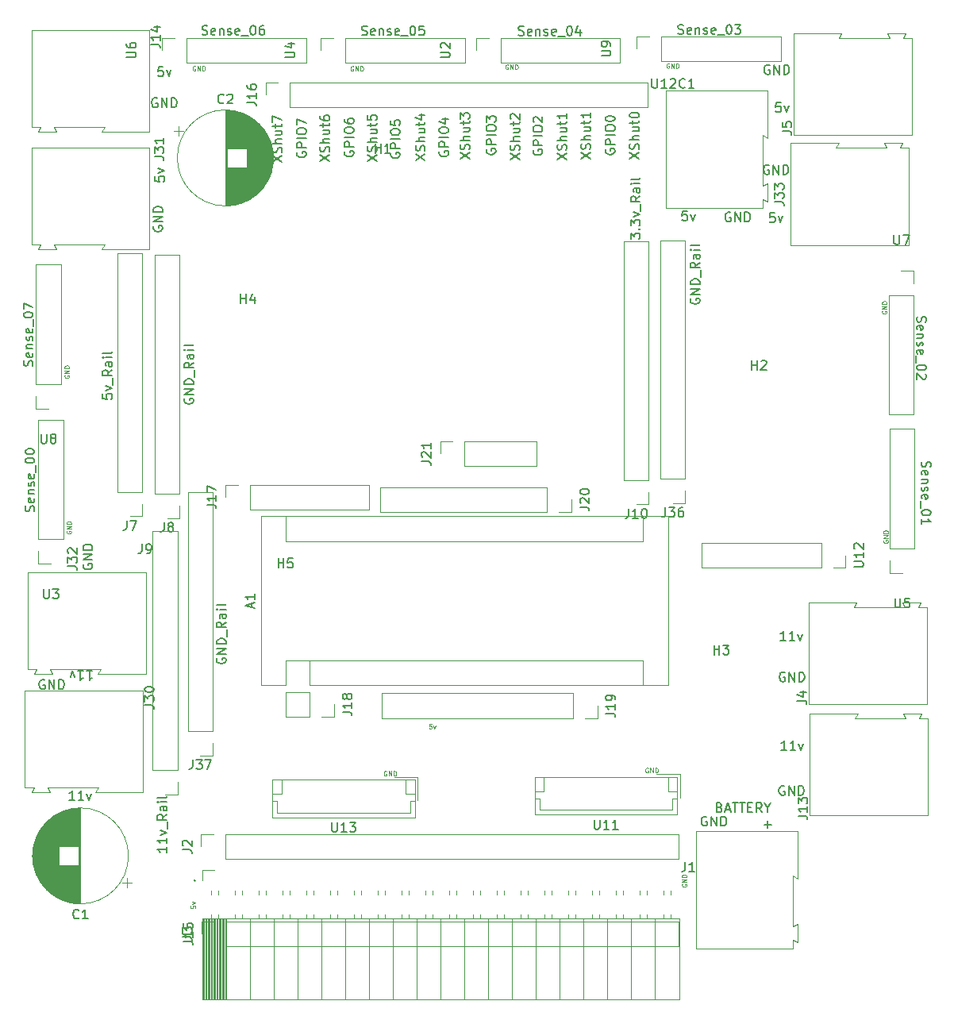
<source format=gbr>
%TF.GenerationSoftware,KiCad,Pcbnew,5.1.5+dfsg1-2build2*%
%TF.CreationDate,2021-04-16T14:35:20-05:00*%
%TF.ProjectId,Mercury 2021,4d657263-7572-4792-9032-3032312e6b69,rev?*%
%TF.SameCoordinates,Original*%
%TF.FileFunction,Legend,Top*%
%TF.FilePolarity,Positive*%
%FSLAX46Y46*%
G04 Gerber Fmt 4.6, Leading zero omitted, Abs format (unit mm)*
G04 Created by KiCad (PCBNEW 5.1.5+dfsg1-2build2) date 2021-04-16 14:35:20*
%MOMM*%
%LPD*%
G04 APERTURE LIST*
%ADD10C,0.125000*%
%ADD11C,0.150000*%
%ADD12C,0.120000*%
G04 APERTURE END LIST*
D10*
X38494495Y-112163219D02*
X38589733Y-112163219D01*
X38589733Y-112139409D02*
X38494495Y-112139409D01*
X38470685Y-112115600D02*
X38613542Y-112115600D01*
X38589733Y-112091790D02*
X38494495Y-112091790D01*
X38494495Y-112067980D02*
X38589733Y-112067980D01*
X38565923Y-112163219D02*
X38613542Y-112115600D01*
X38565923Y-112067980D01*
X38518304Y-112163219D02*
X38470685Y-112115600D01*
X38518304Y-112067980D01*
X38494495Y-112163219D02*
X38470685Y-112115600D01*
X38494495Y-112067980D01*
X38542114Y-112044171D01*
X38589733Y-112067980D01*
X38613542Y-112115600D01*
X38589733Y-112163219D01*
X38542114Y-112187028D01*
X38494495Y-112163219D01*
X38156390Y-114828628D02*
X38156390Y-115066723D01*
X38394485Y-115090533D01*
X38370676Y-115066723D01*
X38346866Y-115019104D01*
X38346866Y-114900057D01*
X38370676Y-114852438D01*
X38394485Y-114828628D01*
X38442104Y-114804819D01*
X38561152Y-114804819D01*
X38608771Y-114828628D01*
X38632580Y-114852438D01*
X38656390Y-114900057D01*
X38656390Y-115019104D01*
X38632580Y-115066723D01*
X38608771Y-115090533D01*
X38323057Y-114638152D02*
X38656390Y-114519104D01*
X38323057Y-114400057D01*
X90580400Y-112547352D02*
X90556590Y-112594971D01*
X90556590Y-112666400D01*
X90580400Y-112737828D01*
X90628019Y-112785447D01*
X90675638Y-112809257D01*
X90770876Y-112833066D01*
X90842304Y-112833066D01*
X90937542Y-112809257D01*
X90985161Y-112785447D01*
X91032780Y-112737828D01*
X91056590Y-112666400D01*
X91056590Y-112618780D01*
X91032780Y-112547352D01*
X91008971Y-112523542D01*
X90842304Y-112523542D01*
X90842304Y-112618780D01*
X91056590Y-112309257D02*
X90556590Y-112309257D01*
X91056590Y-112023542D01*
X90556590Y-112023542D01*
X91056590Y-111785447D02*
X90556590Y-111785447D01*
X90556590Y-111666400D01*
X90580400Y-111594971D01*
X90628019Y-111547352D01*
X90675638Y-111523542D01*
X90770876Y-111499733D01*
X90842304Y-111499733D01*
X90937542Y-111523542D01*
X90985161Y-111547352D01*
X91032780Y-111594971D01*
X91056590Y-111666400D01*
X91056590Y-111785447D01*
X24921400Y-74879152D02*
X24897590Y-74926771D01*
X24897590Y-74998200D01*
X24921400Y-75069628D01*
X24969019Y-75117247D01*
X25016638Y-75141057D01*
X25111876Y-75164866D01*
X25183304Y-75164866D01*
X25278542Y-75141057D01*
X25326161Y-75117247D01*
X25373780Y-75069628D01*
X25397590Y-74998200D01*
X25397590Y-74950580D01*
X25373780Y-74879152D01*
X25349971Y-74855342D01*
X25183304Y-74855342D01*
X25183304Y-74950580D01*
X25397590Y-74641057D02*
X24897590Y-74641057D01*
X25397590Y-74355342D01*
X24897590Y-74355342D01*
X25397590Y-74117247D02*
X24897590Y-74117247D01*
X24897590Y-73998200D01*
X24921400Y-73926771D01*
X24969019Y-73879152D01*
X25016638Y-73855342D01*
X25111876Y-73831533D01*
X25183304Y-73831533D01*
X25278542Y-73855342D01*
X25326161Y-73879152D01*
X25373780Y-73926771D01*
X25397590Y-73998200D01*
X25397590Y-74117247D01*
X24718200Y-58267552D02*
X24694390Y-58315171D01*
X24694390Y-58386600D01*
X24718200Y-58458028D01*
X24765819Y-58505647D01*
X24813438Y-58529457D01*
X24908676Y-58553266D01*
X24980104Y-58553266D01*
X25075342Y-58529457D01*
X25122961Y-58505647D01*
X25170580Y-58458028D01*
X25194390Y-58386600D01*
X25194390Y-58338980D01*
X25170580Y-58267552D01*
X25146771Y-58243742D01*
X24980104Y-58243742D01*
X24980104Y-58338980D01*
X25194390Y-58029457D02*
X24694390Y-58029457D01*
X25194390Y-57743742D01*
X24694390Y-57743742D01*
X25194390Y-57505647D02*
X24694390Y-57505647D01*
X24694390Y-57386600D01*
X24718200Y-57315171D01*
X24765819Y-57267552D01*
X24813438Y-57243742D01*
X24908676Y-57219933D01*
X24980104Y-57219933D01*
X25075342Y-57243742D01*
X25122961Y-57267552D01*
X25170580Y-57315171D01*
X25194390Y-57386600D01*
X25194390Y-57505647D01*
X38633447Y-25302400D02*
X38585828Y-25278590D01*
X38514400Y-25278590D01*
X38442971Y-25302400D01*
X38395352Y-25350019D01*
X38371542Y-25397638D01*
X38347733Y-25492876D01*
X38347733Y-25564304D01*
X38371542Y-25659542D01*
X38395352Y-25707161D01*
X38442971Y-25754780D01*
X38514400Y-25778590D01*
X38562019Y-25778590D01*
X38633447Y-25754780D01*
X38657257Y-25730971D01*
X38657257Y-25564304D01*
X38562019Y-25564304D01*
X38871542Y-25778590D02*
X38871542Y-25278590D01*
X39157257Y-25778590D01*
X39157257Y-25278590D01*
X39395352Y-25778590D02*
X39395352Y-25278590D01*
X39514400Y-25278590D01*
X39585828Y-25302400D01*
X39633447Y-25350019D01*
X39657257Y-25397638D01*
X39681066Y-25492876D01*
X39681066Y-25564304D01*
X39657257Y-25659542D01*
X39633447Y-25707161D01*
X39585828Y-25754780D01*
X39514400Y-25778590D01*
X39395352Y-25778590D01*
X55499047Y-25327800D02*
X55451428Y-25303990D01*
X55380000Y-25303990D01*
X55308571Y-25327800D01*
X55260952Y-25375419D01*
X55237142Y-25423038D01*
X55213333Y-25518276D01*
X55213333Y-25589704D01*
X55237142Y-25684942D01*
X55260952Y-25732561D01*
X55308571Y-25780180D01*
X55380000Y-25803990D01*
X55427619Y-25803990D01*
X55499047Y-25780180D01*
X55522857Y-25756371D01*
X55522857Y-25589704D01*
X55427619Y-25589704D01*
X55737142Y-25803990D02*
X55737142Y-25303990D01*
X56022857Y-25803990D01*
X56022857Y-25303990D01*
X56260952Y-25803990D02*
X56260952Y-25303990D01*
X56380000Y-25303990D01*
X56451428Y-25327800D01*
X56499047Y-25375419D01*
X56522857Y-25423038D01*
X56546666Y-25518276D01*
X56546666Y-25589704D01*
X56522857Y-25684942D01*
X56499047Y-25732561D01*
X56451428Y-25780180D01*
X56380000Y-25803990D01*
X56260952Y-25803990D01*
X72009047Y-25150000D02*
X71961428Y-25126190D01*
X71890000Y-25126190D01*
X71818571Y-25150000D01*
X71770952Y-25197619D01*
X71747142Y-25245238D01*
X71723333Y-25340476D01*
X71723333Y-25411904D01*
X71747142Y-25507142D01*
X71770952Y-25554761D01*
X71818571Y-25602380D01*
X71890000Y-25626190D01*
X71937619Y-25626190D01*
X72009047Y-25602380D01*
X72032857Y-25578571D01*
X72032857Y-25411904D01*
X71937619Y-25411904D01*
X72247142Y-25626190D02*
X72247142Y-25126190D01*
X72532857Y-25626190D01*
X72532857Y-25126190D01*
X72770952Y-25626190D02*
X72770952Y-25126190D01*
X72890000Y-25126190D01*
X72961428Y-25150000D01*
X73009047Y-25197619D01*
X73032857Y-25245238D01*
X73056666Y-25340476D01*
X73056666Y-25411904D01*
X73032857Y-25507142D01*
X73009047Y-25554761D01*
X72961428Y-25602380D01*
X72890000Y-25626190D01*
X72770952Y-25626190D01*
X89179447Y-25023000D02*
X89131828Y-24999190D01*
X89060400Y-24999190D01*
X88988971Y-25023000D01*
X88941352Y-25070619D01*
X88917542Y-25118238D01*
X88893733Y-25213476D01*
X88893733Y-25284904D01*
X88917542Y-25380142D01*
X88941352Y-25427761D01*
X88988971Y-25475380D01*
X89060400Y-25499190D01*
X89108019Y-25499190D01*
X89179447Y-25475380D01*
X89203257Y-25451571D01*
X89203257Y-25284904D01*
X89108019Y-25284904D01*
X89417542Y-25499190D02*
X89417542Y-24999190D01*
X89703257Y-25499190D01*
X89703257Y-24999190D01*
X89941352Y-25499190D02*
X89941352Y-24999190D01*
X90060400Y-24999190D01*
X90131828Y-25023000D01*
X90179447Y-25070619D01*
X90203257Y-25118238D01*
X90227066Y-25213476D01*
X90227066Y-25284904D01*
X90203257Y-25380142D01*
X90179447Y-25427761D01*
X90131828Y-25475380D01*
X90060400Y-25499190D01*
X89941352Y-25499190D01*
X111916400Y-51409552D02*
X111892590Y-51457171D01*
X111892590Y-51528600D01*
X111916400Y-51600028D01*
X111964019Y-51647647D01*
X112011638Y-51671457D01*
X112106876Y-51695266D01*
X112178304Y-51695266D01*
X112273542Y-51671457D01*
X112321161Y-51647647D01*
X112368780Y-51600028D01*
X112392590Y-51528600D01*
X112392590Y-51480980D01*
X112368780Y-51409552D01*
X112344971Y-51385742D01*
X112178304Y-51385742D01*
X112178304Y-51480980D01*
X112392590Y-51171457D02*
X111892590Y-51171457D01*
X112392590Y-50885742D01*
X111892590Y-50885742D01*
X112392590Y-50647647D02*
X111892590Y-50647647D01*
X111892590Y-50528600D01*
X111916400Y-50457171D01*
X111964019Y-50409552D01*
X112011638Y-50385742D01*
X112106876Y-50361933D01*
X112178304Y-50361933D01*
X112273542Y-50385742D01*
X112321161Y-50409552D01*
X112368780Y-50457171D01*
X112392590Y-50528600D01*
X112392590Y-50647647D01*
X112068800Y-75869752D02*
X112044990Y-75917371D01*
X112044990Y-75988800D01*
X112068800Y-76060228D01*
X112116419Y-76107847D01*
X112164038Y-76131657D01*
X112259276Y-76155466D01*
X112330704Y-76155466D01*
X112425942Y-76131657D01*
X112473561Y-76107847D01*
X112521180Y-76060228D01*
X112544990Y-75988800D01*
X112544990Y-75941180D01*
X112521180Y-75869752D01*
X112497371Y-75845942D01*
X112330704Y-75845942D01*
X112330704Y-75941180D01*
X112544990Y-75631657D02*
X112044990Y-75631657D01*
X112544990Y-75345942D01*
X112044990Y-75345942D01*
X112544990Y-75107847D02*
X112044990Y-75107847D01*
X112044990Y-74988800D01*
X112068800Y-74917371D01*
X112116419Y-74869752D01*
X112164038Y-74845942D01*
X112259276Y-74822133D01*
X112330704Y-74822133D01*
X112425942Y-74845942D01*
X112473561Y-74869752D01*
X112521180Y-74917371D01*
X112544990Y-74988800D01*
X112544990Y-75107847D01*
X63834971Y-95458790D02*
X63596876Y-95458790D01*
X63573066Y-95696885D01*
X63596876Y-95673076D01*
X63644495Y-95649266D01*
X63763542Y-95649266D01*
X63811161Y-95673076D01*
X63834971Y-95696885D01*
X63858780Y-95744504D01*
X63858780Y-95863552D01*
X63834971Y-95911171D01*
X63811161Y-95934980D01*
X63763542Y-95958790D01*
X63644495Y-95958790D01*
X63596876Y-95934980D01*
X63573066Y-95911171D01*
X64025447Y-95625457D02*
X64144495Y-95958790D01*
X64263542Y-95625457D01*
X59029647Y-100511800D02*
X58982028Y-100487990D01*
X58910600Y-100487990D01*
X58839171Y-100511800D01*
X58791552Y-100559419D01*
X58767742Y-100607038D01*
X58743933Y-100702276D01*
X58743933Y-100773704D01*
X58767742Y-100868942D01*
X58791552Y-100916561D01*
X58839171Y-100964180D01*
X58910600Y-100987990D01*
X58958219Y-100987990D01*
X59029647Y-100964180D01*
X59053457Y-100940371D01*
X59053457Y-100773704D01*
X58958219Y-100773704D01*
X59267742Y-100987990D02*
X59267742Y-100487990D01*
X59553457Y-100987990D01*
X59553457Y-100487990D01*
X59791552Y-100987990D02*
X59791552Y-100487990D01*
X59910600Y-100487990D01*
X59982028Y-100511800D01*
X60029647Y-100559419D01*
X60053457Y-100607038D01*
X60077266Y-100702276D01*
X60077266Y-100773704D01*
X60053457Y-100868942D01*
X60029647Y-100916561D01*
X59982028Y-100964180D01*
X59910600Y-100987990D01*
X59791552Y-100987990D01*
X86944247Y-100156200D02*
X86896628Y-100132390D01*
X86825200Y-100132390D01*
X86753771Y-100156200D01*
X86706152Y-100203819D01*
X86682342Y-100251438D01*
X86658533Y-100346676D01*
X86658533Y-100418104D01*
X86682342Y-100513342D01*
X86706152Y-100560961D01*
X86753771Y-100608580D01*
X86825200Y-100632390D01*
X86872819Y-100632390D01*
X86944247Y-100608580D01*
X86968057Y-100584771D01*
X86968057Y-100418104D01*
X86872819Y-100418104D01*
X87182342Y-100632390D02*
X87182342Y-100132390D01*
X87468057Y-100632390D01*
X87468057Y-100132390D01*
X87706152Y-100632390D02*
X87706152Y-100132390D01*
X87825200Y-100132390D01*
X87896628Y-100156200D01*
X87944247Y-100203819D01*
X87968057Y-100251438D01*
X87991866Y-100346676D01*
X87991866Y-100418104D01*
X87968057Y-100513342D01*
X87944247Y-100560961D01*
X87896628Y-100608580D01*
X87825200Y-100632390D01*
X87706152Y-100632390D01*
D11*
X84974180Y-35140590D02*
X85974180Y-34473923D01*
X84974180Y-34473923D02*
X85974180Y-35140590D01*
X85926561Y-34140590D02*
X85974180Y-33997733D01*
X85974180Y-33759638D01*
X85926561Y-33664400D01*
X85878942Y-33616780D01*
X85783704Y-33569161D01*
X85688466Y-33569161D01*
X85593228Y-33616780D01*
X85545609Y-33664400D01*
X85497990Y-33759638D01*
X85450371Y-33950114D01*
X85402752Y-34045352D01*
X85355133Y-34092971D01*
X85259895Y-34140590D01*
X85164657Y-34140590D01*
X85069419Y-34092971D01*
X85021800Y-34045352D01*
X84974180Y-33950114D01*
X84974180Y-33712019D01*
X85021800Y-33569161D01*
X85974180Y-33140590D02*
X84974180Y-33140590D01*
X85974180Y-32712019D02*
X85450371Y-32712019D01*
X85355133Y-32759638D01*
X85307514Y-32854876D01*
X85307514Y-32997733D01*
X85355133Y-33092971D01*
X85402752Y-33140590D01*
X85307514Y-31807257D02*
X85974180Y-31807257D01*
X85307514Y-32235828D02*
X85831323Y-32235828D01*
X85926561Y-32188209D01*
X85974180Y-32092971D01*
X85974180Y-31950114D01*
X85926561Y-31854876D01*
X85878942Y-31807257D01*
X85307514Y-31473923D02*
X85307514Y-31092971D01*
X84974180Y-31331066D02*
X85831323Y-31331066D01*
X85926561Y-31283447D01*
X85974180Y-31188209D01*
X85974180Y-31092971D01*
X84974180Y-30569161D02*
X84974180Y-30473923D01*
X85021800Y-30378685D01*
X85069419Y-30331066D01*
X85164657Y-30283447D01*
X85355133Y-30235828D01*
X85593228Y-30235828D01*
X85783704Y-30283447D01*
X85878942Y-30331066D01*
X85926561Y-30378685D01*
X85974180Y-30473923D01*
X85974180Y-30569161D01*
X85926561Y-30664400D01*
X85878942Y-30712019D01*
X85783704Y-30759638D01*
X85593228Y-30807257D01*
X85355133Y-30807257D01*
X85164657Y-30759638D01*
X85069419Y-30712019D01*
X85021800Y-30664400D01*
X84974180Y-30569161D01*
X82431000Y-34140590D02*
X82383380Y-34235828D01*
X82383380Y-34378685D01*
X82431000Y-34521542D01*
X82526238Y-34616780D01*
X82621476Y-34664400D01*
X82811952Y-34712019D01*
X82954809Y-34712019D01*
X83145285Y-34664400D01*
X83240523Y-34616780D01*
X83335761Y-34521542D01*
X83383380Y-34378685D01*
X83383380Y-34283447D01*
X83335761Y-34140590D01*
X83288142Y-34092971D01*
X82954809Y-34092971D01*
X82954809Y-34283447D01*
X83383380Y-33664400D02*
X82383380Y-33664400D01*
X82383380Y-33283447D01*
X82431000Y-33188209D01*
X82478619Y-33140590D01*
X82573857Y-33092971D01*
X82716714Y-33092971D01*
X82811952Y-33140590D01*
X82859571Y-33188209D01*
X82907190Y-33283447D01*
X82907190Y-33664400D01*
X83383380Y-32664400D02*
X82383380Y-32664400D01*
X82383380Y-31997733D02*
X82383380Y-31807257D01*
X82431000Y-31712019D01*
X82526238Y-31616780D01*
X82716714Y-31569161D01*
X83050047Y-31569161D01*
X83240523Y-31616780D01*
X83335761Y-31712019D01*
X83383380Y-31807257D01*
X83383380Y-31997733D01*
X83335761Y-32092971D01*
X83240523Y-32188209D01*
X83050047Y-32235828D01*
X82716714Y-32235828D01*
X82526238Y-32188209D01*
X82431000Y-32092971D01*
X82383380Y-31997733D01*
X82383380Y-30950114D02*
X82383380Y-30854876D01*
X82431000Y-30759638D01*
X82478619Y-30712019D01*
X82573857Y-30664400D01*
X82764333Y-30616780D01*
X83002428Y-30616780D01*
X83192904Y-30664400D01*
X83288142Y-30712019D01*
X83335761Y-30759638D01*
X83383380Y-30854876D01*
X83383380Y-30950114D01*
X83335761Y-31045352D01*
X83288142Y-31092971D01*
X83192904Y-31140590D01*
X83002428Y-31188209D01*
X82764333Y-31188209D01*
X82573857Y-31140590D01*
X82478619Y-31092971D01*
X82431000Y-31045352D01*
X82383380Y-30950114D01*
X79792580Y-35140590D02*
X80792580Y-34473923D01*
X79792580Y-34473923D02*
X80792580Y-35140590D01*
X80744961Y-34140590D02*
X80792580Y-33997733D01*
X80792580Y-33759638D01*
X80744961Y-33664400D01*
X80697342Y-33616780D01*
X80602104Y-33569161D01*
X80506866Y-33569161D01*
X80411628Y-33616780D01*
X80364009Y-33664400D01*
X80316390Y-33759638D01*
X80268771Y-33950114D01*
X80221152Y-34045352D01*
X80173533Y-34092971D01*
X80078295Y-34140590D01*
X79983057Y-34140590D01*
X79887819Y-34092971D01*
X79840200Y-34045352D01*
X79792580Y-33950114D01*
X79792580Y-33712019D01*
X79840200Y-33569161D01*
X80792580Y-33140590D02*
X79792580Y-33140590D01*
X80792580Y-32712019D02*
X80268771Y-32712019D01*
X80173533Y-32759638D01*
X80125914Y-32854876D01*
X80125914Y-32997733D01*
X80173533Y-33092971D01*
X80221152Y-33140590D01*
X80125914Y-31807257D02*
X80792580Y-31807257D01*
X80125914Y-32235828D02*
X80649723Y-32235828D01*
X80744961Y-32188209D01*
X80792580Y-32092971D01*
X80792580Y-31950114D01*
X80744961Y-31854876D01*
X80697342Y-31807257D01*
X80125914Y-31473923D02*
X80125914Y-31092971D01*
X79792580Y-31331066D02*
X80649723Y-31331066D01*
X80744961Y-31283447D01*
X80792580Y-31188209D01*
X80792580Y-31092971D01*
X80792580Y-30235828D02*
X80792580Y-30807257D01*
X80792580Y-30521542D02*
X79792580Y-30521542D01*
X79935438Y-30616780D01*
X80030676Y-30712019D01*
X80078295Y-30807257D01*
X77252580Y-35216790D02*
X78252580Y-34550123D01*
X77252580Y-34550123D02*
X78252580Y-35216790D01*
X78204961Y-34216790D02*
X78252580Y-34073933D01*
X78252580Y-33835838D01*
X78204961Y-33740600D01*
X78157342Y-33692980D01*
X78062104Y-33645361D01*
X77966866Y-33645361D01*
X77871628Y-33692980D01*
X77824009Y-33740600D01*
X77776390Y-33835838D01*
X77728771Y-34026314D01*
X77681152Y-34121552D01*
X77633533Y-34169171D01*
X77538295Y-34216790D01*
X77443057Y-34216790D01*
X77347819Y-34169171D01*
X77300200Y-34121552D01*
X77252580Y-34026314D01*
X77252580Y-33788219D01*
X77300200Y-33645361D01*
X78252580Y-33216790D02*
X77252580Y-33216790D01*
X78252580Y-32788219D02*
X77728771Y-32788219D01*
X77633533Y-32835838D01*
X77585914Y-32931076D01*
X77585914Y-33073933D01*
X77633533Y-33169171D01*
X77681152Y-33216790D01*
X77585914Y-31883457D02*
X78252580Y-31883457D01*
X77585914Y-32312028D02*
X78109723Y-32312028D01*
X78204961Y-32264409D01*
X78252580Y-32169171D01*
X78252580Y-32026314D01*
X78204961Y-31931076D01*
X78157342Y-31883457D01*
X77585914Y-31550123D02*
X77585914Y-31169171D01*
X77252580Y-31407266D02*
X78109723Y-31407266D01*
X78204961Y-31359647D01*
X78252580Y-31264409D01*
X78252580Y-31169171D01*
X78252580Y-30312028D02*
X78252580Y-30883457D01*
X78252580Y-30597742D02*
X77252580Y-30597742D01*
X77395438Y-30692980D01*
X77490676Y-30788219D01*
X77538295Y-30883457D01*
X74709400Y-34216790D02*
X74661780Y-34312028D01*
X74661780Y-34454885D01*
X74709400Y-34597742D01*
X74804638Y-34692980D01*
X74899876Y-34740600D01*
X75090352Y-34788219D01*
X75233209Y-34788219D01*
X75423685Y-34740600D01*
X75518923Y-34692980D01*
X75614161Y-34597742D01*
X75661780Y-34454885D01*
X75661780Y-34359647D01*
X75614161Y-34216790D01*
X75566542Y-34169171D01*
X75233209Y-34169171D01*
X75233209Y-34359647D01*
X75661780Y-33740600D02*
X74661780Y-33740600D01*
X74661780Y-33359647D01*
X74709400Y-33264409D01*
X74757019Y-33216790D01*
X74852257Y-33169171D01*
X74995114Y-33169171D01*
X75090352Y-33216790D01*
X75137971Y-33264409D01*
X75185590Y-33359647D01*
X75185590Y-33740600D01*
X75661780Y-32740600D02*
X74661780Y-32740600D01*
X74661780Y-32073933D02*
X74661780Y-31883457D01*
X74709400Y-31788219D01*
X74804638Y-31692980D01*
X74995114Y-31645361D01*
X75328447Y-31645361D01*
X75518923Y-31692980D01*
X75614161Y-31788219D01*
X75661780Y-31883457D01*
X75661780Y-32073933D01*
X75614161Y-32169171D01*
X75518923Y-32264409D01*
X75328447Y-32312028D01*
X74995114Y-32312028D01*
X74804638Y-32264409D01*
X74709400Y-32169171D01*
X74661780Y-32073933D01*
X74757019Y-31264409D02*
X74709400Y-31216790D01*
X74661780Y-31121552D01*
X74661780Y-30883457D01*
X74709400Y-30788219D01*
X74757019Y-30740600D01*
X74852257Y-30692980D01*
X74947495Y-30692980D01*
X75090352Y-30740600D01*
X75661780Y-31312028D01*
X75661780Y-30692980D01*
X72223380Y-35267590D02*
X73223380Y-34600923D01*
X72223380Y-34600923D02*
X73223380Y-35267590D01*
X73175761Y-34267590D02*
X73223380Y-34124733D01*
X73223380Y-33886638D01*
X73175761Y-33791400D01*
X73128142Y-33743780D01*
X73032904Y-33696161D01*
X72937666Y-33696161D01*
X72842428Y-33743780D01*
X72794809Y-33791400D01*
X72747190Y-33886638D01*
X72699571Y-34077114D01*
X72651952Y-34172352D01*
X72604333Y-34219971D01*
X72509095Y-34267590D01*
X72413857Y-34267590D01*
X72318619Y-34219971D01*
X72271000Y-34172352D01*
X72223380Y-34077114D01*
X72223380Y-33839019D01*
X72271000Y-33696161D01*
X73223380Y-33267590D02*
X72223380Y-33267590D01*
X73223380Y-32839019D02*
X72699571Y-32839019D01*
X72604333Y-32886638D01*
X72556714Y-32981876D01*
X72556714Y-33124733D01*
X72604333Y-33219971D01*
X72651952Y-33267590D01*
X72556714Y-31934257D02*
X73223380Y-31934257D01*
X72556714Y-32362828D02*
X73080523Y-32362828D01*
X73175761Y-32315209D01*
X73223380Y-32219971D01*
X73223380Y-32077114D01*
X73175761Y-31981876D01*
X73128142Y-31934257D01*
X72556714Y-31600923D02*
X72556714Y-31219971D01*
X72223380Y-31458066D02*
X73080523Y-31458066D01*
X73175761Y-31410447D01*
X73223380Y-31315209D01*
X73223380Y-31219971D01*
X72318619Y-30934257D02*
X72271000Y-30886638D01*
X72223380Y-30791400D01*
X72223380Y-30553304D01*
X72271000Y-30458066D01*
X72318619Y-30410447D01*
X72413857Y-30362828D01*
X72509095Y-30362828D01*
X72651952Y-30410447D01*
X73223380Y-30981876D01*
X73223380Y-30362828D01*
X66889380Y-35191390D02*
X67889380Y-34524723D01*
X66889380Y-34524723D02*
X67889380Y-35191390D01*
X67841761Y-34191390D02*
X67889380Y-34048533D01*
X67889380Y-33810438D01*
X67841761Y-33715200D01*
X67794142Y-33667580D01*
X67698904Y-33619961D01*
X67603666Y-33619961D01*
X67508428Y-33667580D01*
X67460809Y-33715200D01*
X67413190Y-33810438D01*
X67365571Y-34000914D01*
X67317952Y-34096152D01*
X67270333Y-34143771D01*
X67175095Y-34191390D01*
X67079857Y-34191390D01*
X66984619Y-34143771D01*
X66937000Y-34096152D01*
X66889380Y-34000914D01*
X66889380Y-33762819D01*
X66937000Y-33619961D01*
X67889380Y-33191390D02*
X66889380Y-33191390D01*
X67889380Y-32762819D02*
X67365571Y-32762819D01*
X67270333Y-32810438D01*
X67222714Y-32905676D01*
X67222714Y-33048533D01*
X67270333Y-33143771D01*
X67317952Y-33191390D01*
X67222714Y-31858057D02*
X67889380Y-31858057D01*
X67222714Y-32286628D02*
X67746523Y-32286628D01*
X67841761Y-32239009D01*
X67889380Y-32143771D01*
X67889380Y-32000914D01*
X67841761Y-31905676D01*
X67794142Y-31858057D01*
X67222714Y-31524723D02*
X67222714Y-31143771D01*
X66889380Y-31381866D02*
X67746523Y-31381866D01*
X67841761Y-31334247D01*
X67889380Y-31239009D01*
X67889380Y-31143771D01*
X66889380Y-30905676D02*
X66889380Y-30286628D01*
X67270333Y-30619961D01*
X67270333Y-30477104D01*
X67317952Y-30381866D01*
X67365571Y-30334247D01*
X67460809Y-30286628D01*
X67698904Y-30286628D01*
X67794142Y-30334247D01*
X67841761Y-30381866D01*
X67889380Y-30477104D01*
X67889380Y-30762819D01*
X67841761Y-30858057D01*
X67794142Y-30905676D01*
X69731000Y-34140590D02*
X69683380Y-34235828D01*
X69683380Y-34378685D01*
X69731000Y-34521542D01*
X69826238Y-34616780D01*
X69921476Y-34664400D01*
X70111952Y-34712019D01*
X70254809Y-34712019D01*
X70445285Y-34664400D01*
X70540523Y-34616780D01*
X70635761Y-34521542D01*
X70683380Y-34378685D01*
X70683380Y-34283447D01*
X70635761Y-34140590D01*
X70588142Y-34092971D01*
X70254809Y-34092971D01*
X70254809Y-34283447D01*
X70683380Y-33664400D02*
X69683380Y-33664400D01*
X69683380Y-33283447D01*
X69731000Y-33188209D01*
X69778619Y-33140590D01*
X69873857Y-33092971D01*
X70016714Y-33092971D01*
X70111952Y-33140590D01*
X70159571Y-33188209D01*
X70207190Y-33283447D01*
X70207190Y-33664400D01*
X70683380Y-32664400D02*
X69683380Y-32664400D01*
X69683380Y-31997733D02*
X69683380Y-31807257D01*
X69731000Y-31712019D01*
X69826238Y-31616780D01*
X70016714Y-31569161D01*
X70350047Y-31569161D01*
X70540523Y-31616780D01*
X70635761Y-31712019D01*
X70683380Y-31807257D01*
X70683380Y-31997733D01*
X70635761Y-32092971D01*
X70540523Y-32188209D01*
X70350047Y-32235828D01*
X70016714Y-32235828D01*
X69826238Y-32188209D01*
X69731000Y-32092971D01*
X69683380Y-31997733D01*
X69683380Y-31235828D02*
X69683380Y-30616780D01*
X70064333Y-30950114D01*
X70064333Y-30807257D01*
X70111952Y-30712019D01*
X70159571Y-30664400D01*
X70254809Y-30616780D01*
X70492904Y-30616780D01*
X70588142Y-30664400D01*
X70635761Y-30712019D01*
X70683380Y-30807257D01*
X70683380Y-31092971D01*
X70635761Y-31188209D01*
X70588142Y-31235828D01*
X64701800Y-34369190D02*
X64654180Y-34464428D01*
X64654180Y-34607285D01*
X64701800Y-34750142D01*
X64797038Y-34845380D01*
X64892276Y-34893000D01*
X65082752Y-34940619D01*
X65225609Y-34940619D01*
X65416085Y-34893000D01*
X65511323Y-34845380D01*
X65606561Y-34750142D01*
X65654180Y-34607285D01*
X65654180Y-34512047D01*
X65606561Y-34369190D01*
X65558942Y-34321571D01*
X65225609Y-34321571D01*
X65225609Y-34512047D01*
X65654180Y-33893000D02*
X64654180Y-33893000D01*
X64654180Y-33512047D01*
X64701800Y-33416809D01*
X64749419Y-33369190D01*
X64844657Y-33321571D01*
X64987514Y-33321571D01*
X65082752Y-33369190D01*
X65130371Y-33416809D01*
X65177990Y-33512047D01*
X65177990Y-33893000D01*
X65654180Y-32893000D02*
X64654180Y-32893000D01*
X64654180Y-32226333D02*
X64654180Y-32035857D01*
X64701800Y-31940619D01*
X64797038Y-31845380D01*
X64987514Y-31797761D01*
X65320847Y-31797761D01*
X65511323Y-31845380D01*
X65606561Y-31940619D01*
X65654180Y-32035857D01*
X65654180Y-32226333D01*
X65606561Y-32321571D01*
X65511323Y-32416809D01*
X65320847Y-32464428D01*
X64987514Y-32464428D01*
X64797038Y-32416809D01*
X64701800Y-32321571D01*
X64654180Y-32226333D01*
X64987514Y-30940619D02*
X65654180Y-30940619D01*
X64606561Y-31178714D02*
X65320847Y-31416809D01*
X65320847Y-30797761D01*
X62139580Y-35318390D02*
X63139580Y-34651723D01*
X62139580Y-34651723D02*
X63139580Y-35318390D01*
X63091961Y-34318390D02*
X63139580Y-34175533D01*
X63139580Y-33937438D01*
X63091961Y-33842200D01*
X63044342Y-33794580D01*
X62949104Y-33746961D01*
X62853866Y-33746961D01*
X62758628Y-33794580D01*
X62711009Y-33842200D01*
X62663390Y-33937438D01*
X62615771Y-34127914D01*
X62568152Y-34223152D01*
X62520533Y-34270771D01*
X62425295Y-34318390D01*
X62330057Y-34318390D01*
X62234819Y-34270771D01*
X62187200Y-34223152D01*
X62139580Y-34127914D01*
X62139580Y-33889819D01*
X62187200Y-33746961D01*
X63139580Y-33318390D02*
X62139580Y-33318390D01*
X63139580Y-32889819D02*
X62615771Y-32889819D01*
X62520533Y-32937438D01*
X62472914Y-33032676D01*
X62472914Y-33175533D01*
X62520533Y-33270771D01*
X62568152Y-33318390D01*
X62472914Y-31985057D02*
X63139580Y-31985057D01*
X62472914Y-32413628D02*
X62996723Y-32413628D01*
X63091961Y-32366009D01*
X63139580Y-32270771D01*
X63139580Y-32127914D01*
X63091961Y-32032676D01*
X63044342Y-31985057D01*
X62472914Y-31651723D02*
X62472914Y-31270771D01*
X62139580Y-31508866D02*
X62996723Y-31508866D01*
X63091961Y-31461247D01*
X63139580Y-31366009D01*
X63139580Y-31270771D01*
X62472914Y-30508866D02*
X63139580Y-30508866D01*
X62091961Y-30746961D02*
X62806247Y-30985057D01*
X62806247Y-30366009D01*
X56983380Y-35394590D02*
X57983380Y-34727923D01*
X56983380Y-34727923D02*
X57983380Y-35394590D01*
X57935761Y-34394590D02*
X57983380Y-34251733D01*
X57983380Y-34013638D01*
X57935761Y-33918400D01*
X57888142Y-33870780D01*
X57792904Y-33823161D01*
X57697666Y-33823161D01*
X57602428Y-33870780D01*
X57554809Y-33918400D01*
X57507190Y-34013638D01*
X57459571Y-34204114D01*
X57411952Y-34299352D01*
X57364333Y-34346971D01*
X57269095Y-34394590D01*
X57173857Y-34394590D01*
X57078619Y-34346971D01*
X57031000Y-34299352D01*
X56983380Y-34204114D01*
X56983380Y-33966019D01*
X57031000Y-33823161D01*
X57983380Y-33394590D02*
X56983380Y-33394590D01*
X57983380Y-32966019D02*
X57459571Y-32966019D01*
X57364333Y-33013638D01*
X57316714Y-33108876D01*
X57316714Y-33251733D01*
X57364333Y-33346971D01*
X57411952Y-33394590D01*
X57316714Y-32061257D02*
X57983380Y-32061257D01*
X57316714Y-32489828D02*
X57840523Y-32489828D01*
X57935761Y-32442209D01*
X57983380Y-32346971D01*
X57983380Y-32204114D01*
X57935761Y-32108876D01*
X57888142Y-32061257D01*
X57316714Y-31727923D02*
X57316714Y-31346971D01*
X56983380Y-31585066D02*
X57840523Y-31585066D01*
X57935761Y-31537447D01*
X57983380Y-31442209D01*
X57983380Y-31346971D01*
X56983380Y-30537447D02*
X56983380Y-31013638D01*
X57459571Y-31061257D01*
X57411952Y-31013638D01*
X57364333Y-30918400D01*
X57364333Y-30680304D01*
X57411952Y-30585066D01*
X57459571Y-30537447D01*
X57554809Y-30489828D01*
X57792904Y-30489828D01*
X57888142Y-30537447D01*
X57935761Y-30585066D01*
X57983380Y-30680304D01*
X57983380Y-30918400D01*
X57935761Y-31013638D01*
X57888142Y-31061257D01*
X59520200Y-34546990D02*
X59472580Y-34642228D01*
X59472580Y-34785085D01*
X59520200Y-34927942D01*
X59615438Y-35023180D01*
X59710676Y-35070800D01*
X59901152Y-35118419D01*
X60044009Y-35118419D01*
X60234485Y-35070800D01*
X60329723Y-35023180D01*
X60424961Y-34927942D01*
X60472580Y-34785085D01*
X60472580Y-34689847D01*
X60424961Y-34546990D01*
X60377342Y-34499371D01*
X60044009Y-34499371D01*
X60044009Y-34689847D01*
X60472580Y-34070800D02*
X59472580Y-34070800D01*
X59472580Y-33689847D01*
X59520200Y-33594609D01*
X59567819Y-33546990D01*
X59663057Y-33499371D01*
X59805914Y-33499371D01*
X59901152Y-33546990D01*
X59948771Y-33594609D01*
X59996390Y-33689847D01*
X59996390Y-34070800D01*
X60472580Y-33070800D02*
X59472580Y-33070800D01*
X59472580Y-32404133D02*
X59472580Y-32213657D01*
X59520200Y-32118419D01*
X59615438Y-32023180D01*
X59805914Y-31975561D01*
X60139247Y-31975561D01*
X60329723Y-32023180D01*
X60424961Y-32118419D01*
X60472580Y-32213657D01*
X60472580Y-32404133D01*
X60424961Y-32499371D01*
X60329723Y-32594609D01*
X60139247Y-32642228D01*
X59805914Y-32642228D01*
X59615438Y-32594609D01*
X59520200Y-32499371D01*
X59472580Y-32404133D01*
X59472580Y-31070800D02*
X59472580Y-31546990D01*
X59948771Y-31594609D01*
X59901152Y-31546990D01*
X59853533Y-31451752D01*
X59853533Y-31213657D01*
X59901152Y-31118419D01*
X59948771Y-31070800D01*
X60044009Y-31023180D01*
X60282104Y-31023180D01*
X60377342Y-31070800D01*
X60424961Y-31118419D01*
X60472580Y-31213657D01*
X60472580Y-31451752D01*
X60424961Y-31546990D01*
X60377342Y-31594609D01*
X54592600Y-34369190D02*
X54544980Y-34464428D01*
X54544980Y-34607285D01*
X54592600Y-34750142D01*
X54687838Y-34845380D01*
X54783076Y-34893000D01*
X54973552Y-34940619D01*
X55116409Y-34940619D01*
X55306885Y-34893000D01*
X55402123Y-34845380D01*
X55497361Y-34750142D01*
X55544980Y-34607285D01*
X55544980Y-34512047D01*
X55497361Y-34369190D01*
X55449742Y-34321571D01*
X55116409Y-34321571D01*
X55116409Y-34512047D01*
X55544980Y-33893000D02*
X54544980Y-33893000D01*
X54544980Y-33512047D01*
X54592600Y-33416809D01*
X54640219Y-33369190D01*
X54735457Y-33321571D01*
X54878314Y-33321571D01*
X54973552Y-33369190D01*
X55021171Y-33416809D01*
X55068790Y-33512047D01*
X55068790Y-33893000D01*
X55544980Y-32893000D02*
X54544980Y-32893000D01*
X54544980Y-32226333D02*
X54544980Y-32035857D01*
X54592600Y-31940619D01*
X54687838Y-31845380D01*
X54878314Y-31797761D01*
X55211647Y-31797761D01*
X55402123Y-31845380D01*
X55497361Y-31940619D01*
X55544980Y-32035857D01*
X55544980Y-32226333D01*
X55497361Y-32321571D01*
X55402123Y-32416809D01*
X55211647Y-32464428D01*
X54878314Y-32464428D01*
X54687838Y-32416809D01*
X54592600Y-32321571D01*
X54544980Y-32226333D01*
X54544980Y-30940619D02*
X54544980Y-31131095D01*
X54592600Y-31226333D01*
X54640219Y-31273952D01*
X54783076Y-31369190D01*
X54973552Y-31416809D01*
X55354504Y-31416809D01*
X55449742Y-31369190D01*
X55497361Y-31321571D01*
X55544980Y-31226333D01*
X55544980Y-31035857D01*
X55497361Y-30940619D01*
X55449742Y-30893000D01*
X55354504Y-30845380D01*
X55116409Y-30845380D01*
X55021171Y-30893000D01*
X54973552Y-30940619D01*
X54925933Y-31035857D01*
X54925933Y-31226333D01*
X54973552Y-31321571D01*
X55021171Y-31369190D01*
X55116409Y-31416809D01*
X51954180Y-35445390D02*
X52954180Y-34778723D01*
X51954180Y-34778723D02*
X52954180Y-35445390D01*
X52906561Y-34445390D02*
X52954180Y-34302533D01*
X52954180Y-34064438D01*
X52906561Y-33969200D01*
X52858942Y-33921580D01*
X52763704Y-33873961D01*
X52668466Y-33873961D01*
X52573228Y-33921580D01*
X52525609Y-33969200D01*
X52477990Y-34064438D01*
X52430371Y-34254914D01*
X52382752Y-34350152D01*
X52335133Y-34397771D01*
X52239895Y-34445390D01*
X52144657Y-34445390D01*
X52049419Y-34397771D01*
X52001800Y-34350152D01*
X51954180Y-34254914D01*
X51954180Y-34016819D01*
X52001800Y-33873961D01*
X52954180Y-33445390D02*
X51954180Y-33445390D01*
X52954180Y-33016819D02*
X52430371Y-33016819D01*
X52335133Y-33064438D01*
X52287514Y-33159676D01*
X52287514Y-33302533D01*
X52335133Y-33397771D01*
X52382752Y-33445390D01*
X52287514Y-32112057D02*
X52954180Y-32112057D01*
X52287514Y-32540628D02*
X52811323Y-32540628D01*
X52906561Y-32493009D01*
X52954180Y-32397771D01*
X52954180Y-32254914D01*
X52906561Y-32159676D01*
X52858942Y-32112057D01*
X52287514Y-31778723D02*
X52287514Y-31397771D01*
X51954180Y-31635866D02*
X52811323Y-31635866D01*
X52906561Y-31588247D01*
X52954180Y-31493009D01*
X52954180Y-31397771D01*
X51954180Y-30635866D02*
X51954180Y-30826342D01*
X52001800Y-30921580D01*
X52049419Y-30969200D01*
X52192276Y-31064438D01*
X52382752Y-31112057D01*
X52763704Y-31112057D01*
X52858942Y-31064438D01*
X52906561Y-31016819D01*
X52954180Y-30921580D01*
X52954180Y-30731104D01*
X52906561Y-30635866D01*
X52858942Y-30588247D01*
X52763704Y-30540628D01*
X52525609Y-30540628D01*
X52430371Y-30588247D01*
X52382752Y-30635866D01*
X52335133Y-30731104D01*
X52335133Y-30921580D01*
X52382752Y-31016819D01*
X52430371Y-31064438D01*
X52525609Y-31112057D01*
X49512600Y-34470790D02*
X49464980Y-34566028D01*
X49464980Y-34708885D01*
X49512600Y-34851742D01*
X49607838Y-34946980D01*
X49703076Y-34994600D01*
X49893552Y-35042219D01*
X50036409Y-35042219D01*
X50226885Y-34994600D01*
X50322123Y-34946980D01*
X50417361Y-34851742D01*
X50464980Y-34708885D01*
X50464980Y-34613647D01*
X50417361Y-34470790D01*
X50369742Y-34423171D01*
X50036409Y-34423171D01*
X50036409Y-34613647D01*
X50464980Y-33994600D02*
X49464980Y-33994600D01*
X49464980Y-33613647D01*
X49512600Y-33518409D01*
X49560219Y-33470790D01*
X49655457Y-33423171D01*
X49798314Y-33423171D01*
X49893552Y-33470790D01*
X49941171Y-33518409D01*
X49988790Y-33613647D01*
X49988790Y-33994600D01*
X50464980Y-32994600D02*
X49464980Y-32994600D01*
X49464980Y-32327933D02*
X49464980Y-32137457D01*
X49512600Y-32042219D01*
X49607838Y-31946980D01*
X49798314Y-31899361D01*
X50131647Y-31899361D01*
X50322123Y-31946980D01*
X50417361Y-32042219D01*
X50464980Y-32137457D01*
X50464980Y-32327933D01*
X50417361Y-32423171D01*
X50322123Y-32518409D01*
X50131647Y-32566028D01*
X49798314Y-32566028D01*
X49607838Y-32518409D01*
X49512600Y-32423171D01*
X49464980Y-32327933D01*
X49464980Y-31566028D02*
X49464980Y-30899361D01*
X50464980Y-31327933D01*
X46874180Y-35521590D02*
X47874180Y-34854923D01*
X46874180Y-34854923D02*
X47874180Y-35521590D01*
X47826561Y-34521590D02*
X47874180Y-34378733D01*
X47874180Y-34140638D01*
X47826561Y-34045400D01*
X47778942Y-33997780D01*
X47683704Y-33950161D01*
X47588466Y-33950161D01*
X47493228Y-33997780D01*
X47445609Y-34045400D01*
X47397990Y-34140638D01*
X47350371Y-34331114D01*
X47302752Y-34426352D01*
X47255133Y-34473971D01*
X47159895Y-34521590D01*
X47064657Y-34521590D01*
X46969419Y-34473971D01*
X46921800Y-34426352D01*
X46874180Y-34331114D01*
X46874180Y-34093019D01*
X46921800Y-33950161D01*
X47874180Y-33521590D02*
X46874180Y-33521590D01*
X47874180Y-33093019D02*
X47350371Y-33093019D01*
X47255133Y-33140638D01*
X47207514Y-33235876D01*
X47207514Y-33378733D01*
X47255133Y-33473971D01*
X47302752Y-33521590D01*
X47207514Y-32188257D02*
X47874180Y-32188257D01*
X47207514Y-32616828D02*
X47731323Y-32616828D01*
X47826561Y-32569209D01*
X47874180Y-32473971D01*
X47874180Y-32331114D01*
X47826561Y-32235876D01*
X47778942Y-32188257D01*
X47207514Y-31854923D02*
X47207514Y-31473971D01*
X46874180Y-31712066D02*
X47731323Y-31712066D01*
X47826561Y-31664447D01*
X47874180Y-31569209D01*
X47874180Y-31473971D01*
X46874180Y-31235876D02*
X46874180Y-30569209D01*
X47874180Y-30997780D01*
X101638171Y-86532980D02*
X101066742Y-86532980D01*
X101352457Y-86532980D02*
X101352457Y-85532980D01*
X101257219Y-85675838D01*
X101161980Y-85771076D01*
X101066742Y-85818695D01*
X102590552Y-86532980D02*
X102019123Y-86532980D01*
X102304838Y-86532980D02*
X102304838Y-85532980D01*
X102209600Y-85675838D01*
X102114361Y-85771076D01*
X102019123Y-85818695D01*
X102923885Y-85866314D02*
X103161980Y-86532980D01*
X103400076Y-85866314D01*
X101523895Y-89974800D02*
X101428657Y-89927180D01*
X101285800Y-89927180D01*
X101142942Y-89974800D01*
X101047704Y-90070038D01*
X101000085Y-90165276D01*
X100952466Y-90355752D01*
X100952466Y-90498609D01*
X101000085Y-90689085D01*
X101047704Y-90784323D01*
X101142942Y-90879561D01*
X101285800Y-90927180D01*
X101381038Y-90927180D01*
X101523895Y-90879561D01*
X101571514Y-90831942D01*
X101571514Y-90498609D01*
X101381038Y-90498609D01*
X102000085Y-90927180D02*
X102000085Y-89927180D01*
X102571514Y-90927180D01*
X102571514Y-89927180D01*
X103047704Y-90927180D02*
X103047704Y-89927180D01*
X103285800Y-89927180D01*
X103428657Y-89974800D01*
X103523895Y-90070038D01*
X103571514Y-90165276D01*
X103619133Y-90355752D01*
X103619133Y-90498609D01*
X103571514Y-90689085D01*
X103523895Y-90784323D01*
X103428657Y-90879561D01*
X103285800Y-90927180D01*
X103047704Y-90927180D01*
X101714371Y-98242380D02*
X101142942Y-98242380D01*
X101428657Y-98242380D02*
X101428657Y-97242380D01*
X101333419Y-97385238D01*
X101238180Y-97480476D01*
X101142942Y-97528095D01*
X102666752Y-98242380D02*
X102095323Y-98242380D01*
X102381038Y-98242380D02*
X102381038Y-97242380D01*
X102285800Y-97385238D01*
X102190561Y-97480476D01*
X102095323Y-97528095D01*
X103000085Y-97575714D02*
X103238180Y-98242380D01*
X103476276Y-97575714D01*
X101473095Y-102090600D02*
X101377857Y-102042980D01*
X101235000Y-102042980D01*
X101092142Y-102090600D01*
X100996904Y-102185838D01*
X100949285Y-102281076D01*
X100901666Y-102471552D01*
X100901666Y-102614409D01*
X100949285Y-102804885D01*
X100996904Y-102900123D01*
X101092142Y-102995361D01*
X101235000Y-103042980D01*
X101330238Y-103042980D01*
X101473095Y-102995361D01*
X101520714Y-102947742D01*
X101520714Y-102614409D01*
X101330238Y-102614409D01*
X101949285Y-103042980D02*
X101949285Y-102042980D01*
X102520714Y-103042980D01*
X102520714Y-102042980D01*
X102996904Y-103042980D02*
X102996904Y-102042980D01*
X103235000Y-102042980D01*
X103377857Y-102090600D01*
X103473095Y-102185838D01*
X103520714Y-102281076D01*
X103568333Y-102471552D01*
X103568333Y-102614409D01*
X103520714Y-102804885D01*
X103473095Y-102900123D01*
X103377857Y-102995361D01*
X103235000Y-103042980D01*
X102996904Y-103042980D01*
X99339447Y-106192628D02*
X100101352Y-106192628D01*
X99720400Y-106573580D02*
X99720400Y-105811676D01*
X93192695Y-105367200D02*
X93097457Y-105319580D01*
X92954600Y-105319580D01*
X92811742Y-105367200D01*
X92716504Y-105462438D01*
X92668885Y-105557676D01*
X92621266Y-105748152D01*
X92621266Y-105891009D01*
X92668885Y-106081485D01*
X92716504Y-106176723D01*
X92811742Y-106271961D01*
X92954600Y-106319580D01*
X93049838Y-106319580D01*
X93192695Y-106271961D01*
X93240314Y-106224342D01*
X93240314Y-105891009D01*
X93049838Y-105891009D01*
X93668885Y-106319580D02*
X93668885Y-105319580D01*
X94240314Y-106319580D01*
X94240314Y-105319580D01*
X94716504Y-106319580D02*
X94716504Y-105319580D01*
X94954600Y-105319580D01*
X95097457Y-105367200D01*
X95192695Y-105462438D01*
X95240314Y-105557676D01*
X95287933Y-105748152D01*
X95287933Y-105891009D01*
X95240314Y-106081485D01*
X95192695Y-106176723D01*
X95097457Y-106271961D01*
X94954600Y-106319580D01*
X94716504Y-106319580D01*
X94553400Y-104347971D02*
X94696257Y-104395590D01*
X94743876Y-104443209D01*
X94791495Y-104538447D01*
X94791495Y-104681304D01*
X94743876Y-104776542D01*
X94696257Y-104824161D01*
X94601019Y-104871780D01*
X94220066Y-104871780D01*
X94220066Y-103871780D01*
X94553400Y-103871780D01*
X94648638Y-103919400D01*
X94696257Y-103967019D01*
X94743876Y-104062257D01*
X94743876Y-104157495D01*
X94696257Y-104252733D01*
X94648638Y-104300352D01*
X94553400Y-104347971D01*
X94220066Y-104347971D01*
X95172447Y-104586066D02*
X95648638Y-104586066D01*
X95077209Y-104871780D02*
X95410542Y-103871780D01*
X95743876Y-104871780D01*
X95934352Y-103871780D02*
X96505780Y-103871780D01*
X96220066Y-104871780D02*
X96220066Y-103871780D01*
X96696257Y-103871780D02*
X97267685Y-103871780D01*
X96981971Y-104871780D02*
X96981971Y-103871780D01*
X97601019Y-104347971D02*
X97934352Y-104347971D01*
X98077209Y-104871780D02*
X97601019Y-104871780D01*
X97601019Y-103871780D01*
X98077209Y-103871780D01*
X99077209Y-104871780D02*
X98743876Y-104395590D01*
X98505780Y-104871780D02*
X98505780Y-103871780D01*
X98886733Y-103871780D01*
X98981971Y-103919400D01*
X99029590Y-103967019D01*
X99077209Y-104062257D01*
X99077209Y-104205114D01*
X99029590Y-104300352D01*
X98981971Y-104347971D01*
X98886733Y-104395590D01*
X98505780Y-104395590D01*
X99696257Y-104395590D02*
X99696257Y-104871780D01*
X99362923Y-103871780D02*
X99696257Y-104395590D01*
X100029590Y-103871780D01*
X27063628Y-89793819D02*
X27635057Y-89793819D01*
X27349342Y-89793819D02*
X27349342Y-90793819D01*
X27444580Y-90650961D01*
X27539819Y-90555723D01*
X27635057Y-90508104D01*
X26111247Y-89793819D02*
X26682676Y-89793819D01*
X26396961Y-89793819D02*
X26396961Y-90793819D01*
X26492200Y-90650961D01*
X26587438Y-90555723D01*
X26682676Y-90508104D01*
X25777914Y-90460485D02*
X25539819Y-89793819D01*
X25301723Y-90460485D01*
X22555295Y-90787600D02*
X22460057Y-90739980D01*
X22317200Y-90739980D01*
X22174342Y-90787600D01*
X22079104Y-90882838D01*
X22031485Y-90978076D01*
X21983866Y-91168552D01*
X21983866Y-91311409D01*
X22031485Y-91501885D01*
X22079104Y-91597123D01*
X22174342Y-91692361D01*
X22317200Y-91739980D01*
X22412438Y-91739980D01*
X22555295Y-91692361D01*
X22602914Y-91644742D01*
X22602914Y-91311409D01*
X22412438Y-91311409D01*
X23031485Y-91739980D02*
X23031485Y-90739980D01*
X23602914Y-91739980D01*
X23602914Y-90739980D01*
X24079104Y-91739980D02*
X24079104Y-90739980D01*
X24317200Y-90739980D01*
X24460057Y-90787600D01*
X24555295Y-90882838D01*
X24602914Y-90978076D01*
X24650533Y-91168552D01*
X24650533Y-91311409D01*
X24602914Y-91501885D01*
X24555295Y-91597123D01*
X24460057Y-91692361D01*
X24317200Y-91739980D01*
X24079104Y-91739980D01*
X26703400Y-78409704D02*
X26655780Y-78504942D01*
X26655780Y-78647800D01*
X26703400Y-78790657D01*
X26798638Y-78885895D01*
X26893876Y-78933514D01*
X27084352Y-78981133D01*
X27227209Y-78981133D01*
X27417685Y-78933514D01*
X27512923Y-78885895D01*
X27608161Y-78790657D01*
X27655780Y-78647800D01*
X27655780Y-78552561D01*
X27608161Y-78409704D01*
X27560542Y-78362085D01*
X27227209Y-78362085D01*
X27227209Y-78552561D01*
X27655780Y-77933514D02*
X26655780Y-77933514D01*
X27655780Y-77362085D01*
X26655780Y-77362085D01*
X27655780Y-76885895D02*
X26655780Y-76885895D01*
X26655780Y-76647800D01*
X26703400Y-76504942D01*
X26798638Y-76409704D01*
X26893876Y-76362085D01*
X27084352Y-76314466D01*
X27227209Y-76314466D01*
X27417685Y-76362085D01*
X27512923Y-76409704D01*
X27608161Y-76504942D01*
X27655780Y-76647800D01*
X27655780Y-76885895D01*
X25768371Y-103550980D02*
X25196942Y-103550980D01*
X25482657Y-103550980D02*
X25482657Y-102550980D01*
X25387419Y-102693838D01*
X25292180Y-102789076D01*
X25196942Y-102836695D01*
X26720752Y-103550980D02*
X26149323Y-103550980D01*
X26435038Y-103550980D02*
X26435038Y-102550980D01*
X26339800Y-102693838D01*
X26244561Y-102789076D01*
X26149323Y-102836695D01*
X27054085Y-102884314D02*
X27292180Y-103550980D01*
X27530276Y-102884314D01*
X35605980Y-108576761D02*
X35605980Y-109148190D01*
X35605980Y-108862476D02*
X34605980Y-108862476D01*
X34748838Y-108957714D01*
X34844076Y-109052952D01*
X34891695Y-109148190D01*
X35605980Y-107624380D02*
X35605980Y-108195809D01*
X35605980Y-107910095D02*
X34605980Y-107910095D01*
X34748838Y-108005333D01*
X34844076Y-108100571D01*
X34891695Y-108195809D01*
X34939314Y-107291047D02*
X35605980Y-107052952D01*
X34939314Y-106814857D01*
X35701219Y-106672000D02*
X35701219Y-105910095D01*
X35605980Y-105100571D02*
X35129790Y-105433904D01*
X35605980Y-105672000D02*
X34605980Y-105672000D01*
X34605980Y-105291047D01*
X34653600Y-105195809D01*
X34701219Y-105148190D01*
X34796457Y-105100571D01*
X34939314Y-105100571D01*
X35034552Y-105148190D01*
X35082171Y-105195809D01*
X35129790Y-105291047D01*
X35129790Y-105672000D01*
X35605980Y-104243428D02*
X35082171Y-104243428D01*
X34986933Y-104291047D01*
X34939314Y-104386285D01*
X34939314Y-104576761D01*
X34986933Y-104672000D01*
X35558361Y-104243428D02*
X35605980Y-104338666D01*
X35605980Y-104576761D01*
X35558361Y-104672000D01*
X35463123Y-104719619D01*
X35367885Y-104719619D01*
X35272647Y-104672000D01*
X35225028Y-104576761D01*
X35225028Y-104338666D01*
X35177409Y-104243428D01*
X35605980Y-103767238D02*
X34939314Y-103767238D01*
X34605980Y-103767238D02*
X34653600Y-103814857D01*
X34701219Y-103767238D01*
X34653600Y-103719619D01*
X34605980Y-103767238D01*
X34701219Y-103767238D01*
X35605980Y-103148190D02*
X35558361Y-103243428D01*
X35463123Y-103291047D01*
X34605980Y-103291047D01*
X40952800Y-88447238D02*
X40905180Y-88542476D01*
X40905180Y-88685333D01*
X40952800Y-88828190D01*
X41048038Y-88923428D01*
X41143276Y-88971047D01*
X41333752Y-89018666D01*
X41476609Y-89018666D01*
X41667085Y-88971047D01*
X41762323Y-88923428D01*
X41857561Y-88828190D01*
X41905180Y-88685333D01*
X41905180Y-88590095D01*
X41857561Y-88447238D01*
X41809942Y-88399619D01*
X41476609Y-88399619D01*
X41476609Y-88590095D01*
X41905180Y-87971047D02*
X40905180Y-87971047D01*
X41905180Y-87399619D01*
X40905180Y-87399619D01*
X41905180Y-86923428D02*
X40905180Y-86923428D01*
X40905180Y-86685333D01*
X40952800Y-86542476D01*
X41048038Y-86447238D01*
X41143276Y-86399619D01*
X41333752Y-86352000D01*
X41476609Y-86352000D01*
X41667085Y-86399619D01*
X41762323Y-86447238D01*
X41857561Y-86542476D01*
X41905180Y-86685333D01*
X41905180Y-86923428D01*
X42000419Y-86161523D02*
X42000419Y-85399619D01*
X41905180Y-84590095D02*
X41428990Y-84923428D01*
X41905180Y-85161523D02*
X40905180Y-85161523D01*
X40905180Y-84780571D01*
X40952800Y-84685333D01*
X41000419Y-84637714D01*
X41095657Y-84590095D01*
X41238514Y-84590095D01*
X41333752Y-84637714D01*
X41381371Y-84685333D01*
X41428990Y-84780571D01*
X41428990Y-85161523D01*
X41905180Y-83732952D02*
X41381371Y-83732952D01*
X41286133Y-83780571D01*
X41238514Y-83875809D01*
X41238514Y-84066285D01*
X41286133Y-84161523D01*
X41857561Y-83732952D02*
X41905180Y-83828190D01*
X41905180Y-84066285D01*
X41857561Y-84161523D01*
X41762323Y-84209142D01*
X41667085Y-84209142D01*
X41571847Y-84161523D01*
X41524228Y-84066285D01*
X41524228Y-83828190D01*
X41476609Y-83732952D01*
X41905180Y-83256761D02*
X41238514Y-83256761D01*
X40905180Y-83256761D02*
X40952800Y-83304380D01*
X41000419Y-83256761D01*
X40952800Y-83209142D01*
X40905180Y-83256761D01*
X41000419Y-83256761D01*
X41905180Y-82637714D02*
X41857561Y-82732952D01*
X41762323Y-82780571D01*
X40905180Y-82780571D01*
X37498400Y-60761238D02*
X37450780Y-60856476D01*
X37450780Y-60999333D01*
X37498400Y-61142190D01*
X37593638Y-61237428D01*
X37688876Y-61285047D01*
X37879352Y-61332666D01*
X38022209Y-61332666D01*
X38212685Y-61285047D01*
X38307923Y-61237428D01*
X38403161Y-61142190D01*
X38450780Y-60999333D01*
X38450780Y-60904095D01*
X38403161Y-60761238D01*
X38355542Y-60713619D01*
X38022209Y-60713619D01*
X38022209Y-60904095D01*
X38450780Y-60285047D02*
X37450780Y-60285047D01*
X38450780Y-59713619D01*
X37450780Y-59713619D01*
X38450780Y-59237428D02*
X37450780Y-59237428D01*
X37450780Y-58999333D01*
X37498400Y-58856476D01*
X37593638Y-58761238D01*
X37688876Y-58713619D01*
X37879352Y-58666000D01*
X38022209Y-58666000D01*
X38212685Y-58713619D01*
X38307923Y-58761238D01*
X38403161Y-58856476D01*
X38450780Y-58999333D01*
X38450780Y-59237428D01*
X38546019Y-58475523D02*
X38546019Y-57713619D01*
X38450780Y-56904095D02*
X37974590Y-57237428D01*
X38450780Y-57475523D02*
X37450780Y-57475523D01*
X37450780Y-57094571D01*
X37498400Y-56999333D01*
X37546019Y-56951714D01*
X37641257Y-56904095D01*
X37784114Y-56904095D01*
X37879352Y-56951714D01*
X37926971Y-56999333D01*
X37974590Y-57094571D01*
X37974590Y-57475523D01*
X38450780Y-56046952D02*
X37926971Y-56046952D01*
X37831733Y-56094571D01*
X37784114Y-56189809D01*
X37784114Y-56380285D01*
X37831733Y-56475523D01*
X38403161Y-56046952D02*
X38450780Y-56142190D01*
X38450780Y-56380285D01*
X38403161Y-56475523D01*
X38307923Y-56523142D01*
X38212685Y-56523142D01*
X38117447Y-56475523D01*
X38069828Y-56380285D01*
X38069828Y-56142190D01*
X38022209Y-56046952D01*
X38450780Y-55570761D02*
X37784114Y-55570761D01*
X37450780Y-55570761D02*
X37498400Y-55618380D01*
X37546019Y-55570761D01*
X37498400Y-55523142D01*
X37450780Y-55570761D01*
X37546019Y-55570761D01*
X38450780Y-54951714D02*
X38403161Y-55046952D01*
X38307923Y-55094571D01*
X37450780Y-55094571D01*
X28763980Y-60269190D02*
X28763980Y-60745380D01*
X29240171Y-60793000D01*
X29192552Y-60745380D01*
X29144933Y-60650142D01*
X29144933Y-60412047D01*
X29192552Y-60316809D01*
X29240171Y-60269190D01*
X29335409Y-60221571D01*
X29573504Y-60221571D01*
X29668742Y-60269190D01*
X29716361Y-60316809D01*
X29763980Y-60412047D01*
X29763980Y-60650142D01*
X29716361Y-60745380D01*
X29668742Y-60793000D01*
X29097314Y-59888238D02*
X29763980Y-59650142D01*
X29097314Y-59412047D01*
X29859219Y-59269190D02*
X29859219Y-58507285D01*
X29763980Y-57697761D02*
X29287790Y-58031095D01*
X29763980Y-58269190D02*
X28763980Y-58269190D01*
X28763980Y-57888238D01*
X28811600Y-57793000D01*
X28859219Y-57745380D01*
X28954457Y-57697761D01*
X29097314Y-57697761D01*
X29192552Y-57745380D01*
X29240171Y-57793000D01*
X29287790Y-57888238D01*
X29287790Y-58269190D01*
X29763980Y-56840619D02*
X29240171Y-56840619D01*
X29144933Y-56888238D01*
X29097314Y-56983476D01*
X29097314Y-57173952D01*
X29144933Y-57269190D01*
X29716361Y-56840619D02*
X29763980Y-56935857D01*
X29763980Y-57173952D01*
X29716361Y-57269190D01*
X29621123Y-57316809D01*
X29525885Y-57316809D01*
X29430647Y-57269190D01*
X29383028Y-57173952D01*
X29383028Y-56935857D01*
X29335409Y-56840619D01*
X29763980Y-56364428D02*
X29097314Y-56364428D01*
X28763980Y-56364428D02*
X28811600Y-56412047D01*
X28859219Y-56364428D01*
X28811600Y-56316809D01*
X28763980Y-56364428D01*
X28859219Y-56364428D01*
X29763980Y-55745380D02*
X29716361Y-55840619D01*
X29621123Y-55888238D01*
X28763980Y-55888238D01*
X34196400Y-42367104D02*
X34148780Y-42462342D01*
X34148780Y-42605200D01*
X34196400Y-42748057D01*
X34291638Y-42843295D01*
X34386876Y-42890914D01*
X34577352Y-42938533D01*
X34720209Y-42938533D01*
X34910685Y-42890914D01*
X35005923Y-42843295D01*
X35101161Y-42748057D01*
X35148780Y-42605200D01*
X35148780Y-42509961D01*
X35101161Y-42367104D01*
X35053542Y-42319485D01*
X34720209Y-42319485D01*
X34720209Y-42509961D01*
X35148780Y-41890914D02*
X34148780Y-41890914D01*
X35148780Y-41319485D01*
X34148780Y-41319485D01*
X35148780Y-40843295D02*
X34148780Y-40843295D01*
X34148780Y-40605200D01*
X34196400Y-40462342D01*
X34291638Y-40367104D01*
X34386876Y-40319485D01*
X34577352Y-40271866D01*
X34720209Y-40271866D01*
X34910685Y-40319485D01*
X35005923Y-40367104D01*
X35101161Y-40462342D01*
X35148780Y-40605200D01*
X35148780Y-40843295D01*
X34351980Y-37074457D02*
X34351980Y-37550647D01*
X34828171Y-37598266D01*
X34780552Y-37550647D01*
X34732933Y-37455409D01*
X34732933Y-37217314D01*
X34780552Y-37122076D01*
X34828171Y-37074457D01*
X34923409Y-37026838D01*
X35161504Y-37026838D01*
X35256742Y-37074457D01*
X35304361Y-37122076D01*
X35351980Y-37217314D01*
X35351980Y-37455409D01*
X35304361Y-37550647D01*
X35256742Y-37598266D01*
X34685314Y-36693504D02*
X35351980Y-36455409D01*
X34685314Y-36217314D01*
X35188542Y-25386780D02*
X34712352Y-25386780D01*
X34664733Y-25862971D01*
X34712352Y-25815352D01*
X34807590Y-25767733D01*
X35045685Y-25767733D01*
X35140923Y-25815352D01*
X35188542Y-25862971D01*
X35236161Y-25958209D01*
X35236161Y-26196304D01*
X35188542Y-26291542D01*
X35140923Y-26339161D01*
X35045685Y-26386780D01*
X34807590Y-26386780D01*
X34712352Y-26339161D01*
X34664733Y-26291542D01*
X35569495Y-25720114D02*
X35807590Y-26386780D01*
X36045685Y-25720114D01*
X34569495Y-28734400D02*
X34474257Y-28686780D01*
X34331400Y-28686780D01*
X34188542Y-28734400D01*
X34093304Y-28829638D01*
X34045685Y-28924876D01*
X33998066Y-29115352D01*
X33998066Y-29258209D01*
X34045685Y-29448685D01*
X34093304Y-29543923D01*
X34188542Y-29639161D01*
X34331400Y-29686780D01*
X34426638Y-29686780D01*
X34569495Y-29639161D01*
X34617114Y-29591542D01*
X34617114Y-29258209D01*
X34426638Y-29258209D01*
X35045685Y-29686780D02*
X35045685Y-28686780D01*
X35617114Y-29686780D01*
X35617114Y-28686780D01*
X36093304Y-29686780D02*
X36093304Y-28686780D01*
X36331400Y-28686780D01*
X36474257Y-28734400D01*
X36569495Y-28829638D01*
X36617114Y-28924876D01*
X36664733Y-29115352D01*
X36664733Y-29258209D01*
X36617114Y-29448685D01*
X36569495Y-29543923D01*
X36474257Y-29639161D01*
X36331400Y-29686780D01*
X36093304Y-29686780D01*
X99898295Y-25204800D02*
X99803057Y-25157180D01*
X99660200Y-25157180D01*
X99517342Y-25204800D01*
X99422104Y-25300038D01*
X99374485Y-25395276D01*
X99326866Y-25585752D01*
X99326866Y-25728609D01*
X99374485Y-25919085D01*
X99422104Y-26014323D01*
X99517342Y-26109561D01*
X99660200Y-26157180D01*
X99755438Y-26157180D01*
X99898295Y-26109561D01*
X99945914Y-26061942D01*
X99945914Y-25728609D01*
X99755438Y-25728609D01*
X100374485Y-26157180D02*
X100374485Y-25157180D01*
X100945914Y-26157180D01*
X100945914Y-25157180D01*
X101422104Y-26157180D02*
X101422104Y-25157180D01*
X101660200Y-25157180D01*
X101803057Y-25204800D01*
X101898295Y-25300038D01*
X101945914Y-25395276D01*
X101993533Y-25585752D01*
X101993533Y-25728609D01*
X101945914Y-25919085D01*
X101898295Y-26014323D01*
X101803057Y-26109561D01*
X101660200Y-26157180D01*
X101422104Y-26157180D01*
X101076142Y-29195780D02*
X100599952Y-29195780D01*
X100552333Y-29671971D01*
X100599952Y-29624352D01*
X100695190Y-29576733D01*
X100933285Y-29576733D01*
X101028523Y-29624352D01*
X101076142Y-29671971D01*
X101123761Y-29767209D01*
X101123761Y-30005304D01*
X101076142Y-30100542D01*
X101028523Y-30148161D01*
X100933285Y-30195780D01*
X100695190Y-30195780D01*
X100599952Y-30148161D01*
X100552333Y-30100542D01*
X101457095Y-29529114D02*
X101695190Y-30195780D01*
X101933285Y-29529114D01*
X99822095Y-35872800D02*
X99726857Y-35825180D01*
X99584000Y-35825180D01*
X99441142Y-35872800D01*
X99345904Y-35968038D01*
X99298285Y-36063276D01*
X99250666Y-36253752D01*
X99250666Y-36396609D01*
X99298285Y-36587085D01*
X99345904Y-36682323D01*
X99441142Y-36777561D01*
X99584000Y-36825180D01*
X99679238Y-36825180D01*
X99822095Y-36777561D01*
X99869714Y-36729942D01*
X99869714Y-36396609D01*
X99679238Y-36396609D01*
X100298285Y-36825180D02*
X100298285Y-35825180D01*
X100869714Y-36825180D01*
X100869714Y-35825180D01*
X101345904Y-36825180D02*
X101345904Y-35825180D01*
X101584000Y-35825180D01*
X101726857Y-35872800D01*
X101822095Y-35968038D01*
X101869714Y-36063276D01*
X101917333Y-36253752D01*
X101917333Y-36396609D01*
X101869714Y-36587085D01*
X101822095Y-36682323D01*
X101726857Y-36777561D01*
X101584000Y-36825180D01*
X101345904Y-36825180D01*
X100441142Y-40955980D02*
X99964952Y-40955980D01*
X99917333Y-41432171D01*
X99964952Y-41384552D01*
X100060190Y-41336933D01*
X100298285Y-41336933D01*
X100393523Y-41384552D01*
X100441142Y-41432171D01*
X100488761Y-41527409D01*
X100488761Y-41765504D01*
X100441142Y-41860742D01*
X100393523Y-41908361D01*
X100298285Y-41955980D01*
X100060190Y-41955980D01*
X99964952Y-41908361D01*
X99917333Y-41860742D01*
X100822095Y-41289314D02*
X101060190Y-41955980D01*
X101298285Y-41289314D01*
X95732695Y-40927400D02*
X95637457Y-40879780D01*
X95494600Y-40879780D01*
X95351742Y-40927400D01*
X95256504Y-41022638D01*
X95208885Y-41117876D01*
X95161266Y-41308352D01*
X95161266Y-41451209D01*
X95208885Y-41641685D01*
X95256504Y-41736923D01*
X95351742Y-41832161D01*
X95494600Y-41879780D01*
X95589838Y-41879780D01*
X95732695Y-41832161D01*
X95780314Y-41784542D01*
X95780314Y-41451209D01*
X95589838Y-41451209D01*
X96208885Y-41879780D02*
X96208885Y-40879780D01*
X96780314Y-41879780D01*
X96780314Y-40879780D01*
X97256504Y-41879780D02*
X97256504Y-40879780D01*
X97494600Y-40879780D01*
X97637457Y-40927400D01*
X97732695Y-41022638D01*
X97780314Y-41117876D01*
X97827933Y-41308352D01*
X97827933Y-41451209D01*
X97780314Y-41641685D01*
X97732695Y-41736923D01*
X97637457Y-41832161D01*
X97494600Y-41879780D01*
X97256504Y-41879780D01*
X91093942Y-40752780D02*
X90617752Y-40752780D01*
X90570133Y-41228971D01*
X90617752Y-41181352D01*
X90712990Y-41133733D01*
X90951085Y-41133733D01*
X91046323Y-41181352D01*
X91093942Y-41228971D01*
X91141561Y-41324209D01*
X91141561Y-41562304D01*
X91093942Y-41657542D01*
X91046323Y-41705161D01*
X90951085Y-41752780D01*
X90712990Y-41752780D01*
X90617752Y-41705161D01*
X90570133Y-41657542D01*
X91474895Y-41086114D02*
X91712990Y-41752780D01*
X91951085Y-41086114D01*
X91498800Y-50093238D02*
X91451180Y-50188476D01*
X91451180Y-50331333D01*
X91498800Y-50474190D01*
X91594038Y-50569428D01*
X91689276Y-50617047D01*
X91879752Y-50664666D01*
X92022609Y-50664666D01*
X92213085Y-50617047D01*
X92308323Y-50569428D01*
X92403561Y-50474190D01*
X92451180Y-50331333D01*
X92451180Y-50236095D01*
X92403561Y-50093238D01*
X92355942Y-50045619D01*
X92022609Y-50045619D01*
X92022609Y-50236095D01*
X92451180Y-49617047D02*
X91451180Y-49617047D01*
X92451180Y-49045619D01*
X91451180Y-49045619D01*
X92451180Y-48569428D02*
X91451180Y-48569428D01*
X91451180Y-48331333D01*
X91498800Y-48188476D01*
X91594038Y-48093238D01*
X91689276Y-48045619D01*
X91879752Y-47998000D01*
X92022609Y-47998000D01*
X92213085Y-48045619D01*
X92308323Y-48093238D01*
X92403561Y-48188476D01*
X92451180Y-48331333D01*
X92451180Y-48569428D01*
X92546419Y-47807523D02*
X92546419Y-47045619D01*
X92451180Y-46236095D02*
X91974990Y-46569428D01*
X92451180Y-46807523D02*
X91451180Y-46807523D01*
X91451180Y-46426571D01*
X91498800Y-46331333D01*
X91546419Y-46283714D01*
X91641657Y-46236095D01*
X91784514Y-46236095D01*
X91879752Y-46283714D01*
X91927371Y-46331333D01*
X91974990Y-46426571D01*
X91974990Y-46807523D01*
X92451180Y-45378952D02*
X91927371Y-45378952D01*
X91832133Y-45426571D01*
X91784514Y-45521809D01*
X91784514Y-45712285D01*
X91832133Y-45807523D01*
X92403561Y-45378952D02*
X92451180Y-45474190D01*
X92451180Y-45712285D01*
X92403561Y-45807523D01*
X92308323Y-45855142D01*
X92213085Y-45855142D01*
X92117847Y-45807523D01*
X92070228Y-45712285D01*
X92070228Y-45474190D01*
X92022609Y-45378952D01*
X92451180Y-44902761D02*
X91784514Y-44902761D01*
X91451180Y-44902761D02*
X91498800Y-44950380D01*
X91546419Y-44902761D01*
X91498800Y-44855142D01*
X91451180Y-44902761D01*
X91546419Y-44902761D01*
X92451180Y-44283714D02*
X92403561Y-44378952D01*
X92308323Y-44426571D01*
X91451180Y-44426571D01*
X85075780Y-43724104D02*
X85075780Y-43105057D01*
X85456733Y-43438390D01*
X85456733Y-43295533D01*
X85504352Y-43200295D01*
X85551971Y-43152676D01*
X85647209Y-43105057D01*
X85885304Y-43105057D01*
X85980542Y-43152676D01*
X86028161Y-43200295D01*
X86075780Y-43295533D01*
X86075780Y-43581247D01*
X86028161Y-43676485D01*
X85980542Y-43724104D01*
X85980542Y-42676485D02*
X86028161Y-42628866D01*
X86075780Y-42676485D01*
X86028161Y-42724104D01*
X85980542Y-42676485D01*
X86075780Y-42676485D01*
X85075780Y-42295533D02*
X85075780Y-41676485D01*
X85456733Y-42009819D01*
X85456733Y-41866961D01*
X85504352Y-41771723D01*
X85551971Y-41724104D01*
X85647209Y-41676485D01*
X85885304Y-41676485D01*
X85980542Y-41724104D01*
X86028161Y-41771723D01*
X86075780Y-41866961D01*
X86075780Y-42152676D01*
X86028161Y-42247914D01*
X85980542Y-42295533D01*
X85409114Y-41343152D02*
X86075780Y-41105057D01*
X85409114Y-40866961D01*
X86171019Y-40724104D02*
X86171019Y-39962200D01*
X86075780Y-39152676D02*
X85599590Y-39486009D01*
X86075780Y-39724104D02*
X85075780Y-39724104D01*
X85075780Y-39343152D01*
X85123400Y-39247914D01*
X85171019Y-39200295D01*
X85266257Y-39152676D01*
X85409114Y-39152676D01*
X85504352Y-39200295D01*
X85551971Y-39247914D01*
X85599590Y-39343152D01*
X85599590Y-39724104D01*
X86075780Y-38295533D02*
X85551971Y-38295533D01*
X85456733Y-38343152D01*
X85409114Y-38438390D01*
X85409114Y-38628866D01*
X85456733Y-38724104D01*
X86028161Y-38295533D02*
X86075780Y-38390771D01*
X86075780Y-38628866D01*
X86028161Y-38724104D01*
X85932923Y-38771723D01*
X85837685Y-38771723D01*
X85742447Y-38724104D01*
X85694828Y-38628866D01*
X85694828Y-38390771D01*
X85647209Y-38295533D01*
X86075780Y-37819342D02*
X85409114Y-37819342D01*
X85075780Y-37819342D02*
X85123400Y-37866961D01*
X85171019Y-37819342D01*
X85123400Y-37771723D01*
X85075780Y-37819342D01*
X85171019Y-37819342D01*
X86075780Y-37200295D02*
X86028161Y-37295533D01*
X85932923Y-37343152D01*
X85075780Y-37343152D01*
X116155838Y-67481866D02*
X116108219Y-67624723D01*
X116108219Y-67862819D01*
X116155838Y-67958057D01*
X116203457Y-68005676D01*
X116298695Y-68053295D01*
X116393933Y-68053295D01*
X116489171Y-68005676D01*
X116536790Y-67958057D01*
X116584409Y-67862819D01*
X116632028Y-67672342D01*
X116679647Y-67577104D01*
X116727266Y-67529485D01*
X116822504Y-67481866D01*
X116917742Y-67481866D01*
X117012980Y-67529485D01*
X117060600Y-67577104D01*
X117108219Y-67672342D01*
X117108219Y-67910438D01*
X117060600Y-68053295D01*
X116155838Y-68862819D02*
X116108219Y-68767580D01*
X116108219Y-68577104D01*
X116155838Y-68481866D01*
X116251076Y-68434247D01*
X116632028Y-68434247D01*
X116727266Y-68481866D01*
X116774885Y-68577104D01*
X116774885Y-68767580D01*
X116727266Y-68862819D01*
X116632028Y-68910438D01*
X116536790Y-68910438D01*
X116441552Y-68434247D01*
X116774885Y-69339009D02*
X116108219Y-69339009D01*
X116679647Y-69339009D02*
X116727266Y-69386628D01*
X116774885Y-69481866D01*
X116774885Y-69624723D01*
X116727266Y-69719961D01*
X116632028Y-69767580D01*
X116108219Y-69767580D01*
X116155838Y-70196152D02*
X116108219Y-70291390D01*
X116108219Y-70481866D01*
X116155838Y-70577104D01*
X116251076Y-70624723D01*
X116298695Y-70624723D01*
X116393933Y-70577104D01*
X116441552Y-70481866D01*
X116441552Y-70339009D01*
X116489171Y-70243771D01*
X116584409Y-70196152D01*
X116632028Y-70196152D01*
X116727266Y-70243771D01*
X116774885Y-70339009D01*
X116774885Y-70481866D01*
X116727266Y-70577104D01*
X116155838Y-71434247D02*
X116108219Y-71339009D01*
X116108219Y-71148533D01*
X116155838Y-71053295D01*
X116251076Y-71005676D01*
X116632028Y-71005676D01*
X116727266Y-71053295D01*
X116774885Y-71148533D01*
X116774885Y-71339009D01*
X116727266Y-71434247D01*
X116632028Y-71481866D01*
X116536790Y-71481866D01*
X116441552Y-71005676D01*
X116012980Y-71672342D02*
X116012980Y-72434247D01*
X117108219Y-72862819D02*
X117108219Y-72958057D01*
X117060600Y-73053295D01*
X117012980Y-73100914D01*
X116917742Y-73148533D01*
X116727266Y-73196152D01*
X116489171Y-73196152D01*
X116298695Y-73148533D01*
X116203457Y-73100914D01*
X116155838Y-73053295D01*
X116108219Y-72958057D01*
X116108219Y-72862819D01*
X116155838Y-72767580D01*
X116203457Y-72719961D01*
X116298695Y-72672342D01*
X116489171Y-72624723D01*
X116727266Y-72624723D01*
X116917742Y-72672342D01*
X117012980Y-72719961D01*
X117060600Y-72767580D01*
X117108219Y-72862819D01*
X116108219Y-74148533D02*
X116108219Y-73577104D01*
X116108219Y-73862819D02*
X117108219Y-73862819D01*
X116965361Y-73767580D01*
X116870123Y-73672342D01*
X116822504Y-73577104D01*
X115647838Y-52013266D02*
X115600219Y-52156123D01*
X115600219Y-52394219D01*
X115647838Y-52489457D01*
X115695457Y-52537076D01*
X115790695Y-52584695D01*
X115885933Y-52584695D01*
X115981171Y-52537076D01*
X116028790Y-52489457D01*
X116076409Y-52394219D01*
X116124028Y-52203742D01*
X116171647Y-52108504D01*
X116219266Y-52060885D01*
X116314504Y-52013266D01*
X116409742Y-52013266D01*
X116504980Y-52060885D01*
X116552600Y-52108504D01*
X116600219Y-52203742D01*
X116600219Y-52441838D01*
X116552600Y-52584695D01*
X115647838Y-53394219D02*
X115600219Y-53298980D01*
X115600219Y-53108504D01*
X115647838Y-53013266D01*
X115743076Y-52965647D01*
X116124028Y-52965647D01*
X116219266Y-53013266D01*
X116266885Y-53108504D01*
X116266885Y-53298980D01*
X116219266Y-53394219D01*
X116124028Y-53441838D01*
X116028790Y-53441838D01*
X115933552Y-52965647D01*
X116266885Y-53870409D02*
X115600219Y-53870409D01*
X116171647Y-53870409D02*
X116219266Y-53918028D01*
X116266885Y-54013266D01*
X116266885Y-54156123D01*
X116219266Y-54251361D01*
X116124028Y-54298980D01*
X115600219Y-54298980D01*
X115647838Y-54727552D02*
X115600219Y-54822790D01*
X115600219Y-55013266D01*
X115647838Y-55108504D01*
X115743076Y-55156123D01*
X115790695Y-55156123D01*
X115885933Y-55108504D01*
X115933552Y-55013266D01*
X115933552Y-54870409D01*
X115981171Y-54775171D01*
X116076409Y-54727552D01*
X116124028Y-54727552D01*
X116219266Y-54775171D01*
X116266885Y-54870409D01*
X116266885Y-55013266D01*
X116219266Y-55108504D01*
X115647838Y-55965647D02*
X115600219Y-55870409D01*
X115600219Y-55679933D01*
X115647838Y-55584695D01*
X115743076Y-55537076D01*
X116124028Y-55537076D01*
X116219266Y-55584695D01*
X116266885Y-55679933D01*
X116266885Y-55870409D01*
X116219266Y-55965647D01*
X116124028Y-56013266D01*
X116028790Y-56013266D01*
X115933552Y-55537076D01*
X115504980Y-56203742D02*
X115504980Y-56965647D01*
X116600219Y-57394219D02*
X116600219Y-57489457D01*
X116552600Y-57584695D01*
X116504980Y-57632314D01*
X116409742Y-57679933D01*
X116219266Y-57727552D01*
X115981171Y-57727552D01*
X115790695Y-57679933D01*
X115695457Y-57632314D01*
X115647838Y-57584695D01*
X115600219Y-57489457D01*
X115600219Y-57394219D01*
X115647838Y-57298980D01*
X115695457Y-57251361D01*
X115790695Y-57203742D01*
X115981171Y-57156123D01*
X116219266Y-57156123D01*
X116409742Y-57203742D01*
X116504980Y-57251361D01*
X116552600Y-57298980D01*
X116600219Y-57394219D01*
X116504980Y-58108504D02*
X116552600Y-58156123D01*
X116600219Y-58251361D01*
X116600219Y-58489457D01*
X116552600Y-58584695D01*
X116504980Y-58632314D01*
X116409742Y-58679933D01*
X116314504Y-58679933D01*
X116171647Y-58632314D01*
X115600219Y-58060885D01*
X115600219Y-58679933D01*
X90138666Y-21816961D02*
X90281523Y-21864580D01*
X90519619Y-21864580D01*
X90614857Y-21816961D01*
X90662476Y-21769342D01*
X90710095Y-21674104D01*
X90710095Y-21578866D01*
X90662476Y-21483628D01*
X90614857Y-21436009D01*
X90519619Y-21388390D01*
X90329142Y-21340771D01*
X90233904Y-21293152D01*
X90186285Y-21245533D01*
X90138666Y-21150295D01*
X90138666Y-21055057D01*
X90186285Y-20959819D01*
X90233904Y-20912200D01*
X90329142Y-20864580D01*
X90567238Y-20864580D01*
X90710095Y-20912200D01*
X91519619Y-21816961D02*
X91424380Y-21864580D01*
X91233904Y-21864580D01*
X91138666Y-21816961D01*
X91091047Y-21721723D01*
X91091047Y-21340771D01*
X91138666Y-21245533D01*
X91233904Y-21197914D01*
X91424380Y-21197914D01*
X91519619Y-21245533D01*
X91567238Y-21340771D01*
X91567238Y-21436009D01*
X91091047Y-21531247D01*
X91995809Y-21197914D02*
X91995809Y-21864580D01*
X91995809Y-21293152D02*
X92043428Y-21245533D01*
X92138666Y-21197914D01*
X92281523Y-21197914D01*
X92376761Y-21245533D01*
X92424380Y-21340771D01*
X92424380Y-21864580D01*
X92852952Y-21816961D02*
X92948190Y-21864580D01*
X93138666Y-21864580D01*
X93233904Y-21816961D01*
X93281523Y-21721723D01*
X93281523Y-21674104D01*
X93233904Y-21578866D01*
X93138666Y-21531247D01*
X92995809Y-21531247D01*
X92900571Y-21483628D01*
X92852952Y-21388390D01*
X92852952Y-21340771D01*
X92900571Y-21245533D01*
X92995809Y-21197914D01*
X93138666Y-21197914D01*
X93233904Y-21245533D01*
X94091047Y-21816961D02*
X93995809Y-21864580D01*
X93805333Y-21864580D01*
X93710095Y-21816961D01*
X93662476Y-21721723D01*
X93662476Y-21340771D01*
X93710095Y-21245533D01*
X93805333Y-21197914D01*
X93995809Y-21197914D01*
X94091047Y-21245533D01*
X94138666Y-21340771D01*
X94138666Y-21436009D01*
X93662476Y-21531247D01*
X94329142Y-21959819D02*
X95091047Y-21959819D01*
X95519619Y-20864580D02*
X95614857Y-20864580D01*
X95710095Y-20912200D01*
X95757714Y-20959819D01*
X95805333Y-21055057D01*
X95852952Y-21245533D01*
X95852952Y-21483628D01*
X95805333Y-21674104D01*
X95757714Y-21769342D01*
X95710095Y-21816961D01*
X95614857Y-21864580D01*
X95519619Y-21864580D01*
X95424380Y-21816961D01*
X95376761Y-21769342D01*
X95329142Y-21674104D01*
X95281523Y-21483628D01*
X95281523Y-21245533D01*
X95329142Y-21055057D01*
X95376761Y-20959819D01*
X95424380Y-20912200D01*
X95519619Y-20864580D01*
X96186285Y-20864580D02*
X96805333Y-20864580D01*
X96472000Y-21245533D01*
X96614857Y-21245533D01*
X96710095Y-21293152D01*
X96757714Y-21340771D01*
X96805333Y-21436009D01*
X96805333Y-21674104D01*
X96757714Y-21769342D01*
X96710095Y-21816961D01*
X96614857Y-21864580D01*
X96329142Y-21864580D01*
X96233904Y-21816961D01*
X96186285Y-21769342D01*
X73120666Y-21969361D02*
X73263523Y-22016980D01*
X73501619Y-22016980D01*
X73596857Y-21969361D01*
X73644476Y-21921742D01*
X73692095Y-21826504D01*
X73692095Y-21731266D01*
X73644476Y-21636028D01*
X73596857Y-21588409D01*
X73501619Y-21540790D01*
X73311142Y-21493171D01*
X73215904Y-21445552D01*
X73168285Y-21397933D01*
X73120666Y-21302695D01*
X73120666Y-21207457D01*
X73168285Y-21112219D01*
X73215904Y-21064600D01*
X73311142Y-21016980D01*
X73549238Y-21016980D01*
X73692095Y-21064600D01*
X74501619Y-21969361D02*
X74406380Y-22016980D01*
X74215904Y-22016980D01*
X74120666Y-21969361D01*
X74073047Y-21874123D01*
X74073047Y-21493171D01*
X74120666Y-21397933D01*
X74215904Y-21350314D01*
X74406380Y-21350314D01*
X74501619Y-21397933D01*
X74549238Y-21493171D01*
X74549238Y-21588409D01*
X74073047Y-21683647D01*
X74977809Y-21350314D02*
X74977809Y-22016980D01*
X74977809Y-21445552D02*
X75025428Y-21397933D01*
X75120666Y-21350314D01*
X75263523Y-21350314D01*
X75358761Y-21397933D01*
X75406380Y-21493171D01*
X75406380Y-22016980D01*
X75834952Y-21969361D02*
X75930190Y-22016980D01*
X76120666Y-22016980D01*
X76215904Y-21969361D01*
X76263523Y-21874123D01*
X76263523Y-21826504D01*
X76215904Y-21731266D01*
X76120666Y-21683647D01*
X75977809Y-21683647D01*
X75882571Y-21636028D01*
X75834952Y-21540790D01*
X75834952Y-21493171D01*
X75882571Y-21397933D01*
X75977809Y-21350314D01*
X76120666Y-21350314D01*
X76215904Y-21397933D01*
X77073047Y-21969361D02*
X76977809Y-22016980D01*
X76787333Y-22016980D01*
X76692095Y-21969361D01*
X76644476Y-21874123D01*
X76644476Y-21493171D01*
X76692095Y-21397933D01*
X76787333Y-21350314D01*
X76977809Y-21350314D01*
X77073047Y-21397933D01*
X77120666Y-21493171D01*
X77120666Y-21588409D01*
X76644476Y-21683647D01*
X77311142Y-22112219D02*
X78073047Y-22112219D01*
X78501619Y-21016980D02*
X78596857Y-21016980D01*
X78692095Y-21064600D01*
X78739714Y-21112219D01*
X78787333Y-21207457D01*
X78834952Y-21397933D01*
X78834952Y-21636028D01*
X78787333Y-21826504D01*
X78739714Y-21921742D01*
X78692095Y-21969361D01*
X78596857Y-22016980D01*
X78501619Y-22016980D01*
X78406380Y-21969361D01*
X78358761Y-21921742D01*
X78311142Y-21826504D01*
X78263523Y-21636028D01*
X78263523Y-21397933D01*
X78311142Y-21207457D01*
X78358761Y-21112219D01*
X78406380Y-21064600D01*
X78501619Y-21016980D01*
X79692095Y-21350314D02*
X79692095Y-22016980D01*
X79454000Y-20969361D02*
X79215904Y-21683647D01*
X79834952Y-21683647D01*
X56407466Y-21943961D02*
X56550323Y-21991580D01*
X56788419Y-21991580D01*
X56883657Y-21943961D01*
X56931276Y-21896342D01*
X56978895Y-21801104D01*
X56978895Y-21705866D01*
X56931276Y-21610628D01*
X56883657Y-21563009D01*
X56788419Y-21515390D01*
X56597942Y-21467771D01*
X56502704Y-21420152D01*
X56455085Y-21372533D01*
X56407466Y-21277295D01*
X56407466Y-21182057D01*
X56455085Y-21086819D01*
X56502704Y-21039200D01*
X56597942Y-20991580D01*
X56836038Y-20991580D01*
X56978895Y-21039200D01*
X57788419Y-21943961D02*
X57693180Y-21991580D01*
X57502704Y-21991580D01*
X57407466Y-21943961D01*
X57359847Y-21848723D01*
X57359847Y-21467771D01*
X57407466Y-21372533D01*
X57502704Y-21324914D01*
X57693180Y-21324914D01*
X57788419Y-21372533D01*
X57836038Y-21467771D01*
X57836038Y-21563009D01*
X57359847Y-21658247D01*
X58264609Y-21324914D02*
X58264609Y-21991580D01*
X58264609Y-21420152D02*
X58312228Y-21372533D01*
X58407466Y-21324914D01*
X58550323Y-21324914D01*
X58645561Y-21372533D01*
X58693180Y-21467771D01*
X58693180Y-21991580D01*
X59121752Y-21943961D02*
X59216990Y-21991580D01*
X59407466Y-21991580D01*
X59502704Y-21943961D01*
X59550323Y-21848723D01*
X59550323Y-21801104D01*
X59502704Y-21705866D01*
X59407466Y-21658247D01*
X59264609Y-21658247D01*
X59169371Y-21610628D01*
X59121752Y-21515390D01*
X59121752Y-21467771D01*
X59169371Y-21372533D01*
X59264609Y-21324914D01*
X59407466Y-21324914D01*
X59502704Y-21372533D01*
X60359847Y-21943961D02*
X60264609Y-21991580D01*
X60074133Y-21991580D01*
X59978895Y-21943961D01*
X59931276Y-21848723D01*
X59931276Y-21467771D01*
X59978895Y-21372533D01*
X60074133Y-21324914D01*
X60264609Y-21324914D01*
X60359847Y-21372533D01*
X60407466Y-21467771D01*
X60407466Y-21563009D01*
X59931276Y-21658247D01*
X60597942Y-22086819D02*
X61359847Y-22086819D01*
X61788419Y-20991580D02*
X61883657Y-20991580D01*
X61978895Y-21039200D01*
X62026514Y-21086819D01*
X62074133Y-21182057D01*
X62121752Y-21372533D01*
X62121752Y-21610628D01*
X62074133Y-21801104D01*
X62026514Y-21896342D01*
X61978895Y-21943961D01*
X61883657Y-21991580D01*
X61788419Y-21991580D01*
X61693180Y-21943961D01*
X61645561Y-21896342D01*
X61597942Y-21801104D01*
X61550323Y-21610628D01*
X61550323Y-21372533D01*
X61597942Y-21182057D01*
X61645561Y-21086819D01*
X61693180Y-21039200D01*
X61788419Y-20991580D01*
X63026514Y-20991580D02*
X62550323Y-20991580D01*
X62502704Y-21467771D01*
X62550323Y-21420152D01*
X62645561Y-21372533D01*
X62883657Y-21372533D01*
X62978895Y-21420152D01*
X63026514Y-21467771D01*
X63074133Y-21563009D01*
X63074133Y-21801104D01*
X63026514Y-21896342D01*
X62978895Y-21943961D01*
X62883657Y-21991580D01*
X62645561Y-21991580D01*
X62550323Y-21943961D01*
X62502704Y-21896342D01*
X39364066Y-21918561D02*
X39506923Y-21966180D01*
X39745019Y-21966180D01*
X39840257Y-21918561D01*
X39887876Y-21870942D01*
X39935495Y-21775704D01*
X39935495Y-21680466D01*
X39887876Y-21585228D01*
X39840257Y-21537609D01*
X39745019Y-21489990D01*
X39554542Y-21442371D01*
X39459304Y-21394752D01*
X39411685Y-21347133D01*
X39364066Y-21251895D01*
X39364066Y-21156657D01*
X39411685Y-21061419D01*
X39459304Y-21013800D01*
X39554542Y-20966180D01*
X39792638Y-20966180D01*
X39935495Y-21013800D01*
X40745019Y-21918561D02*
X40649780Y-21966180D01*
X40459304Y-21966180D01*
X40364066Y-21918561D01*
X40316447Y-21823323D01*
X40316447Y-21442371D01*
X40364066Y-21347133D01*
X40459304Y-21299514D01*
X40649780Y-21299514D01*
X40745019Y-21347133D01*
X40792638Y-21442371D01*
X40792638Y-21537609D01*
X40316447Y-21632847D01*
X41221209Y-21299514D02*
X41221209Y-21966180D01*
X41221209Y-21394752D02*
X41268828Y-21347133D01*
X41364066Y-21299514D01*
X41506923Y-21299514D01*
X41602161Y-21347133D01*
X41649780Y-21442371D01*
X41649780Y-21966180D01*
X42078352Y-21918561D02*
X42173590Y-21966180D01*
X42364066Y-21966180D01*
X42459304Y-21918561D01*
X42506923Y-21823323D01*
X42506923Y-21775704D01*
X42459304Y-21680466D01*
X42364066Y-21632847D01*
X42221209Y-21632847D01*
X42125971Y-21585228D01*
X42078352Y-21489990D01*
X42078352Y-21442371D01*
X42125971Y-21347133D01*
X42221209Y-21299514D01*
X42364066Y-21299514D01*
X42459304Y-21347133D01*
X43316447Y-21918561D02*
X43221209Y-21966180D01*
X43030733Y-21966180D01*
X42935495Y-21918561D01*
X42887876Y-21823323D01*
X42887876Y-21442371D01*
X42935495Y-21347133D01*
X43030733Y-21299514D01*
X43221209Y-21299514D01*
X43316447Y-21347133D01*
X43364066Y-21442371D01*
X43364066Y-21537609D01*
X42887876Y-21632847D01*
X43554542Y-22061419D02*
X44316447Y-22061419D01*
X44745019Y-20966180D02*
X44840257Y-20966180D01*
X44935495Y-21013800D01*
X44983114Y-21061419D01*
X45030733Y-21156657D01*
X45078352Y-21347133D01*
X45078352Y-21585228D01*
X45030733Y-21775704D01*
X44983114Y-21870942D01*
X44935495Y-21918561D01*
X44840257Y-21966180D01*
X44745019Y-21966180D01*
X44649780Y-21918561D01*
X44602161Y-21870942D01*
X44554542Y-21775704D01*
X44506923Y-21585228D01*
X44506923Y-21347133D01*
X44554542Y-21156657D01*
X44602161Y-21061419D01*
X44649780Y-21013800D01*
X44745019Y-20966180D01*
X45935495Y-20966180D02*
X45745019Y-20966180D01*
X45649780Y-21013800D01*
X45602161Y-21061419D01*
X45506923Y-21204276D01*
X45459304Y-21394752D01*
X45459304Y-21775704D01*
X45506923Y-21870942D01*
X45554542Y-21918561D01*
X45649780Y-21966180D01*
X45840257Y-21966180D01*
X45935495Y-21918561D01*
X45983114Y-21870942D01*
X46030733Y-21775704D01*
X46030733Y-21537609D01*
X45983114Y-21442371D01*
X45935495Y-21394752D01*
X45840257Y-21347133D01*
X45649780Y-21347133D01*
X45554542Y-21394752D01*
X45506923Y-21442371D01*
X45459304Y-21537609D01*
X21258161Y-57257533D02*
X21305780Y-57114676D01*
X21305780Y-56876580D01*
X21258161Y-56781342D01*
X21210542Y-56733723D01*
X21115304Y-56686104D01*
X21020066Y-56686104D01*
X20924828Y-56733723D01*
X20877209Y-56781342D01*
X20829590Y-56876580D01*
X20781971Y-57067057D01*
X20734352Y-57162295D01*
X20686733Y-57209914D01*
X20591495Y-57257533D01*
X20496257Y-57257533D01*
X20401019Y-57209914D01*
X20353400Y-57162295D01*
X20305780Y-57067057D01*
X20305780Y-56828961D01*
X20353400Y-56686104D01*
X21258161Y-55876580D02*
X21305780Y-55971819D01*
X21305780Y-56162295D01*
X21258161Y-56257533D01*
X21162923Y-56305152D01*
X20781971Y-56305152D01*
X20686733Y-56257533D01*
X20639114Y-56162295D01*
X20639114Y-55971819D01*
X20686733Y-55876580D01*
X20781971Y-55828961D01*
X20877209Y-55828961D01*
X20972447Y-56305152D01*
X20639114Y-55400390D02*
X21305780Y-55400390D01*
X20734352Y-55400390D02*
X20686733Y-55352771D01*
X20639114Y-55257533D01*
X20639114Y-55114676D01*
X20686733Y-55019438D01*
X20781971Y-54971819D01*
X21305780Y-54971819D01*
X21258161Y-54543247D02*
X21305780Y-54448009D01*
X21305780Y-54257533D01*
X21258161Y-54162295D01*
X21162923Y-54114676D01*
X21115304Y-54114676D01*
X21020066Y-54162295D01*
X20972447Y-54257533D01*
X20972447Y-54400390D01*
X20924828Y-54495628D01*
X20829590Y-54543247D01*
X20781971Y-54543247D01*
X20686733Y-54495628D01*
X20639114Y-54400390D01*
X20639114Y-54257533D01*
X20686733Y-54162295D01*
X21258161Y-53305152D02*
X21305780Y-53400390D01*
X21305780Y-53590866D01*
X21258161Y-53686104D01*
X21162923Y-53733723D01*
X20781971Y-53733723D01*
X20686733Y-53686104D01*
X20639114Y-53590866D01*
X20639114Y-53400390D01*
X20686733Y-53305152D01*
X20781971Y-53257533D01*
X20877209Y-53257533D01*
X20972447Y-53733723D01*
X21401019Y-53067057D02*
X21401019Y-52305152D01*
X20305780Y-51876580D02*
X20305780Y-51781342D01*
X20353400Y-51686104D01*
X20401019Y-51638485D01*
X20496257Y-51590866D01*
X20686733Y-51543247D01*
X20924828Y-51543247D01*
X21115304Y-51590866D01*
X21210542Y-51638485D01*
X21258161Y-51686104D01*
X21305780Y-51781342D01*
X21305780Y-51876580D01*
X21258161Y-51971819D01*
X21210542Y-52019438D01*
X21115304Y-52067057D01*
X20924828Y-52114676D01*
X20686733Y-52114676D01*
X20496257Y-52067057D01*
X20401019Y-52019438D01*
X20353400Y-51971819D01*
X20305780Y-51876580D01*
X20305780Y-51209914D02*
X20305780Y-50543247D01*
X21305780Y-50971819D01*
X21435961Y-72776933D02*
X21483580Y-72634076D01*
X21483580Y-72395980D01*
X21435961Y-72300742D01*
X21388342Y-72253123D01*
X21293104Y-72205504D01*
X21197866Y-72205504D01*
X21102628Y-72253123D01*
X21055009Y-72300742D01*
X21007390Y-72395980D01*
X20959771Y-72586457D01*
X20912152Y-72681695D01*
X20864533Y-72729314D01*
X20769295Y-72776933D01*
X20674057Y-72776933D01*
X20578819Y-72729314D01*
X20531200Y-72681695D01*
X20483580Y-72586457D01*
X20483580Y-72348361D01*
X20531200Y-72205504D01*
X21435961Y-71395980D02*
X21483580Y-71491219D01*
X21483580Y-71681695D01*
X21435961Y-71776933D01*
X21340723Y-71824552D01*
X20959771Y-71824552D01*
X20864533Y-71776933D01*
X20816914Y-71681695D01*
X20816914Y-71491219D01*
X20864533Y-71395980D01*
X20959771Y-71348361D01*
X21055009Y-71348361D01*
X21150247Y-71824552D01*
X20816914Y-70919790D02*
X21483580Y-70919790D01*
X20912152Y-70919790D02*
X20864533Y-70872171D01*
X20816914Y-70776933D01*
X20816914Y-70634076D01*
X20864533Y-70538838D01*
X20959771Y-70491219D01*
X21483580Y-70491219D01*
X21435961Y-70062647D02*
X21483580Y-69967409D01*
X21483580Y-69776933D01*
X21435961Y-69681695D01*
X21340723Y-69634076D01*
X21293104Y-69634076D01*
X21197866Y-69681695D01*
X21150247Y-69776933D01*
X21150247Y-69919790D01*
X21102628Y-70015028D01*
X21007390Y-70062647D01*
X20959771Y-70062647D01*
X20864533Y-70015028D01*
X20816914Y-69919790D01*
X20816914Y-69776933D01*
X20864533Y-69681695D01*
X21435961Y-68824552D02*
X21483580Y-68919790D01*
X21483580Y-69110266D01*
X21435961Y-69205504D01*
X21340723Y-69253123D01*
X20959771Y-69253123D01*
X20864533Y-69205504D01*
X20816914Y-69110266D01*
X20816914Y-68919790D01*
X20864533Y-68824552D01*
X20959771Y-68776933D01*
X21055009Y-68776933D01*
X21150247Y-69253123D01*
X21578819Y-68586457D02*
X21578819Y-67824552D01*
X20483580Y-67395980D02*
X20483580Y-67300742D01*
X20531200Y-67205504D01*
X20578819Y-67157885D01*
X20674057Y-67110266D01*
X20864533Y-67062647D01*
X21102628Y-67062647D01*
X21293104Y-67110266D01*
X21388342Y-67157885D01*
X21435961Y-67205504D01*
X21483580Y-67300742D01*
X21483580Y-67395980D01*
X21435961Y-67491219D01*
X21388342Y-67538838D01*
X21293104Y-67586457D01*
X21102628Y-67634076D01*
X20864533Y-67634076D01*
X20674057Y-67586457D01*
X20578819Y-67538838D01*
X20531200Y-67491219D01*
X20483580Y-67395980D01*
X20483580Y-66443600D02*
X20483580Y-66348361D01*
X20531200Y-66253123D01*
X20578819Y-66205504D01*
X20674057Y-66157885D01*
X20864533Y-66110266D01*
X21102628Y-66110266D01*
X21293104Y-66157885D01*
X21388342Y-66205504D01*
X21435961Y-66253123D01*
X21483580Y-66348361D01*
X21483580Y-66443600D01*
X21435961Y-66538838D01*
X21388342Y-66586457D01*
X21293104Y-66634076D01*
X21102628Y-66681695D01*
X20864533Y-66681695D01*
X20674057Y-66634076D01*
X20578819Y-66586457D01*
X20531200Y-66538838D01*
X20483580Y-66443600D01*
D12*
%TO.C,U12*%
X105410000Y-76140000D02*
X105410000Y-78800000D01*
X105410000Y-76140000D02*
X92650000Y-76140000D01*
X92650000Y-76140000D02*
X92650000Y-78800000D01*
X105410000Y-78800000D02*
X92650000Y-78800000D01*
X108010000Y-78800000D02*
X106680000Y-78800000D01*
X108010000Y-77470000D02*
X108010000Y-78800000D01*
%TO.C,J31*%
X33757400Y-44801400D02*
X33757400Y-33951400D01*
X28657400Y-44801400D02*
X33757400Y-44801400D01*
X28957400Y-44301400D02*
X28657400Y-44801400D01*
X23557400Y-44301400D02*
X28957400Y-44301400D01*
X23807400Y-44801400D02*
X23557400Y-44301400D01*
X23757400Y-44801400D02*
X23807400Y-44801400D01*
X21857400Y-44801400D02*
X23757400Y-44801400D01*
X22107400Y-44301400D02*
X21857400Y-44801400D01*
X21157400Y-44301400D02*
X22107400Y-44301400D01*
X21157400Y-33951400D02*
X21157400Y-44301400D01*
X33757400Y-33951400D02*
X21157400Y-33951400D01*
%TO.C,J4*%
X104088400Y-82528800D02*
X104088400Y-93378800D01*
X109188400Y-82528800D02*
X104088400Y-82528800D01*
X108888400Y-83028800D02*
X109188400Y-82528800D01*
X114288400Y-83028800D02*
X108888400Y-83028800D01*
X114038400Y-82528800D02*
X114288400Y-83028800D01*
X114088400Y-82528800D02*
X114038400Y-82528800D01*
X115988400Y-82528800D02*
X114088400Y-82528800D01*
X115738400Y-83028800D02*
X115988400Y-82528800D01*
X116688400Y-83028800D02*
X115738400Y-83028800D01*
X116688400Y-93378800D02*
X116688400Y-83028800D01*
X104088400Y-93378800D02*
X116688400Y-93378800D01*
%TO.C,J5*%
X102488200Y-21772000D02*
X102488200Y-32622000D01*
X107588200Y-21772000D02*
X102488200Y-21772000D01*
X107288200Y-22272000D02*
X107588200Y-21772000D01*
X112688200Y-22272000D02*
X107288200Y-22272000D01*
X112438200Y-21772000D02*
X112688200Y-22272000D01*
X112488200Y-21772000D02*
X112438200Y-21772000D01*
X114388200Y-21772000D02*
X112488200Y-21772000D01*
X114138200Y-22272000D02*
X114388200Y-21772000D01*
X115088200Y-22272000D02*
X114138200Y-22272000D01*
X115088200Y-32622000D02*
X115088200Y-22272000D01*
X102488200Y-32622000D02*
X115088200Y-32622000D01*
%TO.C,U12C1*%
X99690800Y-27863000D02*
X88840800Y-27863000D01*
X99690800Y-32963000D02*
X99690800Y-27863000D01*
X99190800Y-32663000D02*
X99690800Y-32963000D01*
X99190800Y-38063000D02*
X99190800Y-32663000D01*
X99690800Y-37813000D02*
X99190800Y-38063000D01*
X99690800Y-37863000D02*
X99690800Y-37813000D01*
X99690800Y-39763000D02*
X99690800Y-37863000D01*
X99190800Y-39513000D02*
X99690800Y-39763000D01*
X99190800Y-40463000D02*
X99190800Y-39513000D01*
X88840800Y-40463000D02*
X99190800Y-40463000D01*
X88840800Y-27863000D02*
X88840800Y-40463000D01*
%TO.C,U13*%
X62346000Y-101098200D02*
X59846000Y-101098200D01*
X62346000Y-103598200D02*
X62346000Y-101098200D01*
X47826000Y-102898200D02*
X47826000Y-101398200D01*
X46826000Y-102898200D02*
X47826000Y-102898200D01*
X61046000Y-102898200D02*
X61046000Y-101398200D01*
X62046000Y-102898200D02*
X61046000Y-102898200D01*
X47326000Y-103708200D02*
X46826000Y-103708200D01*
X47326000Y-104918200D02*
X47326000Y-103708200D01*
X61546000Y-104918200D02*
X47326000Y-104918200D01*
X61546000Y-103708200D02*
X61546000Y-104918200D01*
X62046000Y-103708200D02*
X61546000Y-103708200D01*
X46826000Y-105418200D02*
X62046000Y-105418200D01*
X46826000Y-101398200D02*
X46826000Y-105418200D01*
X62046000Y-101398200D02*
X46826000Y-101398200D01*
X62046000Y-105418200D02*
X62046000Y-101398200D01*
%TO.C,U11*%
X90358400Y-100818800D02*
X87858400Y-100818800D01*
X90358400Y-103318800D02*
X90358400Y-100818800D01*
X75838400Y-102618800D02*
X75838400Y-101118800D01*
X74838400Y-102618800D02*
X75838400Y-102618800D01*
X89058400Y-102618800D02*
X89058400Y-101118800D01*
X90058400Y-102618800D02*
X89058400Y-102618800D01*
X75338400Y-103428800D02*
X74838400Y-103428800D01*
X75338400Y-104638800D02*
X75338400Y-103428800D01*
X89558400Y-104638800D02*
X75338400Y-104638800D01*
X89558400Y-103428800D02*
X89558400Y-104638800D01*
X90058400Y-103428800D02*
X89558400Y-103428800D01*
X74838400Y-105138800D02*
X90058400Y-105138800D01*
X74838400Y-101118800D02*
X74838400Y-105138800D01*
X90058400Y-101118800D02*
X74838400Y-101118800D01*
X90058400Y-105138800D02*
X90058400Y-101118800D01*
%TO.C,U9*%
X88341200Y-24774200D02*
X101101200Y-24774200D01*
X101101200Y-24774200D02*
X101101200Y-22114200D01*
X88341200Y-22114200D02*
X101101200Y-22114200D01*
X85741200Y-22114200D02*
X87071200Y-22114200D01*
X85741200Y-23444200D02*
X85741200Y-22114200D01*
X88341200Y-24774200D02*
X88341200Y-22114200D01*
%TO.C,U8*%
X24291600Y-59232800D02*
X24291600Y-46472800D01*
X24291600Y-46472800D02*
X21631600Y-46472800D01*
X21631600Y-59232800D02*
X21631600Y-46472800D01*
X21631600Y-61832800D02*
X21631600Y-60502800D01*
X22961600Y-61832800D02*
X21631600Y-61832800D01*
X24291600Y-59232800D02*
X21631600Y-59232800D01*
%TO.C,U7*%
X112614400Y-49707800D02*
X112614400Y-62467800D01*
X112614400Y-62467800D02*
X115274400Y-62467800D01*
X115274400Y-49707800D02*
X115274400Y-62467800D01*
X115274400Y-47107800D02*
X115274400Y-48437800D01*
X113944400Y-47107800D02*
X115274400Y-47107800D01*
X112614400Y-49707800D02*
X115274400Y-49707800D01*
%TO.C,U6*%
X37693600Y-24926600D02*
X50453600Y-24926600D01*
X50453600Y-24926600D02*
X50453600Y-22266600D01*
X37693600Y-22266600D02*
X50453600Y-22266600D01*
X35093600Y-22266600D02*
X36423600Y-22266600D01*
X35093600Y-23596600D02*
X35093600Y-22266600D01*
X37693600Y-24926600D02*
X37693600Y-22266600D01*
%TO.C,U5*%
X115376000Y-76733400D02*
X115376000Y-63973400D01*
X115376000Y-63973400D02*
X112716000Y-63973400D01*
X112716000Y-76733400D02*
X112716000Y-63973400D01*
X112716000Y-79333400D02*
X112716000Y-78003400D01*
X114046000Y-79333400D02*
X112716000Y-79333400D01*
X115376000Y-76733400D02*
X112716000Y-76733400D01*
%TO.C,U4*%
X54635400Y-24926600D02*
X67395400Y-24926600D01*
X67395400Y-24926600D02*
X67395400Y-22266600D01*
X54635400Y-22266600D02*
X67395400Y-22266600D01*
X52035400Y-22266600D02*
X53365400Y-22266600D01*
X52035400Y-23596600D02*
X52035400Y-22266600D01*
X54635400Y-24926600D02*
X54635400Y-22266600D01*
%TO.C,U3*%
X24571000Y-75768200D02*
X24571000Y-63008200D01*
X24571000Y-63008200D02*
X21911000Y-63008200D01*
X21911000Y-75768200D02*
X21911000Y-63008200D01*
X21911000Y-78368200D02*
X21911000Y-77038200D01*
X23241000Y-78368200D02*
X21911000Y-78368200D01*
X24571000Y-75768200D02*
X21911000Y-75768200D01*
%TO.C,U2*%
X71196200Y-24926600D02*
X83956200Y-24926600D01*
X83956200Y-24926600D02*
X83956200Y-22266600D01*
X71196200Y-22266600D02*
X83956200Y-22266600D01*
X68596200Y-22266600D02*
X69926200Y-22266600D01*
X68596200Y-23596600D02*
X68596200Y-22266600D01*
X71196200Y-24926600D02*
X71196200Y-22266600D01*
%TO.C,J37*%
X40496800Y-98815200D02*
X39166800Y-98815200D01*
X40496800Y-97485200D02*
X40496800Y-98815200D01*
X40496800Y-96215200D02*
X37836800Y-96215200D01*
X37836800Y-96215200D02*
X37836800Y-70755200D01*
X40496800Y-96215200D02*
X40496800Y-70755200D01*
X40496800Y-70755200D02*
X37836800Y-70755200D01*
%TO.C,J36*%
X90915800Y-71916600D02*
X89585800Y-71916600D01*
X90915800Y-70586600D02*
X90915800Y-71916600D01*
X90915800Y-69316600D02*
X88255800Y-69316600D01*
X88255800Y-69316600D02*
X88255800Y-43856600D01*
X90915800Y-69316600D02*
X90915800Y-43856600D01*
X90915800Y-43856600D02*
X88255800Y-43856600D01*
%TO.C,J33*%
X102169700Y-33516800D02*
X102169700Y-44366800D01*
X107269700Y-33516800D02*
X102169700Y-33516800D01*
X106969700Y-34016800D02*
X107269700Y-33516800D01*
X112369700Y-34016800D02*
X106969700Y-34016800D01*
X112119700Y-33516800D02*
X112369700Y-34016800D01*
X112169700Y-33516800D02*
X112119700Y-33516800D01*
X114069700Y-33516800D02*
X112169700Y-33516800D01*
X113819700Y-34016800D02*
X114069700Y-33516800D01*
X114769700Y-34016800D02*
X113819700Y-34016800D01*
X114769700Y-44366800D02*
X114769700Y-34016800D01*
X102169700Y-44366800D02*
X114769700Y-44366800D01*
%TO.C,J32*%
X33351000Y-90140400D02*
X33351000Y-79290400D01*
X28251000Y-90140400D02*
X33351000Y-90140400D01*
X28551000Y-89640400D02*
X28251000Y-90140400D01*
X23151000Y-89640400D02*
X28551000Y-89640400D01*
X23401000Y-90140400D02*
X23151000Y-89640400D01*
X23351000Y-90140400D02*
X23401000Y-90140400D01*
X21451000Y-90140400D02*
X23351000Y-90140400D01*
X21701000Y-89640400D02*
X21451000Y-90140400D01*
X20751000Y-89640400D02*
X21701000Y-89640400D01*
X20751000Y-79290400D02*
X20751000Y-89640400D01*
X33351000Y-79290400D02*
X20751000Y-79290400D01*
%TO.C,J30*%
X33071600Y-102738800D02*
X33071600Y-91888800D01*
X27971600Y-102738800D02*
X33071600Y-102738800D01*
X28271600Y-102238800D02*
X27971600Y-102738800D01*
X22871600Y-102238800D02*
X28271600Y-102238800D01*
X23121600Y-102738800D02*
X22871600Y-102238800D01*
X23071600Y-102738800D02*
X23121600Y-102738800D01*
X21171600Y-102738800D02*
X23071600Y-102738800D01*
X21421600Y-102238800D02*
X21171600Y-102738800D01*
X20471600Y-102238800D02*
X21421600Y-102238800D01*
X20471600Y-91888800D02*
X20471600Y-102238800D01*
X33071600Y-91888800D02*
X20471600Y-91888800D01*
%TO.C,J21*%
X64760800Y-66624200D02*
X64760800Y-65294200D01*
X64760800Y-65294200D02*
X66090800Y-65294200D01*
X67360800Y-65294200D02*
X75040800Y-65294200D01*
X75040800Y-67954200D02*
X75040800Y-65294200D01*
X67360800Y-67954200D02*
X75040800Y-67954200D01*
X67360800Y-67954200D02*
X67360800Y-65294200D01*
%TO.C,J20*%
X78774600Y-71526400D02*
X78774600Y-72856400D01*
X78774600Y-72856400D02*
X77444600Y-72856400D01*
X76174600Y-72856400D02*
X58334600Y-72856400D01*
X58334600Y-70196400D02*
X58334600Y-72856400D01*
X76174600Y-70196400D02*
X58334600Y-70196400D01*
X76174600Y-70196400D02*
X76174600Y-72856400D01*
%TO.C,J19*%
X81543200Y-93522800D02*
X81543200Y-94852800D01*
X81543200Y-94852800D02*
X80213200Y-94852800D01*
X78943200Y-94852800D02*
X58563200Y-94852800D01*
X58563200Y-92192800D02*
X58563200Y-94852800D01*
X78943200Y-92192800D02*
X58563200Y-92192800D01*
X78943200Y-92192800D02*
X78943200Y-94852800D01*
%TO.C,J18*%
X53450800Y-93370400D02*
X53450800Y-94700400D01*
X53450800Y-94700400D02*
X52120800Y-94700400D01*
X50850800Y-94700400D02*
X48250800Y-94700400D01*
X48250800Y-92040400D02*
X48250800Y-94700400D01*
X50850800Y-92040400D02*
X48250800Y-92040400D01*
X50850800Y-92040400D02*
X50850800Y-94700400D01*
%TO.C,J17*%
X41850000Y-71272400D02*
X41850000Y-69942400D01*
X41850000Y-69942400D02*
X43180000Y-69942400D01*
X44450000Y-69942400D02*
X57210000Y-69942400D01*
X57210000Y-72602400D02*
X57210000Y-69942400D01*
X44450000Y-72602400D02*
X57210000Y-72602400D01*
X44450000Y-72602400D02*
X44450000Y-69942400D01*
%TO.C,J16*%
X46142600Y-28346400D02*
X46142600Y-27016400D01*
X46142600Y-27016400D02*
X47472600Y-27016400D01*
X48742600Y-27016400D02*
X86902600Y-27016400D01*
X86902600Y-29676400D02*
X86902600Y-27016400D01*
X48742600Y-29676400D02*
X86902600Y-29676400D01*
X48742600Y-29676400D02*
X48742600Y-27016400D01*
%TO.C,J15*%
X39360800Y-112166400D02*
X39360800Y-111056400D01*
X39360800Y-111056400D02*
X40690800Y-111056400D01*
X39360800Y-124796400D02*
X90280800Y-124796400D01*
X90280800Y-124796400D02*
X90280800Y-116166400D01*
X39360800Y-116166400D02*
X90280800Y-116166400D01*
X39360800Y-124796400D02*
X39360800Y-116166400D01*
X87680800Y-124796400D02*
X87680800Y-116166400D01*
X85140800Y-124796400D02*
X85140800Y-116166400D01*
X82600800Y-124796400D02*
X82600800Y-116166400D01*
X80060800Y-124796400D02*
X80060800Y-116166400D01*
X77520800Y-124796400D02*
X77520800Y-116166400D01*
X74980800Y-124796400D02*
X74980800Y-116166400D01*
X72440800Y-124796400D02*
X72440800Y-116166400D01*
X69900800Y-124796400D02*
X69900800Y-116166400D01*
X67360800Y-124796400D02*
X67360800Y-116166400D01*
X64820800Y-124796400D02*
X64820800Y-116166400D01*
X62280800Y-124796400D02*
X62280800Y-116166400D01*
X59740800Y-124796400D02*
X59740800Y-116166400D01*
X57200800Y-124796400D02*
X57200800Y-116166400D01*
X54660800Y-124796400D02*
X54660800Y-116166400D01*
X52120800Y-124796400D02*
X52120800Y-116166400D01*
X49580800Y-124796400D02*
X49580800Y-116166400D01*
X47040800Y-124796400D02*
X47040800Y-116166400D01*
X44500800Y-124796400D02*
X44500800Y-116166400D01*
X41960800Y-124796400D02*
X41960800Y-116166400D01*
X89310800Y-113656400D02*
X89310800Y-113216400D01*
X89310800Y-116166400D02*
X89310800Y-115756400D01*
X88590800Y-113656400D02*
X88590800Y-113216400D01*
X88590800Y-116166400D02*
X88590800Y-115756400D01*
X86770800Y-113656400D02*
X86770800Y-113216400D01*
X86770800Y-116166400D02*
X86770800Y-115756400D01*
X86050800Y-113656400D02*
X86050800Y-113216400D01*
X86050800Y-116166400D02*
X86050800Y-115756400D01*
X84230800Y-113656400D02*
X84230800Y-113216400D01*
X84230800Y-116166400D02*
X84230800Y-115756400D01*
X83510800Y-113656400D02*
X83510800Y-113216400D01*
X83510800Y-116166400D02*
X83510800Y-115756400D01*
X81690800Y-113656400D02*
X81690800Y-113216400D01*
X81690800Y-116166400D02*
X81690800Y-115756400D01*
X80970800Y-113656400D02*
X80970800Y-113216400D01*
X80970800Y-116166400D02*
X80970800Y-115756400D01*
X79150800Y-113656400D02*
X79150800Y-113216400D01*
X79150800Y-116166400D02*
X79150800Y-115756400D01*
X78430800Y-113656400D02*
X78430800Y-113216400D01*
X78430800Y-116166400D02*
X78430800Y-115756400D01*
X76610800Y-113656400D02*
X76610800Y-113216400D01*
X76610800Y-116166400D02*
X76610800Y-115756400D01*
X75890800Y-113656400D02*
X75890800Y-113216400D01*
X75890800Y-116166400D02*
X75890800Y-115756400D01*
X74070800Y-113656400D02*
X74070800Y-113216400D01*
X74070800Y-116166400D02*
X74070800Y-115756400D01*
X73350800Y-113656400D02*
X73350800Y-113216400D01*
X73350800Y-116166400D02*
X73350800Y-115756400D01*
X71530800Y-113656400D02*
X71530800Y-113216400D01*
X71530800Y-116166400D02*
X71530800Y-115756400D01*
X70810800Y-113656400D02*
X70810800Y-113216400D01*
X70810800Y-116166400D02*
X70810800Y-115756400D01*
X68990800Y-113656400D02*
X68990800Y-113216400D01*
X68990800Y-116166400D02*
X68990800Y-115756400D01*
X68270800Y-113656400D02*
X68270800Y-113216400D01*
X68270800Y-116166400D02*
X68270800Y-115756400D01*
X66450800Y-113656400D02*
X66450800Y-113216400D01*
X66450800Y-116166400D02*
X66450800Y-115756400D01*
X65730800Y-113656400D02*
X65730800Y-113216400D01*
X65730800Y-116166400D02*
X65730800Y-115756400D01*
X63910800Y-113656400D02*
X63910800Y-113216400D01*
X63910800Y-116166400D02*
X63910800Y-115756400D01*
X63190800Y-113656400D02*
X63190800Y-113216400D01*
X63190800Y-116166400D02*
X63190800Y-115756400D01*
X61370800Y-113656400D02*
X61370800Y-113216400D01*
X61370800Y-116166400D02*
X61370800Y-115756400D01*
X60650800Y-113656400D02*
X60650800Y-113216400D01*
X60650800Y-116166400D02*
X60650800Y-115756400D01*
X58830800Y-113656400D02*
X58830800Y-113216400D01*
X58830800Y-116166400D02*
X58830800Y-115756400D01*
X58110800Y-113656400D02*
X58110800Y-113216400D01*
X58110800Y-116166400D02*
X58110800Y-115756400D01*
X56290800Y-113656400D02*
X56290800Y-113216400D01*
X56290800Y-116166400D02*
X56290800Y-115756400D01*
X55570800Y-113656400D02*
X55570800Y-113216400D01*
X55570800Y-116166400D02*
X55570800Y-115756400D01*
X53750800Y-113656400D02*
X53750800Y-113216400D01*
X53750800Y-116166400D02*
X53750800Y-115756400D01*
X53030800Y-113656400D02*
X53030800Y-113216400D01*
X53030800Y-116166400D02*
X53030800Y-115756400D01*
X51210800Y-113656400D02*
X51210800Y-113216400D01*
X51210800Y-116166400D02*
X51210800Y-115756400D01*
X50490800Y-113656400D02*
X50490800Y-113216400D01*
X50490800Y-116166400D02*
X50490800Y-115756400D01*
X48670800Y-113656400D02*
X48670800Y-113216400D01*
X48670800Y-116166400D02*
X48670800Y-115756400D01*
X47950800Y-113656400D02*
X47950800Y-113216400D01*
X47950800Y-116166400D02*
X47950800Y-115756400D01*
X46130800Y-113656400D02*
X46130800Y-113216400D01*
X46130800Y-116166400D02*
X46130800Y-115756400D01*
X45410800Y-113656400D02*
X45410800Y-113216400D01*
X45410800Y-116166400D02*
X45410800Y-115756400D01*
X43590800Y-113656400D02*
X43590800Y-113216400D01*
X43590800Y-116166400D02*
X43590800Y-115756400D01*
X42870800Y-113656400D02*
X42870800Y-113216400D01*
X42870800Y-116166400D02*
X42870800Y-115756400D01*
X41050800Y-113656400D02*
X41050800Y-113276400D01*
X41050800Y-116166400D02*
X41050800Y-115756400D01*
X40330800Y-113656400D02*
X40330800Y-113276400D01*
X40330800Y-116166400D02*
X40330800Y-115756400D01*
X41842700Y-124796400D02*
X41842700Y-116166400D01*
X41724605Y-124796400D02*
X41724605Y-116166400D01*
X41606510Y-124796400D02*
X41606510Y-116166400D01*
X41488415Y-124796400D02*
X41488415Y-116166400D01*
X41370320Y-124796400D02*
X41370320Y-116166400D01*
X41252225Y-124796400D02*
X41252225Y-116166400D01*
X41134130Y-124796400D02*
X41134130Y-116166400D01*
X41016035Y-124796400D02*
X41016035Y-116166400D01*
X40897940Y-124796400D02*
X40897940Y-116166400D01*
X40779845Y-124796400D02*
X40779845Y-116166400D01*
X40661750Y-124796400D02*
X40661750Y-116166400D01*
X40543655Y-124796400D02*
X40543655Y-116166400D01*
X40425560Y-124796400D02*
X40425560Y-116166400D01*
X40307465Y-124796400D02*
X40307465Y-116166400D01*
X40189370Y-124796400D02*
X40189370Y-116166400D01*
X40071275Y-124796400D02*
X40071275Y-116166400D01*
X39953180Y-124796400D02*
X39953180Y-116166400D01*
X39835085Y-124796400D02*
X39835085Y-116166400D01*
X39716990Y-124796400D02*
X39716990Y-116166400D01*
X39598895Y-124796400D02*
X39598895Y-116166400D01*
X39480800Y-124796400D02*
X39480800Y-116166400D01*
%TO.C,J14*%
X33757400Y-32283000D02*
X33757400Y-21433000D01*
X28657400Y-32283000D02*
X33757400Y-32283000D01*
X28957400Y-31783000D02*
X28657400Y-32283000D01*
X23557400Y-31783000D02*
X28957400Y-31783000D01*
X23807400Y-32283000D02*
X23557400Y-31783000D01*
X23757400Y-32283000D02*
X23807400Y-32283000D01*
X21857400Y-32283000D02*
X23757400Y-32283000D01*
X22107400Y-31783000D02*
X21857400Y-32283000D01*
X21157400Y-31783000D02*
X22107400Y-31783000D01*
X21157400Y-21433000D02*
X21157400Y-31783000D01*
X33757400Y-21433000D02*
X21157400Y-21433000D01*
%TO.C,J13*%
X104190000Y-94339800D02*
X104190000Y-105189800D01*
X109290000Y-94339800D02*
X104190000Y-94339800D01*
X108990000Y-94839800D02*
X109290000Y-94339800D01*
X114390000Y-94839800D02*
X108990000Y-94839800D01*
X114140000Y-94339800D02*
X114390000Y-94839800D01*
X114190000Y-94339800D02*
X114140000Y-94339800D01*
X116090000Y-94339800D02*
X114190000Y-94339800D01*
X115840000Y-94839800D02*
X116090000Y-94339800D01*
X116790000Y-94839800D02*
X115840000Y-94839800D01*
X116790000Y-105189800D02*
X116790000Y-94839800D01*
X104190000Y-105189800D02*
X116790000Y-105189800D01*
%TO.C,J10*%
X87004200Y-72043600D02*
X85674200Y-72043600D01*
X87004200Y-70713600D02*
X87004200Y-72043600D01*
X87004200Y-69443600D02*
X84344200Y-69443600D01*
X84344200Y-69443600D02*
X84344200Y-43983600D01*
X87004200Y-69443600D02*
X87004200Y-43983600D01*
X87004200Y-43983600D02*
X84344200Y-43983600D01*
%TO.C,J9*%
X36763000Y-102955400D02*
X35433000Y-102955400D01*
X36763000Y-101625400D02*
X36763000Y-102955400D01*
X36763000Y-100355400D02*
X34103000Y-100355400D01*
X34103000Y-100355400D02*
X34103000Y-74895400D01*
X36763000Y-100355400D02*
X36763000Y-74895400D01*
X36763000Y-74895400D02*
X34103000Y-74895400D01*
%TO.C,J8*%
X36966200Y-73516800D02*
X35636200Y-73516800D01*
X36966200Y-72186800D02*
X36966200Y-73516800D01*
X36966200Y-70916800D02*
X34306200Y-70916800D01*
X34306200Y-70916800D02*
X34306200Y-45456800D01*
X36966200Y-70916800D02*
X36966200Y-45456800D01*
X36966200Y-45456800D02*
X34306200Y-45456800D01*
%TO.C,J7*%
X33003800Y-73313600D02*
X31673800Y-73313600D01*
X33003800Y-71983600D02*
X33003800Y-73313600D01*
X33003800Y-70713600D02*
X30343800Y-70713600D01*
X30343800Y-70713600D02*
X30343800Y-45253600D01*
X33003800Y-70713600D02*
X33003800Y-45253600D01*
X33003800Y-45253600D02*
X30343800Y-45253600D01*
%TO.C,C2*%
X36859554Y-31702400D02*
X36859554Y-32702400D01*
X36359554Y-32202400D02*
X37359554Y-32202400D01*
X46920200Y-34478400D02*
X46920200Y-35676400D01*
X46880200Y-34215400D02*
X46880200Y-35939400D01*
X46840200Y-34015400D02*
X46840200Y-36139400D01*
X46800200Y-33847400D02*
X46800200Y-36307400D01*
X46760200Y-33699400D02*
X46760200Y-36455400D01*
X46720200Y-33567400D02*
X46720200Y-36587400D01*
X46680200Y-33447400D02*
X46680200Y-36707400D01*
X46640200Y-33335400D02*
X46640200Y-36819400D01*
X46600200Y-33231400D02*
X46600200Y-36923400D01*
X46560200Y-33133400D02*
X46560200Y-37021400D01*
X46520200Y-33040400D02*
X46520200Y-37114400D01*
X46480200Y-32952400D02*
X46480200Y-37202400D01*
X46440200Y-32868400D02*
X46440200Y-37286400D01*
X46400200Y-32788400D02*
X46400200Y-37366400D01*
X46360200Y-32712400D02*
X46360200Y-37442400D01*
X46320200Y-32638400D02*
X46320200Y-37516400D01*
X46280200Y-32567400D02*
X46280200Y-37587400D01*
X46240200Y-32498400D02*
X46240200Y-37656400D01*
X46200200Y-32432400D02*
X46200200Y-37722400D01*
X46160200Y-32368400D02*
X46160200Y-37786400D01*
X46120200Y-32307400D02*
X46120200Y-37847400D01*
X46080200Y-32247400D02*
X46080200Y-37907400D01*
X46040200Y-32188400D02*
X46040200Y-37966400D01*
X46000200Y-32132400D02*
X46000200Y-38022400D01*
X45960200Y-32077400D02*
X45960200Y-38077400D01*
X45920200Y-32023400D02*
X45920200Y-38131400D01*
X45880200Y-31971400D02*
X45880200Y-38183400D01*
X45840200Y-31921400D02*
X45840200Y-38233400D01*
X45800200Y-31871400D02*
X45800200Y-38283400D01*
X45760200Y-31823400D02*
X45760200Y-38331400D01*
X45720200Y-31776400D02*
X45720200Y-38378400D01*
X45680200Y-31730400D02*
X45680200Y-38424400D01*
X45640200Y-31685400D02*
X45640200Y-38469400D01*
X45600200Y-31641400D02*
X45600200Y-38513400D01*
X45560200Y-31599400D02*
X45560200Y-38555400D01*
X45520200Y-31557400D02*
X45520200Y-38597400D01*
X45480200Y-31516400D02*
X45480200Y-38638400D01*
X45440200Y-31476400D02*
X45440200Y-38678400D01*
X45400200Y-31437400D02*
X45400200Y-38717400D01*
X45360200Y-31398400D02*
X45360200Y-38756400D01*
X45320200Y-31361400D02*
X45320200Y-38793400D01*
X45280200Y-31324400D02*
X45280200Y-38830400D01*
X45240200Y-31288400D02*
X45240200Y-38866400D01*
X45200200Y-31253400D02*
X45200200Y-38901400D01*
X45160200Y-31219400D02*
X45160200Y-38935400D01*
X45120200Y-31185400D02*
X45120200Y-38969400D01*
X45080200Y-31152400D02*
X45080200Y-39002400D01*
X45040200Y-31120400D02*
X45040200Y-39034400D01*
X45000200Y-31088400D02*
X45000200Y-39066400D01*
X44960200Y-31057400D02*
X44960200Y-39097400D01*
X44920200Y-31027400D02*
X44920200Y-39127400D01*
X44880200Y-30997400D02*
X44880200Y-39157400D01*
X44840200Y-30967400D02*
X44840200Y-39187400D01*
X44800200Y-30939400D02*
X44800200Y-39215400D01*
X44760200Y-30911400D02*
X44760200Y-39243400D01*
X44720200Y-30883400D02*
X44720200Y-39271400D01*
X44680200Y-30856400D02*
X44680200Y-39298400D01*
X44640200Y-30830400D02*
X44640200Y-39324400D01*
X44600200Y-30804400D02*
X44600200Y-39350400D01*
X44560200Y-30779400D02*
X44560200Y-39375400D01*
X44520200Y-30754400D02*
X44520200Y-39400400D01*
X44480200Y-30730400D02*
X44480200Y-39424400D01*
X44440200Y-30706400D02*
X44440200Y-39448400D01*
X44400200Y-30682400D02*
X44400200Y-39472400D01*
X44360200Y-30660400D02*
X44360200Y-39494400D01*
X44320200Y-30637400D02*
X44320200Y-39517400D01*
X44280200Y-30615400D02*
X44280200Y-39539400D01*
X44240200Y-30594400D02*
X44240200Y-39560400D01*
X44200200Y-30573400D02*
X44200200Y-39581400D01*
X44160200Y-30552400D02*
X44160200Y-39602400D01*
X44120200Y-36117400D02*
X44120200Y-39622400D01*
X44120200Y-30532400D02*
X44120200Y-34037400D01*
X44080200Y-36117400D02*
X44080200Y-39641400D01*
X44080200Y-30513400D02*
X44080200Y-34037400D01*
X44040200Y-36117400D02*
X44040200Y-39661400D01*
X44040200Y-30493400D02*
X44040200Y-34037400D01*
X44000200Y-36117400D02*
X44000200Y-39680400D01*
X44000200Y-30474400D02*
X44000200Y-34037400D01*
X43960200Y-36117400D02*
X43960200Y-39698400D01*
X43960200Y-30456400D02*
X43960200Y-34037400D01*
X43920200Y-36117400D02*
X43920200Y-39716400D01*
X43920200Y-30438400D02*
X43920200Y-34037400D01*
X43880200Y-36117400D02*
X43880200Y-39734400D01*
X43880200Y-30420400D02*
X43880200Y-34037400D01*
X43840200Y-36117400D02*
X43840200Y-39751400D01*
X43840200Y-30403400D02*
X43840200Y-34037400D01*
X43800200Y-36117400D02*
X43800200Y-39767400D01*
X43800200Y-30387400D02*
X43800200Y-34037400D01*
X43760200Y-36117400D02*
X43760200Y-39784400D01*
X43760200Y-30370400D02*
X43760200Y-34037400D01*
X43720200Y-36117400D02*
X43720200Y-39800400D01*
X43720200Y-30354400D02*
X43720200Y-34037400D01*
X43680200Y-36117400D02*
X43680200Y-39815400D01*
X43680200Y-30339400D02*
X43680200Y-34037400D01*
X43640200Y-36117400D02*
X43640200Y-39831400D01*
X43640200Y-30323400D02*
X43640200Y-34037400D01*
X43600200Y-36117400D02*
X43600200Y-39845400D01*
X43600200Y-30309400D02*
X43600200Y-34037400D01*
X43560200Y-36117400D02*
X43560200Y-39860400D01*
X43560200Y-30294400D02*
X43560200Y-34037400D01*
X43520200Y-36117400D02*
X43520200Y-39874400D01*
X43520200Y-30280400D02*
X43520200Y-34037400D01*
X43480200Y-36117400D02*
X43480200Y-39888400D01*
X43480200Y-30266400D02*
X43480200Y-34037400D01*
X43440200Y-36117400D02*
X43440200Y-39901400D01*
X43440200Y-30253400D02*
X43440200Y-34037400D01*
X43400200Y-36117400D02*
X43400200Y-39914400D01*
X43400200Y-30240400D02*
X43400200Y-34037400D01*
X43360200Y-36117400D02*
X43360200Y-39927400D01*
X43360200Y-30227400D02*
X43360200Y-34037400D01*
X43320200Y-36117400D02*
X43320200Y-39939400D01*
X43320200Y-30215400D02*
X43320200Y-34037400D01*
X43280200Y-36117400D02*
X43280200Y-39951400D01*
X43280200Y-30203400D02*
X43280200Y-34037400D01*
X43240200Y-36117400D02*
X43240200Y-39962400D01*
X43240200Y-30192400D02*
X43240200Y-34037400D01*
X43200200Y-36117400D02*
X43200200Y-39974400D01*
X43200200Y-30180400D02*
X43200200Y-34037400D01*
X43160200Y-36117400D02*
X43160200Y-39984400D01*
X43160200Y-30170400D02*
X43160200Y-34037400D01*
X43120200Y-36117400D02*
X43120200Y-39995400D01*
X43120200Y-30159400D02*
X43120200Y-34037400D01*
X43080200Y-36117400D02*
X43080200Y-40005400D01*
X43080200Y-30149400D02*
X43080200Y-34037400D01*
X43040200Y-36117400D02*
X43040200Y-40015400D01*
X43040200Y-30139400D02*
X43040200Y-34037400D01*
X43000200Y-36117400D02*
X43000200Y-40024400D01*
X43000200Y-30130400D02*
X43000200Y-34037400D01*
X42960200Y-36117400D02*
X42960200Y-40033400D01*
X42960200Y-30121400D02*
X42960200Y-34037400D01*
X42920200Y-36117400D02*
X42920200Y-40042400D01*
X42920200Y-30112400D02*
X42920200Y-34037400D01*
X42880200Y-36117400D02*
X42880200Y-40051400D01*
X42880200Y-30103400D02*
X42880200Y-34037400D01*
X42840200Y-36117400D02*
X42840200Y-40059400D01*
X42840200Y-30095400D02*
X42840200Y-34037400D01*
X42800200Y-36117400D02*
X42800200Y-40067400D01*
X42800200Y-30087400D02*
X42800200Y-34037400D01*
X42760200Y-36117400D02*
X42760200Y-40074400D01*
X42760200Y-30080400D02*
X42760200Y-34037400D01*
X42720200Y-36117400D02*
X42720200Y-40081400D01*
X42720200Y-30073400D02*
X42720200Y-34037400D01*
X42680200Y-36117400D02*
X42680200Y-40088400D01*
X42680200Y-30066400D02*
X42680200Y-34037400D01*
X42640200Y-36117400D02*
X42640200Y-40095400D01*
X42640200Y-30059400D02*
X42640200Y-34037400D01*
X42600200Y-36117400D02*
X42600200Y-40101400D01*
X42600200Y-30053400D02*
X42600200Y-34037400D01*
X42560200Y-36117400D02*
X42560200Y-40107400D01*
X42560200Y-30047400D02*
X42560200Y-34037400D01*
X42519200Y-36117400D02*
X42519200Y-40112400D01*
X42519200Y-30042400D02*
X42519200Y-34037400D01*
X42479200Y-36117400D02*
X42479200Y-40117400D01*
X42479200Y-30037400D02*
X42479200Y-34037400D01*
X42439200Y-36117400D02*
X42439200Y-40122400D01*
X42439200Y-30032400D02*
X42439200Y-34037400D01*
X42399200Y-36117400D02*
X42399200Y-40127400D01*
X42399200Y-30027400D02*
X42399200Y-34037400D01*
X42359200Y-36117400D02*
X42359200Y-40131400D01*
X42359200Y-30023400D02*
X42359200Y-34037400D01*
X42319200Y-36117400D02*
X42319200Y-40135400D01*
X42319200Y-30019400D02*
X42319200Y-34037400D01*
X42279200Y-36117400D02*
X42279200Y-40139400D01*
X42279200Y-30015400D02*
X42279200Y-34037400D01*
X42239200Y-36117400D02*
X42239200Y-40142400D01*
X42239200Y-30012400D02*
X42239200Y-34037400D01*
X42199200Y-36117400D02*
X42199200Y-40145400D01*
X42199200Y-30009400D02*
X42199200Y-34037400D01*
X42159200Y-36117400D02*
X42159200Y-40147400D01*
X42159200Y-30007400D02*
X42159200Y-34037400D01*
X42119200Y-36117400D02*
X42119200Y-40150400D01*
X42119200Y-30004400D02*
X42119200Y-34037400D01*
X42079200Y-36117400D02*
X42079200Y-40152400D01*
X42079200Y-30002400D02*
X42079200Y-34037400D01*
X42039200Y-30000400D02*
X42039200Y-40154400D01*
X41999200Y-29999400D02*
X41999200Y-40155400D01*
X41959200Y-29998400D02*
X41959200Y-40156400D01*
X41919200Y-29997400D02*
X41919200Y-40157400D01*
X41879200Y-29997400D02*
X41879200Y-40157400D01*
X41839200Y-29997400D02*
X41839200Y-40157400D01*
X46959200Y-35077400D02*
G75*
G03X46959200Y-35077400I-5120000J0D01*
G01*
%TO.C,C1*%
X31364846Y-112899800D02*
X31364846Y-111899800D01*
X31864846Y-112399800D02*
X30864846Y-112399800D01*
X21304200Y-110123800D02*
X21304200Y-108925800D01*
X21344200Y-110386800D02*
X21344200Y-108662800D01*
X21384200Y-110586800D02*
X21384200Y-108462800D01*
X21424200Y-110754800D02*
X21424200Y-108294800D01*
X21464200Y-110902800D02*
X21464200Y-108146800D01*
X21504200Y-111034800D02*
X21504200Y-108014800D01*
X21544200Y-111154800D02*
X21544200Y-107894800D01*
X21584200Y-111266800D02*
X21584200Y-107782800D01*
X21624200Y-111370800D02*
X21624200Y-107678800D01*
X21664200Y-111468800D02*
X21664200Y-107580800D01*
X21704200Y-111561800D02*
X21704200Y-107487800D01*
X21744200Y-111649800D02*
X21744200Y-107399800D01*
X21784200Y-111733800D02*
X21784200Y-107315800D01*
X21824200Y-111813800D02*
X21824200Y-107235800D01*
X21864200Y-111889800D02*
X21864200Y-107159800D01*
X21904200Y-111963800D02*
X21904200Y-107085800D01*
X21944200Y-112034800D02*
X21944200Y-107014800D01*
X21984200Y-112103800D02*
X21984200Y-106945800D01*
X22024200Y-112169800D02*
X22024200Y-106879800D01*
X22064200Y-112233800D02*
X22064200Y-106815800D01*
X22104200Y-112294800D02*
X22104200Y-106754800D01*
X22144200Y-112354800D02*
X22144200Y-106694800D01*
X22184200Y-112413800D02*
X22184200Y-106635800D01*
X22224200Y-112469800D02*
X22224200Y-106579800D01*
X22264200Y-112524800D02*
X22264200Y-106524800D01*
X22304200Y-112578800D02*
X22304200Y-106470800D01*
X22344200Y-112630800D02*
X22344200Y-106418800D01*
X22384200Y-112680800D02*
X22384200Y-106368800D01*
X22424200Y-112730800D02*
X22424200Y-106318800D01*
X22464200Y-112778800D02*
X22464200Y-106270800D01*
X22504200Y-112825800D02*
X22504200Y-106223800D01*
X22544200Y-112871800D02*
X22544200Y-106177800D01*
X22584200Y-112916800D02*
X22584200Y-106132800D01*
X22624200Y-112960800D02*
X22624200Y-106088800D01*
X22664200Y-113002800D02*
X22664200Y-106046800D01*
X22704200Y-113044800D02*
X22704200Y-106004800D01*
X22744200Y-113085800D02*
X22744200Y-105963800D01*
X22784200Y-113125800D02*
X22784200Y-105923800D01*
X22824200Y-113164800D02*
X22824200Y-105884800D01*
X22864200Y-113203800D02*
X22864200Y-105845800D01*
X22904200Y-113240800D02*
X22904200Y-105808800D01*
X22944200Y-113277800D02*
X22944200Y-105771800D01*
X22984200Y-113313800D02*
X22984200Y-105735800D01*
X23024200Y-113348800D02*
X23024200Y-105700800D01*
X23064200Y-113382800D02*
X23064200Y-105666800D01*
X23104200Y-113416800D02*
X23104200Y-105632800D01*
X23144200Y-113449800D02*
X23144200Y-105599800D01*
X23184200Y-113481800D02*
X23184200Y-105567800D01*
X23224200Y-113513800D02*
X23224200Y-105535800D01*
X23264200Y-113544800D02*
X23264200Y-105504800D01*
X23304200Y-113574800D02*
X23304200Y-105474800D01*
X23344200Y-113604800D02*
X23344200Y-105444800D01*
X23384200Y-113634800D02*
X23384200Y-105414800D01*
X23424200Y-113662800D02*
X23424200Y-105386800D01*
X23464200Y-113690800D02*
X23464200Y-105358800D01*
X23504200Y-113718800D02*
X23504200Y-105330800D01*
X23544200Y-113745800D02*
X23544200Y-105303800D01*
X23584200Y-113771800D02*
X23584200Y-105277800D01*
X23624200Y-113797800D02*
X23624200Y-105251800D01*
X23664200Y-113822800D02*
X23664200Y-105226800D01*
X23704200Y-113847800D02*
X23704200Y-105201800D01*
X23744200Y-113871800D02*
X23744200Y-105177800D01*
X23784200Y-113895800D02*
X23784200Y-105153800D01*
X23824200Y-113919800D02*
X23824200Y-105129800D01*
X23864200Y-113941800D02*
X23864200Y-105107800D01*
X23904200Y-113964800D02*
X23904200Y-105084800D01*
X23944200Y-113986800D02*
X23944200Y-105062800D01*
X23984200Y-114007800D02*
X23984200Y-105041800D01*
X24024200Y-114028800D02*
X24024200Y-105020800D01*
X24064200Y-114049800D02*
X24064200Y-104999800D01*
X24104200Y-108484800D02*
X24104200Y-104979800D01*
X24104200Y-114069800D02*
X24104200Y-110564800D01*
X24144200Y-108484800D02*
X24144200Y-104960800D01*
X24144200Y-114088800D02*
X24144200Y-110564800D01*
X24184200Y-108484800D02*
X24184200Y-104940800D01*
X24184200Y-114108800D02*
X24184200Y-110564800D01*
X24224200Y-108484800D02*
X24224200Y-104921800D01*
X24224200Y-114127800D02*
X24224200Y-110564800D01*
X24264200Y-108484800D02*
X24264200Y-104903800D01*
X24264200Y-114145800D02*
X24264200Y-110564800D01*
X24304200Y-108484800D02*
X24304200Y-104885800D01*
X24304200Y-114163800D02*
X24304200Y-110564800D01*
X24344200Y-108484800D02*
X24344200Y-104867800D01*
X24344200Y-114181800D02*
X24344200Y-110564800D01*
X24384200Y-108484800D02*
X24384200Y-104850800D01*
X24384200Y-114198800D02*
X24384200Y-110564800D01*
X24424200Y-108484800D02*
X24424200Y-104834800D01*
X24424200Y-114214800D02*
X24424200Y-110564800D01*
X24464200Y-108484800D02*
X24464200Y-104817800D01*
X24464200Y-114231800D02*
X24464200Y-110564800D01*
X24504200Y-108484800D02*
X24504200Y-104801800D01*
X24504200Y-114247800D02*
X24504200Y-110564800D01*
X24544200Y-108484800D02*
X24544200Y-104786800D01*
X24544200Y-114262800D02*
X24544200Y-110564800D01*
X24584200Y-108484800D02*
X24584200Y-104770800D01*
X24584200Y-114278800D02*
X24584200Y-110564800D01*
X24624200Y-108484800D02*
X24624200Y-104756800D01*
X24624200Y-114292800D02*
X24624200Y-110564800D01*
X24664200Y-108484800D02*
X24664200Y-104741800D01*
X24664200Y-114307800D02*
X24664200Y-110564800D01*
X24704200Y-108484800D02*
X24704200Y-104727800D01*
X24704200Y-114321800D02*
X24704200Y-110564800D01*
X24744200Y-108484800D02*
X24744200Y-104713800D01*
X24744200Y-114335800D02*
X24744200Y-110564800D01*
X24784200Y-108484800D02*
X24784200Y-104700800D01*
X24784200Y-114348800D02*
X24784200Y-110564800D01*
X24824200Y-108484800D02*
X24824200Y-104687800D01*
X24824200Y-114361800D02*
X24824200Y-110564800D01*
X24864200Y-108484800D02*
X24864200Y-104674800D01*
X24864200Y-114374800D02*
X24864200Y-110564800D01*
X24904200Y-108484800D02*
X24904200Y-104662800D01*
X24904200Y-114386800D02*
X24904200Y-110564800D01*
X24944200Y-108484800D02*
X24944200Y-104650800D01*
X24944200Y-114398800D02*
X24944200Y-110564800D01*
X24984200Y-108484800D02*
X24984200Y-104639800D01*
X24984200Y-114409800D02*
X24984200Y-110564800D01*
X25024200Y-108484800D02*
X25024200Y-104627800D01*
X25024200Y-114421800D02*
X25024200Y-110564800D01*
X25064200Y-108484800D02*
X25064200Y-104617800D01*
X25064200Y-114431800D02*
X25064200Y-110564800D01*
X25104200Y-108484800D02*
X25104200Y-104606800D01*
X25104200Y-114442800D02*
X25104200Y-110564800D01*
X25144200Y-108484800D02*
X25144200Y-104596800D01*
X25144200Y-114452800D02*
X25144200Y-110564800D01*
X25184200Y-108484800D02*
X25184200Y-104586800D01*
X25184200Y-114462800D02*
X25184200Y-110564800D01*
X25224200Y-108484800D02*
X25224200Y-104577800D01*
X25224200Y-114471800D02*
X25224200Y-110564800D01*
X25264200Y-108484800D02*
X25264200Y-104568800D01*
X25264200Y-114480800D02*
X25264200Y-110564800D01*
X25304200Y-108484800D02*
X25304200Y-104559800D01*
X25304200Y-114489800D02*
X25304200Y-110564800D01*
X25344200Y-108484800D02*
X25344200Y-104550800D01*
X25344200Y-114498800D02*
X25344200Y-110564800D01*
X25384200Y-108484800D02*
X25384200Y-104542800D01*
X25384200Y-114506800D02*
X25384200Y-110564800D01*
X25424200Y-108484800D02*
X25424200Y-104534800D01*
X25424200Y-114514800D02*
X25424200Y-110564800D01*
X25464200Y-108484800D02*
X25464200Y-104527800D01*
X25464200Y-114521800D02*
X25464200Y-110564800D01*
X25504200Y-108484800D02*
X25504200Y-104520800D01*
X25504200Y-114528800D02*
X25504200Y-110564800D01*
X25544200Y-108484800D02*
X25544200Y-104513800D01*
X25544200Y-114535800D02*
X25544200Y-110564800D01*
X25584200Y-108484800D02*
X25584200Y-104506800D01*
X25584200Y-114542800D02*
X25584200Y-110564800D01*
X25624200Y-108484800D02*
X25624200Y-104500800D01*
X25624200Y-114548800D02*
X25624200Y-110564800D01*
X25664200Y-108484800D02*
X25664200Y-104494800D01*
X25664200Y-114554800D02*
X25664200Y-110564800D01*
X25705200Y-108484800D02*
X25705200Y-104489800D01*
X25705200Y-114559800D02*
X25705200Y-110564800D01*
X25745200Y-108484800D02*
X25745200Y-104484800D01*
X25745200Y-114564800D02*
X25745200Y-110564800D01*
X25785200Y-108484800D02*
X25785200Y-104479800D01*
X25785200Y-114569800D02*
X25785200Y-110564800D01*
X25825200Y-108484800D02*
X25825200Y-104474800D01*
X25825200Y-114574800D02*
X25825200Y-110564800D01*
X25865200Y-108484800D02*
X25865200Y-104470800D01*
X25865200Y-114578800D02*
X25865200Y-110564800D01*
X25905200Y-108484800D02*
X25905200Y-104466800D01*
X25905200Y-114582800D02*
X25905200Y-110564800D01*
X25945200Y-108484800D02*
X25945200Y-104462800D01*
X25945200Y-114586800D02*
X25945200Y-110564800D01*
X25985200Y-108484800D02*
X25985200Y-104459800D01*
X25985200Y-114589800D02*
X25985200Y-110564800D01*
X26025200Y-108484800D02*
X26025200Y-104456800D01*
X26025200Y-114592800D02*
X26025200Y-110564800D01*
X26065200Y-108484800D02*
X26065200Y-104454800D01*
X26065200Y-114594800D02*
X26065200Y-110564800D01*
X26105200Y-108484800D02*
X26105200Y-104451800D01*
X26105200Y-114597800D02*
X26105200Y-110564800D01*
X26145200Y-108484800D02*
X26145200Y-104449800D01*
X26145200Y-114599800D02*
X26145200Y-110564800D01*
X26185200Y-114601800D02*
X26185200Y-104447800D01*
X26225200Y-114602800D02*
X26225200Y-104446800D01*
X26265200Y-114603800D02*
X26265200Y-104445800D01*
X26305200Y-114604800D02*
X26305200Y-104444800D01*
X26345200Y-114604800D02*
X26345200Y-104444800D01*
X26385200Y-114604800D02*
X26385200Y-104444800D01*
X31505200Y-109524800D02*
G75*
G03X31505200Y-109524800I-5120000J0D01*
G01*
%TO.C,A1*%
X45640800Y-73301400D02*
X45640800Y-91341400D01*
X89080800Y-73301400D02*
X45640800Y-73301400D01*
X89080800Y-91341400D02*
X89080800Y-73301400D01*
X86410800Y-88671400D02*
X86410800Y-91341400D01*
X50850800Y-88671400D02*
X86410800Y-88671400D01*
X50850800Y-88671400D02*
X50850800Y-91341400D01*
X86410800Y-75971400D02*
X86410800Y-73301400D01*
X48310800Y-75971400D02*
X86410800Y-75971400D01*
X48310800Y-75971400D02*
X48310800Y-73301400D01*
X45640800Y-91341400D02*
X48310800Y-91341400D01*
X50850800Y-91341400D02*
X89080800Y-91341400D01*
X48310800Y-88671400D02*
X48310800Y-91341400D01*
X50850800Y-88671400D02*
X48310800Y-88671400D01*
%TO.C,J1*%
X92066600Y-106857000D02*
X92066600Y-119457000D01*
X92066600Y-119457000D02*
X102416600Y-119457000D01*
X102416600Y-119457000D02*
X102416600Y-118507000D01*
X102416600Y-118507000D02*
X102916600Y-118757000D01*
X102916600Y-118757000D02*
X102916600Y-116857000D01*
X102916600Y-116857000D02*
X102916600Y-116807000D01*
X102916600Y-116807000D02*
X102416600Y-117057000D01*
X102416600Y-117057000D02*
X102416600Y-111657000D01*
X102416600Y-111657000D02*
X102916600Y-111957000D01*
X102916600Y-111957000D02*
X102916600Y-106857000D01*
X102916600Y-106857000D02*
X92066600Y-106857000D01*
%TO.C,J2*%
X39259200Y-108534200D02*
X39259200Y-107204200D01*
X39259200Y-107204200D02*
X40589200Y-107204200D01*
X41859200Y-107204200D02*
X90179200Y-107204200D01*
X90179200Y-109864200D02*
X90179200Y-107204200D01*
X41859200Y-109864200D02*
X90179200Y-109864200D01*
X41859200Y-109864200D02*
X41859200Y-107204200D01*
%TO.C,J3*%
X41884600Y-119160600D02*
X41884600Y-116500600D01*
X41884600Y-119160600D02*
X90204600Y-119160600D01*
X90204600Y-119160600D02*
X90204600Y-116500600D01*
X41884600Y-116500600D02*
X90204600Y-116500600D01*
X39284600Y-116500600D02*
X40614600Y-116500600D01*
X39284600Y-117830600D02*
X39284600Y-116500600D01*
%TO.C,U12*%
D11*
X108902380Y-78708095D02*
X109711904Y-78708095D01*
X109807142Y-78660476D01*
X109854761Y-78612857D01*
X109902380Y-78517619D01*
X109902380Y-78327142D01*
X109854761Y-78231904D01*
X109807142Y-78184285D01*
X109711904Y-78136666D01*
X108902380Y-78136666D01*
X109902380Y-77136666D02*
X109902380Y-77708095D01*
X109902380Y-77422380D02*
X108902380Y-77422380D01*
X109045238Y-77517619D01*
X109140476Y-77612857D01*
X109188095Y-77708095D01*
X108997619Y-76755714D02*
X108950000Y-76708095D01*
X108902380Y-76612857D01*
X108902380Y-76374761D01*
X108950000Y-76279523D01*
X108997619Y-76231904D01*
X109092857Y-76184285D01*
X109188095Y-76184285D01*
X109330952Y-76231904D01*
X109902380Y-76803333D01*
X109902380Y-76184285D01*
%TO.C,H5*%
X47482855Y-78801020D02*
X47482855Y-77801020D01*
X47482855Y-78277211D02*
X48054283Y-78277211D01*
X48054283Y-78801020D02*
X48054283Y-77801020D01*
X49006664Y-77801020D02*
X48530474Y-77801020D01*
X48482855Y-78277211D01*
X48530474Y-78229592D01*
X48625712Y-78181973D01*
X48863807Y-78181973D01*
X48959045Y-78229592D01*
X49006664Y-78277211D01*
X49054283Y-78372449D01*
X49054283Y-78610544D01*
X49006664Y-78705782D01*
X48959045Y-78753401D01*
X48863807Y-78801020D01*
X48625712Y-78801020D01*
X48530474Y-78753401D01*
X48482855Y-78705782D01*
%TO.C,H4*%
X43484895Y-50591780D02*
X43484895Y-49591780D01*
X43484895Y-50067971D02*
X44056323Y-50067971D01*
X44056323Y-50591780D02*
X44056323Y-49591780D01*
X44961085Y-49925114D02*
X44961085Y-50591780D01*
X44722990Y-49544161D02*
X44484895Y-50258447D01*
X45103942Y-50258447D01*
%TO.C,H3*%
X93980095Y-88056780D02*
X93980095Y-87056780D01*
X93980095Y-87532971D02*
X94551523Y-87532971D01*
X94551523Y-88056780D02*
X94551523Y-87056780D01*
X94932476Y-87056780D02*
X95551523Y-87056780D01*
X95218190Y-87437733D01*
X95361047Y-87437733D01*
X95456285Y-87485352D01*
X95503904Y-87532971D01*
X95551523Y-87628209D01*
X95551523Y-87866304D01*
X95503904Y-87961542D01*
X95456285Y-88009161D01*
X95361047Y-88056780D01*
X95075333Y-88056780D01*
X94980095Y-88009161D01*
X94932476Y-87961542D01*
%TO.C,H2*%
X97993295Y-57678380D02*
X97993295Y-56678380D01*
X97993295Y-57154571D02*
X98564723Y-57154571D01*
X98564723Y-57678380D02*
X98564723Y-56678380D01*
X98993295Y-56773619D02*
X99040914Y-56726000D01*
X99136152Y-56678380D01*
X99374247Y-56678380D01*
X99469485Y-56726000D01*
X99517104Y-56773619D01*
X99564723Y-56868857D01*
X99564723Y-56964095D01*
X99517104Y-57106952D01*
X98945676Y-57678380D01*
X99564723Y-57678380D01*
%TO.C,H1*%
X57861295Y-34538980D02*
X57861295Y-33538980D01*
X57861295Y-34015171D02*
X58432723Y-34015171D01*
X58432723Y-34538980D02*
X58432723Y-33538980D01*
X59432723Y-34538980D02*
X58861295Y-34538980D01*
X59147009Y-34538980D02*
X59147009Y-33538980D01*
X59051771Y-33681838D01*
X58956533Y-33777076D01*
X58861295Y-33824695D01*
%TO.C,J31*%
X34275780Y-34921723D02*
X34990066Y-34921723D01*
X35132923Y-34969342D01*
X35228161Y-35064580D01*
X35275780Y-35207438D01*
X35275780Y-35302676D01*
X34275780Y-34540771D02*
X34275780Y-33921723D01*
X34656733Y-34255057D01*
X34656733Y-34112200D01*
X34704352Y-34016961D01*
X34751971Y-33969342D01*
X34847209Y-33921723D01*
X35085304Y-33921723D01*
X35180542Y-33969342D01*
X35228161Y-34016961D01*
X35275780Y-34112200D01*
X35275780Y-34397914D01*
X35228161Y-34493152D01*
X35180542Y-34540771D01*
X35275780Y-32969342D02*
X35275780Y-33540771D01*
X35275780Y-33255057D02*
X34275780Y-33255057D01*
X34418638Y-33350295D01*
X34513876Y-33445533D01*
X34561495Y-33540771D01*
%TO.C,J4*%
X102850780Y-92982133D02*
X103565066Y-92982133D01*
X103707923Y-93029752D01*
X103803161Y-93124990D01*
X103850780Y-93267847D01*
X103850780Y-93363085D01*
X103184114Y-92077371D02*
X103850780Y-92077371D01*
X102803161Y-92315466D02*
X103517447Y-92553561D01*
X103517447Y-91934514D01*
%TO.C,J5*%
X101250580Y-32225333D02*
X101964866Y-32225333D01*
X102107723Y-32272952D01*
X102202961Y-32368190D01*
X102250580Y-32511047D01*
X102250580Y-32606285D01*
X101250580Y-31272952D02*
X101250580Y-31749142D01*
X101726771Y-31796761D01*
X101679152Y-31749142D01*
X101631533Y-31653904D01*
X101631533Y-31415809D01*
X101679152Y-31320571D01*
X101726771Y-31272952D01*
X101822009Y-31225333D01*
X102060104Y-31225333D01*
X102155342Y-31272952D01*
X102202961Y-31320571D01*
X102250580Y-31415809D01*
X102250580Y-31653904D01*
X102202961Y-31749142D01*
X102155342Y-31796761D01*
%TO.C,U12C1*%
X87356514Y-26625380D02*
X87356514Y-27434904D01*
X87404133Y-27530142D01*
X87451752Y-27577761D01*
X87546990Y-27625380D01*
X87737466Y-27625380D01*
X87832704Y-27577761D01*
X87880323Y-27530142D01*
X87927942Y-27434904D01*
X87927942Y-26625380D01*
X88927942Y-27625380D02*
X88356514Y-27625380D01*
X88642228Y-27625380D02*
X88642228Y-26625380D01*
X88546990Y-26768238D01*
X88451752Y-26863476D01*
X88356514Y-26911095D01*
X89308895Y-26720619D02*
X89356514Y-26673000D01*
X89451752Y-26625380D01*
X89689847Y-26625380D01*
X89785085Y-26673000D01*
X89832704Y-26720619D01*
X89880323Y-26815857D01*
X89880323Y-26911095D01*
X89832704Y-27053952D01*
X89261276Y-27625380D01*
X89880323Y-27625380D01*
X90880323Y-27530142D02*
X90832704Y-27577761D01*
X90689847Y-27625380D01*
X90594609Y-27625380D01*
X90451752Y-27577761D01*
X90356514Y-27482523D01*
X90308895Y-27387285D01*
X90261276Y-27196809D01*
X90261276Y-27053952D01*
X90308895Y-26863476D01*
X90356514Y-26768238D01*
X90451752Y-26673000D01*
X90594609Y-26625380D01*
X90689847Y-26625380D01*
X90832704Y-26673000D01*
X90880323Y-26720619D01*
X91832704Y-27625380D02*
X91261276Y-27625380D01*
X91546990Y-27625380D02*
X91546990Y-26625380D01*
X91451752Y-26768238D01*
X91356514Y-26863476D01*
X91261276Y-26911095D01*
%TO.C,U13*%
X53197904Y-105960580D02*
X53197904Y-106770104D01*
X53245523Y-106865342D01*
X53293142Y-106912961D01*
X53388380Y-106960580D01*
X53578857Y-106960580D01*
X53674095Y-106912961D01*
X53721714Y-106865342D01*
X53769333Y-106770104D01*
X53769333Y-105960580D01*
X54769333Y-106960580D02*
X54197904Y-106960580D01*
X54483619Y-106960580D02*
X54483619Y-105960580D01*
X54388380Y-106103438D01*
X54293142Y-106198676D01*
X54197904Y-106246295D01*
X55102666Y-105960580D02*
X55721714Y-105960580D01*
X55388380Y-106341533D01*
X55531238Y-106341533D01*
X55626476Y-106389152D01*
X55674095Y-106436771D01*
X55721714Y-106532009D01*
X55721714Y-106770104D01*
X55674095Y-106865342D01*
X55626476Y-106912961D01*
X55531238Y-106960580D01*
X55245523Y-106960580D01*
X55150285Y-106912961D01*
X55102666Y-106865342D01*
%TO.C,U11*%
X81210304Y-105681180D02*
X81210304Y-106490704D01*
X81257923Y-106585942D01*
X81305542Y-106633561D01*
X81400780Y-106681180D01*
X81591257Y-106681180D01*
X81686495Y-106633561D01*
X81734114Y-106585942D01*
X81781733Y-106490704D01*
X81781733Y-105681180D01*
X82781733Y-106681180D02*
X82210304Y-106681180D01*
X82496019Y-106681180D02*
X82496019Y-105681180D01*
X82400780Y-105824038D01*
X82305542Y-105919276D01*
X82210304Y-105966895D01*
X83734114Y-106681180D02*
X83162685Y-106681180D01*
X83448400Y-106681180D02*
X83448400Y-105681180D01*
X83353161Y-105824038D01*
X83257923Y-105919276D01*
X83162685Y-105966895D01*
%TO.C,U9*%
X81943580Y-24206104D02*
X82753104Y-24206104D01*
X82848342Y-24158485D01*
X82895961Y-24110866D01*
X82943580Y-24015628D01*
X82943580Y-23825152D01*
X82895961Y-23729914D01*
X82848342Y-23682295D01*
X82753104Y-23634676D01*
X81943580Y-23634676D01*
X82943580Y-23110866D02*
X82943580Y-22920390D01*
X82895961Y-22825152D01*
X82848342Y-22777533D01*
X82705485Y-22682295D01*
X82515009Y-22634676D01*
X82134057Y-22634676D01*
X82038819Y-22682295D01*
X81991200Y-22729914D01*
X81943580Y-22825152D01*
X81943580Y-23015628D01*
X81991200Y-23110866D01*
X82038819Y-23158485D01*
X82134057Y-23206104D01*
X82372152Y-23206104D01*
X82467390Y-23158485D01*
X82515009Y-23110866D01*
X82562628Y-23015628D01*
X82562628Y-22825152D01*
X82515009Y-22729914D01*
X82467390Y-22682295D01*
X82372152Y-22634676D01*
%TO.C,U8*%
X22199695Y-64535180D02*
X22199695Y-65344704D01*
X22247314Y-65439942D01*
X22294933Y-65487561D01*
X22390171Y-65535180D01*
X22580647Y-65535180D01*
X22675885Y-65487561D01*
X22723504Y-65439942D01*
X22771123Y-65344704D01*
X22771123Y-64535180D01*
X23390171Y-64963752D02*
X23294933Y-64916133D01*
X23247314Y-64868514D01*
X23199695Y-64773276D01*
X23199695Y-64725657D01*
X23247314Y-64630419D01*
X23294933Y-64582800D01*
X23390171Y-64535180D01*
X23580647Y-64535180D01*
X23675885Y-64582800D01*
X23723504Y-64630419D01*
X23771123Y-64725657D01*
X23771123Y-64773276D01*
X23723504Y-64868514D01*
X23675885Y-64916133D01*
X23580647Y-64963752D01*
X23390171Y-64963752D01*
X23294933Y-65011371D01*
X23247314Y-65058990D01*
X23199695Y-65154228D01*
X23199695Y-65344704D01*
X23247314Y-65439942D01*
X23294933Y-65487561D01*
X23390171Y-65535180D01*
X23580647Y-65535180D01*
X23675885Y-65487561D01*
X23723504Y-65439942D01*
X23771123Y-65344704D01*
X23771123Y-65154228D01*
X23723504Y-65058990D01*
X23675885Y-65011371D01*
X23580647Y-64963752D01*
%TO.C,U7*%
X113182495Y-43310180D02*
X113182495Y-44119704D01*
X113230114Y-44214942D01*
X113277733Y-44262561D01*
X113372971Y-44310180D01*
X113563447Y-44310180D01*
X113658685Y-44262561D01*
X113706304Y-44214942D01*
X113753923Y-44119704D01*
X113753923Y-43310180D01*
X114134876Y-43310180D02*
X114801542Y-43310180D01*
X114372971Y-44310180D01*
%TO.C,U6*%
X31295980Y-24358504D02*
X32105504Y-24358504D01*
X32200742Y-24310885D01*
X32248361Y-24263266D01*
X32295980Y-24168028D01*
X32295980Y-23977552D01*
X32248361Y-23882314D01*
X32200742Y-23834695D01*
X32105504Y-23787076D01*
X31295980Y-23787076D01*
X31295980Y-22882314D02*
X31295980Y-23072790D01*
X31343600Y-23168028D01*
X31391219Y-23215647D01*
X31534076Y-23310885D01*
X31724552Y-23358504D01*
X32105504Y-23358504D01*
X32200742Y-23310885D01*
X32248361Y-23263266D01*
X32295980Y-23168028D01*
X32295980Y-22977552D01*
X32248361Y-22882314D01*
X32200742Y-22834695D01*
X32105504Y-22787076D01*
X31867409Y-22787076D01*
X31772171Y-22834695D01*
X31724552Y-22882314D01*
X31676933Y-22977552D01*
X31676933Y-23168028D01*
X31724552Y-23263266D01*
X31772171Y-23310885D01*
X31867409Y-23358504D01*
%TO.C,U5*%
X113284095Y-82035780D02*
X113284095Y-82845304D01*
X113331714Y-82940542D01*
X113379333Y-82988161D01*
X113474571Y-83035780D01*
X113665047Y-83035780D01*
X113760285Y-82988161D01*
X113807904Y-82940542D01*
X113855523Y-82845304D01*
X113855523Y-82035780D01*
X114807904Y-82035780D02*
X114331714Y-82035780D01*
X114284095Y-82511971D01*
X114331714Y-82464352D01*
X114426952Y-82416733D01*
X114665047Y-82416733D01*
X114760285Y-82464352D01*
X114807904Y-82511971D01*
X114855523Y-82607209D01*
X114855523Y-82845304D01*
X114807904Y-82940542D01*
X114760285Y-82988161D01*
X114665047Y-83035780D01*
X114426952Y-83035780D01*
X114331714Y-82988161D01*
X114284095Y-82940542D01*
%TO.C,U4*%
X48237780Y-24358504D02*
X49047304Y-24358504D01*
X49142542Y-24310885D01*
X49190161Y-24263266D01*
X49237780Y-24168028D01*
X49237780Y-23977552D01*
X49190161Y-23882314D01*
X49142542Y-23834695D01*
X49047304Y-23787076D01*
X48237780Y-23787076D01*
X48571114Y-22882314D02*
X49237780Y-22882314D01*
X48190161Y-23120409D02*
X48904447Y-23358504D01*
X48904447Y-22739457D01*
%TO.C,U3*%
X22479095Y-81070580D02*
X22479095Y-81880104D01*
X22526714Y-81975342D01*
X22574333Y-82022961D01*
X22669571Y-82070580D01*
X22860047Y-82070580D01*
X22955285Y-82022961D01*
X23002904Y-81975342D01*
X23050523Y-81880104D01*
X23050523Y-81070580D01*
X23431476Y-81070580D02*
X24050523Y-81070580D01*
X23717190Y-81451533D01*
X23860047Y-81451533D01*
X23955285Y-81499152D01*
X24002904Y-81546771D01*
X24050523Y-81642009D01*
X24050523Y-81880104D01*
X24002904Y-81975342D01*
X23955285Y-82022961D01*
X23860047Y-82070580D01*
X23574333Y-82070580D01*
X23479095Y-82022961D01*
X23431476Y-81975342D01*
%TO.C,U2*%
X64798580Y-24358504D02*
X65608104Y-24358504D01*
X65703342Y-24310885D01*
X65750961Y-24263266D01*
X65798580Y-24168028D01*
X65798580Y-23977552D01*
X65750961Y-23882314D01*
X65703342Y-23834695D01*
X65608104Y-23787076D01*
X64798580Y-23787076D01*
X64893819Y-23358504D02*
X64846200Y-23310885D01*
X64798580Y-23215647D01*
X64798580Y-22977552D01*
X64846200Y-22882314D01*
X64893819Y-22834695D01*
X64989057Y-22787076D01*
X65084295Y-22787076D01*
X65227152Y-22834695D01*
X65798580Y-23406123D01*
X65798580Y-22787076D01*
%TO.C,J37*%
X38357276Y-99267580D02*
X38357276Y-99981866D01*
X38309657Y-100124723D01*
X38214419Y-100219961D01*
X38071561Y-100267580D01*
X37976323Y-100267580D01*
X38738228Y-99267580D02*
X39357276Y-99267580D01*
X39023942Y-99648533D01*
X39166800Y-99648533D01*
X39262038Y-99696152D01*
X39309657Y-99743771D01*
X39357276Y-99839009D01*
X39357276Y-100077104D01*
X39309657Y-100172342D01*
X39262038Y-100219961D01*
X39166800Y-100267580D01*
X38881085Y-100267580D01*
X38785847Y-100219961D01*
X38738228Y-100172342D01*
X39690609Y-99267580D02*
X40357276Y-99267580D01*
X39928704Y-100267580D01*
%TO.C,J36*%
X88776276Y-72368980D02*
X88776276Y-73083266D01*
X88728657Y-73226123D01*
X88633419Y-73321361D01*
X88490561Y-73368980D01*
X88395323Y-73368980D01*
X89157228Y-72368980D02*
X89776276Y-72368980D01*
X89442942Y-72749933D01*
X89585800Y-72749933D01*
X89681038Y-72797552D01*
X89728657Y-72845171D01*
X89776276Y-72940409D01*
X89776276Y-73178504D01*
X89728657Y-73273742D01*
X89681038Y-73321361D01*
X89585800Y-73368980D01*
X89300085Y-73368980D01*
X89204847Y-73321361D01*
X89157228Y-73273742D01*
X90633419Y-72368980D02*
X90442942Y-72368980D01*
X90347704Y-72416600D01*
X90300085Y-72464219D01*
X90204847Y-72607076D01*
X90157228Y-72797552D01*
X90157228Y-73178504D01*
X90204847Y-73273742D01*
X90252466Y-73321361D01*
X90347704Y-73368980D01*
X90538180Y-73368980D01*
X90633419Y-73321361D01*
X90681038Y-73273742D01*
X90728657Y-73178504D01*
X90728657Y-72940409D01*
X90681038Y-72845171D01*
X90633419Y-72797552D01*
X90538180Y-72749933D01*
X90347704Y-72749933D01*
X90252466Y-72797552D01*
X90204847Y-72845171D01*
X90157228Y-72940409D01*
%TO.C,J33*%
X100417380Y-39773123D02*
X101131666Y-39773123D01*
X101274523Y-39820742D01*
X101369761Y-39915980D01*
X101417380Y-40058838D01*
X101417380Y-40154076D01*
X100417380Y-39392171D02*
X100417380Y-38773123D01*
X100798333Y-39106457D01*
X100798333Y-38963600D01*
X100845952Y-38868361D01*
X100893571Y-38820742D01*
X100988809Y-38773123D01*
X101226904Y-38773123D01*
X101322142Y-38820742D01*
X101369761Y-38868361D01*
X101417380Y-38963600D01*
X101417380Y-39249314D01*
X101369761Y-39344552D01*
X101322142Y-39392171D01*
X100417380Y-38439790D02*
X100417380Y-37820742D01*
X100798333Y-38154076D01*
X100798333Y-38011219D01*
X100845952Y-37915980D01*
X100893571Y-37868361D01*
X100988809Y-37820742D01*
X101226904Y-37820742D01*
X101322142Y-37868361D01*
X101369761Y-37915980D01*
X101417380Y-38011219D01*
X101417380Y-38296933D01*
X101369761Y-38392171D01*
X101322142Y-38439790D01*
%TO.C,J32*%
X25030180Y-78635123D02*
X25744466Y-78635123D01*
X25887323Y-78682742D01*
X25982561Y-78777980D01*
X26030180Y-78920838D01*
X26030180Y-79016076D01*
X25030180Y-78254171D02*
X25030180Y-77635123D01*
X25411133Y-77968457D01*
X25411133Y-77825600D01*
X25458752Y-77730361D01*
X25506371Y-77682742D01*
X25601609Y-77635123D01*
X25839704Y-77635123D01*
X25934942Y-77682742D01*
X25982561Y-77730361D01*
X26030180Y-77825600D01*
X26030180Y-78111314D01*
X25982561Y-78206552D01*
X25934942Y-78254171D01*
X25125419Y-77254171D02*
X25077800Y-77206552D01*
X25030180Y-77111314D01*
X25030180Y-76873219D01*
X25077800Y-76777980D01*
X25125419Y-76730361D01*
X25220657Y-76682742D01*
X25315895Y-76682742D01*
X25458752Y-76730361D01*
X26030180Y-77301790D01*
X26030180Y-76682742D01*
%TO.C,J30*%
X33213980Y-93428323D02*
X33928266Y-93428323D01*
X34071123Y-93475942D01*
X34166361Y-93571180D01*
X34213980Y-93714038D01*
X34213980Y-93809276D01*
X33213980Y-93047371D02*
X33213980Y-92428323D01*
X33594933Y-92761657D01*
X33594933Y-92618800D01*
X33642552Y-92523561D01*
X33690171Y-92475942D01*
X33785409Y-92428323D01*
X34023504Y-92428323D01*
X34118742Y-92475942D01*
X34166361Y-92523561D01*
X34213980Y-92618800D01*
X34213980Y-92904514D01*
X34166361Y-92999752D01*
X34118742Y-93047371D01*
X33213980Y-91809276D02*
X33213980Y-91714038D01*
X33261600Y-91618800D01*
X33309219Y-91571180D01*
X33404457Y-91523561D01*
X33594933Y-91475942D01*
X33833028Y-91475942D01*
X34023504Y-91523561D01*
X34118742Y-91571180D01*
X34166361Y-91618800D01*
X34213980Y-91714038D01*
X34213980Y-91809276D01*
X34166361Y-91904514D01*
X34118742Y-91952133D01*
X34023504Y-91999752D01*
X33833028Y-92047371D01*
X33594933Y-92047371D01*
X33404457Y-91999752D01*
X33309219Y-91952133D01*
X33261600Y-91904514D01*
X33213980Y-91809276D01*
%TO.C,J21*%
X62773180Y-67433723D02*
X63487466Y-67433723D01*
X63630323Y-67481342D01*
X63725561Y-67576580D01*
X63773180Y-67719438D01*
X63773180Y-67814676D01*
X62868419Y-67005152D02*
X62820800Y-66957533D01*
X62773180Y-66862295D01*
X62773180Y-66624200D01*
X62820800Y-66528961D01*
X62868419Y-66481342D01*
X62963657Y-66433723D01*
X63058895Y-66433723D01*
X63201752Y-66481342D01*
X63773180Y-67052771D01*
X63773180Y-66433723D01*
X63773180Y-65481342D02*
X63773180Y-66052771D01*
X63773180Y-65767057D02*
X62773180Y-65767057D01*
X62916038Y-65862295D01*
X63011276Y-65957533D01*
X63058895Y-66052771D01*
%TO.C,J20*%
X79666980Y-72335923D02*
X80381266Y-72335923D01*
X80524123Y-72383542D01*
X80619361Y-72478780D01*
X80666980Y-72621638D01*
X80666980Y-72716876D01*
X79762219Y-71907352D02*
X79714600Y-71859733D01*
X79666980Y-71764495D01*
X79666980Y-71526400D01*
X79714600Y-71431161D01*
X79762219Y-71383542D01*
X79857457Y-71335923D01*
X79952695Y-71335923D01*
X80095552Y-71383542D01*
X80666980Y-71954971D01*
X80666980Y-71335923D01*
X79666980Y-70716876D02*
X79666980Y-70621638D01*
X79714600Y-70526400D01*
X79762219Y-70478780D01*
X79857457Y-70431161D01*
X80047933Y-70383542D01*
X80286028Y-70383542D01*
X80476504Y-70431161D01*
X80571742Y-70478780D01*
X80619361Y-70526400D01*
X80666980Y-70621638D01*
X80666980Y-70716876D01*
X80619361Y-70812114D01*
X80571742Y-70859733D01*
X80476504Y-70907352D01*
X80286028Y-70954971D01*
X80047933Y-70954971D01*
X79857457Y-70907352D01*
X79762219Y-70859733D01*
X79714600Y-70812114D01*
X79666980Y-70716876D01*
%TO.C,J19*%
X82435580Y-94332323D02*
X83149866Y-94332323D01*
X83292723Y-94379942D01*
X83387961Y-94475180D01*
X83435580Y-94618038D01*
X83435580Y-94713276D01*
X83435580Y-93332323D02*
X83435580Y-93903752D01*
X83435580Y-93618038D02*
X82435580Y-93618038D01*
X82578438Y-93713276D01*
X82673676Y-93808514D01*
X82721295Y-93903752D01*
X83435580Y-92856133D02*
X83435580Y-92665657D01*
X83387961Y-92570419D01*
X83340342Y-92522800D01*
X83197485Y-92427561D01*
X83007009Y-92379942D01*
X82626057Y-92379942D01*
X82530819Y-92427561D01*
X82483200Y-92475180D01*
X82435580Y-92570419D01*
X82435580Y-92760895D01*
X82483200Y-92856133D01*
X82530819Y-92903752D01*
X82626057Y-92951371D01*
X82864152Y-92951371D01*
X82959390Y-92903752D01*
X83007009Y-92856133D01*
X83054628Y-92760895D01*
X83054628Y-92570419D01*
X83007009Y-92475180D01*
X82959390Y-92427561D01*
X82864152Y-92379942D01*
%TO.C,J18*%
X54343180Y-94179923D02*
X55057466Y-94179923D01*
X55200323Y-94227542D01*
X55295561Y-94322780D01*
X55343180Y-94465638D01*
X55343180Y-94560876D01*
X55343180Y-93179923D02*
X55343180Y-93751352D01*
X55343180Y-93465638D02*
X54343180Y-93465638D01*
X54486038Y-93560876D01*
X54581276Y-93656114D01*
X54628895Y-93751352D01*
X54771752Y-92608495D02*
X54724133Y-92703733D01*
X54676514Y-92751352D01*
X54581276Y-92798971D01*
X54533657Y-92798971D01*
X54438419Y-92751352D01*
X54390800Y-92703733D01*
X54343180Y-92608495D01*
X54343180Y-92418019D01*
X54390800Y-92322780D01*
X54438419Y-92275161D01*
X54533657Y-92227542D01*
X54581276Y-92227542D01*
X54676514Y-92275161D01*
X54724133Y-92322780D01*
X54771752Y-92418019D01*
X54771752Y-92608495D01*
X54819371Y-92703733D01*
X54866990Y-92751352D01*
X54962228Y-92798971D01*
X55152704Y-92798971D01*
X55247942Y-92751352D01*
X55295561Y-92703733D01*
X55343180Y-92608495D01*
X55343180Y-92418019D01*
X55295561Y-92322780D01*
X55247942Y-92275161D01*
X55152704Y-92227542D01*
X54962228Y-92227542D01*
X54866990Y-92275161D01*
X54819371Y-92322780D01*
X54771752Y-92418019D01*
%TO.C,J17*%
X39862380Y-72081923D02*
X40576666Y-72081923D01*
X40719523Y-72129542D01*
X40814761Y-72224780D01*
X40862380Y-72367638D01*
X40862380Y-72462876D01*
X40862380Y-71081923D02*
X40862380Y-71653352D01*
X40862380Y-71367638D02*
X39862380Y-71367638D01*
X40005238Y-71462876D01*
X40100476Y-71558114D01*
X40148095Y-71653352D01*
X39862380Y-70748590D02*
X39862380Y-70081923D01*
X40862380Y-70510495D01*
%TO.C,J16*%
X44154980Y-29155923D02*
X44869266Y-29155923D01*
X45012123Y-29203542D01*
X45107361Y-29298780D01*
X45154980Y-29441638D01*
X45154980Y-29536876D01*
X45154980Y-28155923D02*
X45154980Y-28727352D01*
X45154980Y-28441638D02*
X44154980Y-28441638D01*
X44297838Y-28536876D01*
X44393076Y-28632114D01*
X44440695Y-28727352D01*
X44154980Y-27298780D02*
X44154980Y-27489257D01*
X44202600Y-27584495D01*
X44250219Y-27632114D01*
X44393076Y-27727352D01*
X44583552Y-27774971D01*
X44964504Y-27774971D01*
X45059742Y-27727352D01*
X45107361Y-27679733D01*
X45154980Y-27584495D01*
X45154980Y-27394019D01*
X45107361Y-27298780D01*
X45059742Y-27251161D01*
X44964504Y-27203542D01*
X44726409Y-27203542D01*
X44631171Y-27251161D01*
X44583552Y-27298780D01*
X44535933Y-27394019D01*
X44535933Y-27584495D01*
X44583552Y-27679733D01*
X44631171Y-27727352D01*
X44726409Y-27774971D01*
%TO.C,J15*%
X37373180Y-118625923D02*
X38087466Y-118625923D01*
X38230323Y-118673542D01*
X38325561Y-118768780D01*
X38373180Y-118911638D01*
X38373180Y-119006876D01*
X38373180Y-117625923D02*
X38373180Y-118197352D01*
X38373180Y-117911638D02*
X37373180Y-117911638D01*
X37516038Y-118006876D01*
X37611276Y-118102114D01*
X37658895Y-118197352D01*
X37373180Y-116721161D02*
X37373180Y-117197352D01*
X37849371Y-117244971D01*
X37801752Y-117197352D01*
X37754133Y-117102114D01*
X37754133Y-116864019D01*
X37801752Y-116768780D01*
X37849371Y-116721161D01*
X37944609Y-116673542D01*
X38182704Y-116673542D01*
X38277942Y-116721161D01*
X38325561Y-116768780D01*
X38373180Y-116864019D01*
X38373180Y-117102114D01*
X38325561Y-117197352D01*
X38277942Y-117244971D01*
%TO.C,J14*%
X33899780Y-22972523D02*
X34614066Y-22972523D01*
X34756923Y-23020142D01*
X34852161Y-23115380D01*
X34899780Y-23258238D01*
X34899780Y-23353476D01*
X34899780Y-21972523D02*
X34899780Y-22543952D01*
X34899780Y-22258238D02*
X33899780Y-22258238D01*
X34042638Y-22353476D01*
X34137876Y-22448714D01*
X34185495Y-22543952D01*
X34233114Y-21115380D02*
X34899780Y-21115380D01*
X33852161Y-21353476D02*
X34566447Y-21591571D01*
X34566447Y-20972523D01*
%TO.C,J13*%
X102952380Y-105269323D02*
X103666666Y-105269323D01*
X103809523Y-105316942D01*
X103904761Y-105412180D01*
X103952380Y-105555038D01*
X103952380Y-105650276D01*
X103952380Y-104269323D02*
X103952380Y-104840752D01*
X103952380Y-104555038D02*
X102952380Y-104555038D01*
X103095238Y-104650276D01*
X103190476Y-104745514D01*
X103238095Y-104840752D01*
X102952380Y-103935990D02*
X102952380Y-103316942D01*
X103333333Y-103650276D01*
X103333333Y-103507419D01*
X103380952Y-103412180D01*
X103428571Y-103364561D01*
X103523809Y-103316942D01*
X103761904Y-103316942D01*
X103857142Y-103364561D01*
X103904761Y-103412180D01*
X103952380Y-103507419D01*
X103952380Y-103793133D01*
X103904761Y-103888371D01*
X103857142Y-103935990D01*
%TO.C,J10*%
X84864676Y-72495980D02*
X84864676Y-73210266D01*
X84817057Y-73353123D01*
X84721819Y-73448361D01*
X84578961Y-73495980D01*
X84483723Y-73495980D01*
X85864676Y-73495980D02*
X85293247Y-73495980D01*
X85578961Y-73495980D02*
X85578961Y-72495980D01*
X85483723Y-72638838D01*
X85388485Y-72734076D01*
X85293247Y-72781695D01*
X86483723Y-72495980D02*
X86578961Y-72495980D01*
X86674200Y-72543600D01*
X86721819Y-72591219D01*
X86769438Y-72686457D01*
X86817057Y-72876933D01*
X86817057Y-73115028D01*
X86769438Y-73305504D01*
X86721819Y-73400742D01*
X86674200Y-73448361D01*
X86578961Y-73495980D01*
X86483723Y-73495980D01*
X86388485Y-73448361D01*
X86340866Y-73400742D01*
X86293247Y-73305504D01*
X86245628Y-73115028D01*
X86245628Y-72876933D01*
X86293247Y-72686457D01*
X86340866Y-72591219D01*
X86388485Y-72543600D01*
X86483723Y-72495980D01*
%TO.C,J9*%
X32940666Y-76261980D02*
X32940666Y-76976266D01*
X32893047Y-77119123D01*
X32797809Y-77214361D01*
X32654952Y-77261980D01*
X32559714Y-77261980D01*
X33464476Y-77261980D02*
X33654952Y-77261980D01*
X33750190Y-77214361D01*
X33797809Y-77166742D01*
X33893047Y-77023885D01*
X33940666Y-76833409D01*
X33940666Y-76452457D01*
X33893047Y-76357219D01*
X33845428Y-76309600D01*
X33750190Y-76261980D01*
X33559714Y-76261980D01*
X33464476Y-76309600D01*
X33416857Y-76357219D01*
X33369238Y-76452457D01*
X33369238Y-76690552D01*
X33416857Y-76785790D01*
X33464476Y-76833409D01*
X33559714Y-76881028D01*
X33750190Y-76881028D01*
X33845428Y-76833409D01*
X33893047Y-76785790D01*
X33940666Y-76690552D01*
%TO.C,J8*%
X35302866Y-73969180D02*
X35302866Y-74683466D01*
X35255247Y-74826323D01*
X35160009Y-74921561D01*
X35017152Y-74969180D01*
X34921914Y-74969180D01*
X35921914Y-74397752D02*
X35826676Y-74350133D01*
X35779057Y-74302514D01*
X35731438Y-74207276D01*
X35731438Y-74159657D01*
X35779057Y-74064419D01*
X35826676Y-74016800D01*
X35921914Y-73969180D01*
X36112390Y-73969180D01*
X36207628Y-74016800D01*
X36255247Y-74064419D01*
X36302866Y-74159657D01*
X36302866Y-74207276D01*
X36255247Y-74302514D01*
X36207628Y-74350133D01*
X36112390Y-74397752D01*
X35921914Y-74397752D01*
X35826676Y-74445371D01*
X35779057Y-74492990D01*
X35731438Y-74588228D01*
X35731438Y-74778704D01*
X35779057Y-74873942D01*
X35826676Y-74921561D01*
X35921914Y-74969180D01*
X36112390Y-74969180D01*
X36207628Y-74921561D01*
X36255247Y-74873942D01*
X36302866Y-74778704D01*
X36302866Y-74588228D01*
X36255247Y-74492990D01*
X36207628Y-74445371D01*
X36112390Y-74397752D01*
%TO.C,J7*%
X31340466Y-73765980D02*
X31340466Y-74480266D01*
X31292847Y-74623123D01*
X31197609Y-74718361D01*
X31054752Y-74765980D01*
X30959514Y-74765980D01*
X31721419Y-73765980D02*
X32388085Y-73765980D01*
X31959514Y-74765980D01*
%TO.C,C2*%
X41672533Y-29184542D02*
X41624914Y-29232161D01*
X41482057Y-29279780D01*
X41386819Y-29279780D01*
X41243961Y-29232161D01*
X41148723Y-29136923D01*
X41101104Y-29041685D01*
X41053485Y-28851209D01*
X41053485Y-28708352D01*
X41101104Y-28517876D01*
X41148723Y-28422638D01*
X41243961Y-28327400D01*
X41386819Y-28279780D01*
X41482057Y-28279780D01*
X41624914Y-28327400D01*
X41672533Y-28375019D01*
X42053485Y-28375019D02*
X42101104Y-28327400D01*
X42196342Y-28279780D01*
X42434438Y-28279780D01*
X42529676Y-28327400D01*
X42577295Y-28375019D01*
X42624914Y-28470257D01*
X42624914Y-28565495D01*
X42577295Y-28708352D01*
X42005866Y-29279780D01*
X42624914Y-29279780D01*
%TO.C,C1*%
X26218533Y-116131942D02*
X26170914Y-116179561D01*
X26028057Y-116227180D01*
X25932819Y-116227180D01*
X25789961Y-116179561D01*
X25694723Y-116084323D01*
X25647104Y-115989085D01*
X25599485Y-115798609D01*
X25599485Y-115655752D01*
X25647104Y-115465276D01*
X25694723Y-115370038D01*
X25789961Y-115274800D01*
X25932819Y-115227180D01*
X26028057Y-115227180D01*
X26170914Y-115274800D01*
X26218533Y-115322419D01*
X27170914Y-116227180D02*
X26599485Y-116227180D01*
X26885200Y-116227180D02*
X26885200Y-115227180D01*
X26789961Y-115370038D01*
X26694723Y-115465276D01*
X26599485Y-115512895D01*
%TO.C,A1*%
X44667466Y-83035685D02*
X44667466Y-82559495D01*
X44953180Y-83130923D02*
X43953180Y-82797590D01*
X44953180Y-82464257D01*
X44953180Y-81607114D02*
X44953180Y-82178542D01*
X44953180Y-81892828D02*
X43953180Y-81892828D01*
X44096038Y-81988066D01*
X44191276Y-82083304D01*
X44238895Y-82178542D01*
%TO.C,J1*%
X90903466Y-110170980D02*
X90903466Y-110885266D01*
X90855847Y-111028123D01*
X90760609Y-111123361D01*
X90617752Y-111170980D01*
X90522514Y-111170980D01*
X91903466Y-111170980D02*
X91332038Y-111170980D01*
X91617752Y-111170980D02*
X91617752Y-110170980D01*
X91522514Y-110313838D01*
X91427276Y-110409076D01*
X91332038Y-110456695D01*
%TO.C,J2*%
X37271580Y-108867533D02*
X37985866Y-108867533D01*
X38128723Y-108915152D01*
X38223961Y-109010390D01*
X38271580Y-109153247D01*
X38271580Y-109248485D01*
X37366819Y-108438961D02*
X37319200Y-108391342D01*
X37271580Y-108296104D01*
X37271580Y-108058009D01*
X37319200Y-107962771D01*
X37366819Y-107915152D01*
X37462057Y-107867533D01*
X37557295Y-107867533D01*
X37700152Y-107915152D01*
X38271580Y-108486580D01*
X38271580Y-107867533D01*
%TO.C,J3*%
X37296980Y-118163933D02*
X38011266Y-118163933D01*
X38154123Y-118211552D01*
X38249361Y-118306790D01*
X38296980Y-118449647D01*
X38296980Y-118544885D01*
X37296980Y-117782980D02*
X37296980Y-117163933D01*
X37677933Y-117497266D01*
X37677933Y-117354409D01*
X37725552Y-117259171D01*
X37773171Y-117211552D01*
X37868409Y-117163933D01*
X38106504Y-117163933D01*
X38201742Y-117211552D01*
X38249361Y-117259171D01*
X38296980Y-117354409D01*
X38296980Y-117640123D01*
X38249361Y-117735361D01*
X38201742Y-117782980D01*
%TD*%
M02*

</source>
